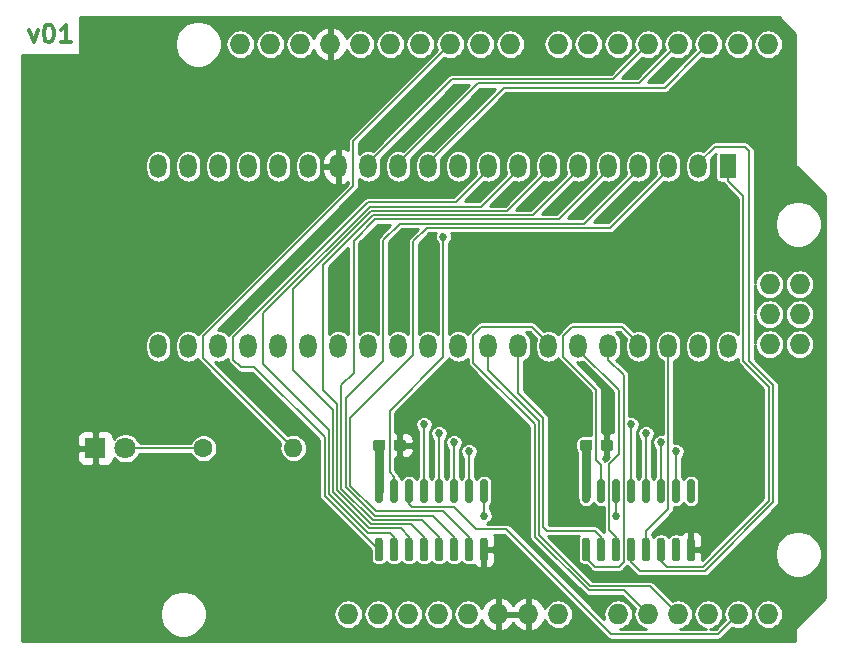
<source format=gtl>
G04 #@! TF.GenerationSoftware,KiCad,Pcbnew,(5.1.2-1)-1*
G04 #@! TF.CreationDate,2019-08-29T21:11:53-07:00*
G04 #@! TF.ProjectId,kicad,6b696361-642e-46b6-9963-61645f706362,rev?*
G04 #@! TF.SameCoordinates,Original*
G04 #@! TF.FileFunction,Copper,L1,Top*
G04 #@! TF.FilePolarity,Positive*
%FSLAX46Y46*%
G04 Gerber Fmt 4.6, Leading zero omitted, Abs format (unit mm)*
G04 Created by KiCad (PCBNEW (5.1.2-1)-1) date 2019-08-29 21:11:53*
%MOMM*%
%LPD*%
G04 APERTURE LIST*
%ADD10C,0.300000*%
%ADD11C,0.100000*%
%ADD12C,0.950000*%
%ADD13R,1.800000X1.800000*%
%ADD14C,1.800000*%
%ADD15C,1.600000*%
%ADD16O,1.600000X1.600000*%
%ADD17C,0.600000*%
%ADD18R,1.440000X2.000000*%
%ADD19O,1.440000X2.000000*%
%ADD20O,1.727200X1.727200*%
%ADD21C,0.685800*%
%ADD22C,0.762000*%
%ADD23C,0.177800*%
%ADD24C,0.254000*%
G04 APERTURE END LIST*
D10*
X131310285Y-61654571D02*
X131667428Y-62654571D01*
X132024571Y-61654571D01*
X132881714Y-61154571D02*
X133024571Y-61154571D01*
X133167428Y-61226000D01*
X133238857Y-61297428D01*
X133310285Y-61440285D01*
X133381714Y-61726000D01*
X133381714Y-62083142D01*
X133310285Y-62368857D01*
X133238857Y-62511714D01*
X133167428Y-62583142D01*
X133024571Y-62654571D01*
X132881714Y-62654571D01*
X132738857Y-62583142D01*
X132667428Y-62511714D01*
X132596000Y-62368857D01*
X132524571Y-62083142D01*
X132524571Y-61726000D01*
X132596000Y-61440285D01*
X132667428Y-61297428D01*
X132738857Y-61226000D01*
X132881714Y-61154571D01*
X134810285Y-62654571D02*
X133953142Y-62654571D01*
X134381714Y-62654571D02*
X134381714Y-61154571D01*
X134238857Y-61368857D01*
X134096000Y-61511714D01*
X133953142Y-61583142D01*
D11*
G36*
X162983779Y-96300144D02*
G01*
X163006834Y-96303563D01*
X163029443Y-96309227D01*
X163051387Y-96317079D01*
X163072457Y-96327044D01*
X163092448Y-96339026D01*
X163111168Y-96352910D01*
X163128438Y-96368562D01*
X163144090Y-96385832D01*
X163157974Y-96404552D01*
X163169956Y-96424543D01*
X163179921Y-96445613D01*
X163187773Y-96467557D01*
X163193437Y-96490166D01*
X163196856Y-96513221D01*
X163198000Y-96536500D01*
X163198000Y-97011500D01*
X163196856Y-97034779D01*
X163193437Y-97057834D01*
X163187773Y-97080443D01*
X163179921Y-97102387D01*
X163169956Y-97123457D01*
X163157974Y-97143448D01*
X163144090Y-97162168D01*
X163128438Y-97179438D01*
X163111168Y-97195090D01*
X163092448Y-97208974D01*
X163072457Y-97220956D01*
X163051387Y-97230921D01*
X163029443Y-97238773D01*
X163006834Y-97244437D01*
X162983779Y-97247856D01*
X162960500Y-97249000D01*
X162385500Y-97249000D01*
X162362221Y-97247856D01*
X162339166Y-97244437D01*
X162316557Y-97238773D01*
X162294613Y-97230921D01*
X162273543Y-97220956D01*
X162253552Y-97208974D01*
X162234832Y-97195090D01*
X162217562Y-97179438D01*
X162201910Y-97162168D01*
X162188026Y-97143448D01*
X162176044Y-97123457D01*
X162166079Y-97102387D01*
X162158227Y-97080443D01*
X162152563Y-97057834D01*
X162149144Y-97034779D01*
X162148000Y-97011500D01*
X162148000Y-96536500D01*
X162149144Y-96513221D01*
X162152563Y-96490166D01*
X162158227Y-96467557D01*
X162166079Y-96445613D01*
X162176044Y-96424543D01*
X162188026Y-96404552D01*
X162201910Y-96385832D01*
X162217562Y-96368562D01*
X162234832Y-96352910D01*
X162253552Y-96339026D01*
X162273543Y-96327044D01*
X162294613Y-96317079D01*
X162316557Y-96309227D01*
X162339166Y-96303563D01*
X162362221Y-96300144D01*
X162385500Y-96299000D01*
X162960500Y-96299000D01*
X162983779Y-96300144D01*
X162983779Y-96300144D01*
G37*
D12*
X162673000Y-96774000D03*
D11*
G36*
X161233779Y-96300144D02*
G01*
X161256834Y-96303563D01*
X161279443Y-96309227D01*
X161301387Y-96317079D01*
X161322457Y-96327044D01*
X161342448Y-96339026D01*
X161361168Y-96352910D01*
X161378438Y-96368562D01*
X161394090Y-96385832D01*
X161407974Y-96404552D01*
X161419956Y-96424543D01*
X161429921Y-96445613D01*
X161437773Y-96467557D01*
X161443437Y-96490166D01*
X161446856Y-96513221D01*
X161448000Y-96536500D01*
X161448000Y-97011500D01*
X161446856Y-97034779D01*
X161443437Y-97057834D01*
X161437773Y-97080443D01*
X161429921Y-97102387D01*
X161419956Y-97123457D01*
X161407974Y-97143448D01*
X161394090Y-97162168D01*
X161378438Y-97179438D01*
X161361168Y-97195090D01*
X161342448Y-97208974D01*
X161322457Y-97220956D01*
X161301387Y-97230921D01*
X161279443Y-97238773D01*
X161256834Y-97244437D01*
X161233779Y-97247856D01*
X161210500Y-97249000D01*
X160635500Y-97249000D01*
X160612221Y-97247856D01*
X160589166Y-97244437D01*
X160566557Y-97238773D01*
X160544613Y-97230921D01*
X160523543Y-97220956D01*
X160503552Y-97208974D01*
X160484832Y-97195090D01*
X160467562Y-97179438D01*
X160451910Y-97162168D01*
X160438026Y-97143448D01*
X160426044Y-97123457D01*
X160416079Y-97102387D01*
X160408227Y-97080443D01*
X160402563Y-97057834D01*
X160399144Y-97034779D01*
X160398000Y-97011500D01*
X160398000Y-96536500D01*
X160399144Y-96513221D01*
X160402563Y-96490166D01*
X160408227Y-96467557D01*
X160416079Y-96445613D01*
X160426044Y-96424543D01*
X160438026Y-96404552D01*
X160451910Y-96385832D01*
X160467562Y-96368562D01*
X160484832Y-96352910D01*
X160503552Y-96339026D01*
X160523543Y-96327044D01*
X160544613Y-96317079D01*
X160566557Y-96309227D01*
X160589166Y-96303563D01*
X160612221Y-96300144D01*
X160635500Y-96299000D01*
X161210500Y-96299000D01*
X161233779Y-96300144D01*
X161233779Y-96300144D01*
G37*
D12*
X160923000Y-96774000D03*
D11*
G36*
X180509779Y-96300144D02*
G01*
X180532834Y-96303563D01*
X180555443Y-96309227D01*
X180577387Y-96317079D01*
X180598457Y-96327044D01*
X180618448Y-96339026D01*
X180637168Y-96352910D01*
X180654438Y-96368562D01*
X180670090Y-96385832D01*
X180683974Y-96404552D01*
X180695956Y-96424543D01*
X180705921Y-96445613D01*
X180713773Y-96467557D01*
X180719437Y-96490166D01*
X180722856Y-96513221D01*
X180724000Y-96536500D01*
X180724000Y-97011500D01*
X180722856Y-97034779D01*
X180719437Y-97057834D01*
X180713773Y-97080443D01*
X180705921Y-97102387D01*
X180695956Y-97123457D01*
X180683974Y-97143448D01*
X180670090Y-97162168D01*
X180654438Y-97179438D01*
X180637168Y-97195090D01*
X180618448Y-97208974D01*
X180598457Y-97220956D01*
X180577387Y-97230921D01*
X180555443Y-97238773D01*
X180532834Y-97244437D01*
X180509779Y-97247856D01*
X180486500Y-97249000D01*
X179911500Y-97249000D01*
X179888221Y-97247856D01*
X179865166Y-97244437D01*
X179842557Y-97238773D01*
X179820613Y-97230921D01*
X179799543Y-97220956D01*
X179779552Y-97208974D01*
X179760832Y-97195090D01*
X179743562Y-97179438D01*
X179727910Y-97162168D01*
X179714026Y-97143448D01*
X179702044Y-97123457D01*
X179692079Y-97102387D01*
X179684227Y-97080443D01*
X179678563Y-97057834D01*
X179675144Y-97034779D01*
X179674000Y-97011500D01*
X179674000Y-96536500D01*
X179675144Y-96513221D01*
X179678563Y-96490166D01*
X179684227Y-96467557D01*
X179692079Y-96445613D01*
X179702044Y-96424543D01*
X179714026Y-96404552D01*
X179727910Y-96385832D01*
X179743562Y-96368562D01*
X179760832Y-96352910D01*
X179779552Y-96339026D01*
X179799543Y-96327044D01*
X179820613Y-96317079D01*
X179842557Y-96309227D01*
X179865166Y-96303563D01*
X179888221Y-96300144D01*
X179911500Y-96299000D01*
X180486500Y-96299000D01*
X180509779Y-96300144D01*
X180509779Y-96300144D01*
G37*
D12*
X180199000Y-96774000D03*
D11*
G36*
X178759779Y-96300144D02*
G01*
X178782834Y-96303563D01*
X178805443Y-96309227D01*
X178827387Y-96317079D01*
X178848457Y-96327044D01*
X178868448Y-96339026D01*
X178887168Y-96352910D01*
X178904438Y-96368562D01*
X178920090Y-96385832D01*
X178933974Y-96404552D01*
X178945956Y-96424543D01*
X178955921Y-96445613D01*
X178963773Y-96467557D01*
X178969437Y-96490166D01*
X178972856Y-96513221D01*
X178974000Y-96536500D01*
X178974000Y-97011500D01*
X178972856Y-97034779D01*
X178969437Y-97057834D01*
X178963773Y-97080443D01*
X178955921Y-97102387D01*
X178945956Y-97123457D01*
X178933974Y-97143448D01*
X178920090Y-97162168D01*
X178904438Y-97179438D01*
X178887168Y-97195090D01*
X178868448Y-97208974D01*
X178848457Y-97220956D01*
X178827387Y-97230921D01*
X178805443Y-97238773D01*
X178782834Y-97244437D01*
X178759779Y-97247856D01*
X178736500Y-97249000D01*
X178161500Y-97249000D01*
X178138221Y-97247856D01*
X178115166Y-97244437D01*
X178092557Y-97238773D01*
X178070613Y-97230921D01*
X178049543Y-97220956D01*
X178029552Y-97208974D01*
X178010832Y-97195090D01*
X177993562Y-97179438D01*
X177977910Y-97162168D01*
X177964026Y-97143448D01*
X177952044Y-97123457D01*
X177942079Y-97102387D01*
X177934227Y-97080443D01*
X177928563Y-97057834D01*
X177925144Y-97034779D01*
X177924000Y-97011500D01*
X177924000Y-96536500D01*
X177925144Y-96513221D01*
X177928563Y-96490166D01*
X177934227Y-96467557D01*
X177942079Y-96445613D01*
X177952044Y-96424543D01*
X177964026Y-96404552D01*
X177977910Y-96385832D01*
X177993562Y-96368562D01*
X178010832Y-96352910D01*
X178029552Y-96339026D01*
X178049543Y-96327044D01*
X178070613Y-96317079D01*
X178092557Y-96309227D01*
X178115166Y-96303563D01*
X178138221Y-96300144D01*
X178161500Y-96299000D01*
X178736500Y-96299000D01*
X178759779Y-96300144D01*
X178759779Y-96300144D01*
G37*
D12*
X178449000Y-96774000D03*
D13*
X136906000Y-97028000D03*
D14*
X139446000Y-97028000D03*
D15*
X146050000Y-97028000D03*
D16*
X153670000Y-97028000D03*
D11*
G36*
X161073703Y-104624722D02*
G01*
X161088264Y-104626882D01*
X161102543Y-104630459D01*
X161116403Y-104635418D01*
X161129710Y-104641712D01*
X161142336Y-104649280D01*
X161154159Y-104658048D01*
X161165066Y-104667934D01*
X161174952Y-104678841D01*
X161183720Y-104690664D01*
X161191288Y-104703290D01*
X161197582Y-104716597D01*
X161202541Y-104730457D01*
X161206118Y-104744736D01*
X161208278Y-104759297D01*
X161209000Y-104774000D01*
X161209000Y-106424000D01*
X161208278Y-106438703D01*
X161206118Y-106453264D01*
X161202541Y-106467543D01*
X161197582Y-106481403D01*
X161191288Y-106494710D01*
X161183720Y-106507336D01*
X161174952Y-106519159D01*
X161165066Y-106530066D01*
X161154159Y-106539952D01*
X161142336Y-106548720D01*
X161129710Y-106556288D01*
X161116403Y-106562582D01*
X161102543Y-106567541D01*
X161088264Y-106571118D01*
X161073703Y-106573278D01*
X161059000Y-106574000D01*
X160759000Y-106574000D01*
X160744297Y-106573278D01*
X160729736Y-106571118D01*
X160715457Y-106567541D01*
X160701597Y-106562582D01*
X160688290Y-106556288D01*
X160675664Y-106548720D01*
X160663841Y-106539952D01*
X160652934Y-106530066D01*
X160643048Y-106519159D01*
X160634280Y-106507336D01*
X160626712Y-106494710D01*
X160620418Y-106481403D01*
X160615459Y-106467543D01*
X160611882Y-106453264D01*
X160609722Y-106438703D01*
X160609000Y-106424000D01*
X160609000Y-104774000D01*
X160609722Y-104759297D01*
X160611882Y-104744736D01*
X160615459Y-104730457D01*
X160620418Y-104716597D01*
X160626712Y-104703290D01*
X160634280Y-104690664D01*
X160643048Y-104678841D01*
X160652934Y-104667934D01*
X160663841Y-104658048D01*
X160675664Y-104649280D01*
X160688290Y-104641712D01*
X160701597Y-104635418D01*
X160715457Y-104630459D01*
X160729736Y-104626882D01*
X160744297Y-104624722D01*
X160759000Y-104624000D01*
X161059000Y-104624000D01*
X161073703Y-104624722D01*
X161073703Y-104624722D01*
G37*
D17*
X160909000Y-105599000D03*
D11*
G36*
X162343703Y-104624722D02*
G01*
X162358264Y-104626882D01*
X162372543Y-104630459D01*
X162386403Y-104635418D01*
X162399710Y-104641712D01*
X162412336Y-104649280D01*
X162424159Y-104658048D01*
X162435066Y-104667934D01*
X162444952Y-104678841D01*
X162453720Y-104690664D01*
X162461288Y-104703290D01*
X162467582Y-104716597D01*
X162472541Y-104730457D01*
X162476118Y-104744736D01*
X162478278Y-104759297D01*
X162479000Y-104774000D01*
X162479000Y-106424000D01*
X162478278Y-106438703D01*
X162476118Y-106453264D01*
X162472541Y-106467543D01*
X162467582Y-106481403D01*
X162461288Y-106494710D01*
X162453720Y-106507336D01*
X162444952Y-106519159D01*
X162435066Y-106530066D01*
X162424159Y-106539952D01*
X162412336Y-106548720D01*
X162399710Y-106556288D01*
X162386403Y-106562582D01*
X162372543Y-106567541D01*
X162358264Y-106571118D01*
X162343703Y-106573278D01*
X162329000Y-106574000D01*
X162029000Y-106574000D01*
X162014297Y-106573278D01*
X161999736Y-106571118D01*
X161985457Y-106567541D01*
X161971597Y-106562582D01*
X161958290Y-106556288D01*
X161945664Y-106548720D01*
X161933841Y-106539952D01*
X161922934Y-106530066D01*
X161913048Y-106519159D01*
X161904280Y-106507336D01*
X161896712Y-106494710D01*
X161890418Y-106481403D01*
X161885459Y-106467543D01*
X161881882Y-106453264D01*
X161879722Y-106438703D01*
X161879000Y-106424000D01*
X161879000Y-104774000D01*
X161879722Y-104759297D01*
X161881882Y-104744736D01*
X161885459Y-104730457D01*
X161890418Y-104716597D01*
X161896712Y-104703290D01*
X161904280Y-104690664D01*
X161913048Y-104678841D01*
X161922934Y-104667934D01*
X161933841Y-104658048D01*
X161945664Y-104649280D01*
X161958290Y-104641712D01*
X161971597Y-104635418D01*
X161985457Y-104630459D01*
X161999736Y-104626882D01*
X162014297Y-104624722D01*
X162029000Y-104624000D01*
X162329000Y-104624000D01*
X162343703Y-104624722D01*
X162343703Y-104624722D01*
G37*
D17*
X162179000Y-105599000D03*
D11*
G36*
X163613703Y-104624722D02*
G01*
X163628264Y-104626882D01*
X163642543Y-104630459D01*
X163656403Y-104635418D01*
X163669710Y-104641712D01*
X163682336Y-104649280D01*
X163694159Y-104658048D01*
X163705066Y-104667934D01*
X163714952Y-104678841D01*
X163723720Y-104690664D01*
X163731288Y-104703290D01*
X163737582Y-104716597D01*
X163742541Y-104730457D01*
X163746118Y-104744736D01*
X163748278Y-104759297D01*
X163749000Y-104774000D01*
X163749000Y-106424000D01*
X163748278Y-106438703D01*
X163746118Y-106453264D01*
X163742541Y-106467543D01*
X163737582Y-106481403D01*
X163731288Y-106494710D01*
X163723720Y-106507336D01*
X163714952Y-106519159D01*
X163705066Y-106530066D01*
X163694159Y-106539952D01*
X163682336Y-106548720D01*
X163669710Y-106556288D01*
X163656403Y-106562582D01*
X163642543Y-106567541D01*
X163628264Y-106571118D01*
X163613703Y-106573278D01*
X163599000Y-106574000D01*
X163299000Y-106574000D01*
X163284297Y-106573278D01*
X163269736Y-106571118D01*
X163255457Y-106567541D01*
X163241597Y-106562582D01*
X163228290Y-106556288D01*
X163215664Y-106548720D01*
X163203841Y-106539952D01*
X163192934Y-106530066D01*
X163183048Y-106519159D01*
X163174280Y-106507336D01*
X163166712Y-106494710D01*
X163160418Y-106481403D01*
X163155459Y-106467543D01*
X163151882Y-106453264D01*
X163149722Y-106438703D01*
X163149000Y-106424000D01*
X163149000Y-104774000D01*
X163149722Y-104759297D01*
X163151882Y-104744736D01*
X163155459Y-104730457D01*
X163160418Y-104716597D01*
X163166712Y-104703290D01*
X163174280Y-104690664D01*
X163183048Y-104678841D01*
X163192934Y-104667934D01*
X163203841Y-104658048D01*
X163215664Y-104649280D01*
X163228290Y-104641712D01*
X163241597Y-104635418D01*
X163255457Y-104630459D01*
X163269736Y-104626882D01*
X163284297Y-104624722D01*
X163299000Y-104624000D01*
X163599000Y-104624000D01*
X163613703Y-104624722D01*
X163613703Y-104624722D01*
G37*
D17*
X163449000Y-105599000D03*
D11*
G36*
X164883703Y-104624722D02*
G01*
X164898264Y-104626882D01*
X164912543Y-104630459D01*
X164926403Y-104635418D01*
X164939710Y-104641712D01*
X164952336Y-104649280D01*
X164964159Y-104658048D01*
X164975066Y-104667934D01*
X164984952Y-104678841D01*
X164993720Y-104690664D01*
X165001288Y-104703290D01*
X165007582Y-104716597D01*
X165012541Y-104730457D01*
X165016118Y-104744736D01*
X165018278Y-104759297D01*
X165019000Y-104774000D01*
X165019000Y-106424000D01*
X165018278Y-106438703D01*
X165016118Y-106453264D01*
X165012541Y-106467543D01*
X165007582Y-106481403D01*
X165001288Y-106494710D01*
X164993720Y-106507336D01*
X164984952Y-106519159D01*
X164975066Y-106530066D01*
X164964159Y-106539952D01*
X164952336Y-106548720D01*
X164939710Y-106556288D01*
X164926403Y-106562582D01*
X164912543Y-106567541D01*
X164898264Y-106571118D01*
X164883703Y-106573278D01*
X164869000Y-106574000D01*
X164569000Y-106574000D01*
X164554297Y-106573278D01*
X164539736Y-106571118D01*
X164525457Y-106567541D01*
X164511597Y-106562582D01*
X164498290Y-106556288D01*
X164485664Y-106548720D01*
X164473841Y-106539952D01*
X164462934Y-106530066D01*
X164453048Y-106519159D01*
X164444280Y-106507336D01*
X164436712Y-106494710D01*
X164430418Y-106481403D01*
X164425459Y-106467543D01*
X164421882Y-106453264D01*
X164419722Y-106438703D01*
X164419000Y-106424000D01*
X164419000Y-104774000D01*
X164419722Y-104759297D01*
X164421882Y-104744736D01*
X164425459Y-104730457D01*
X164430418Y-104716597D01*
X164436712Y-104703290D01*
X164444280Y-104690664D01*
X164453048Y-104678841D01*
X164462934Y-104667934D01*
X164473841Y-104658048D01*
X164485664Y-104649280D01*
X164498290Y-104641712D01*
X164511597Y-104635418D01*
X164525457Y-104630459D01*
X164539736Y-104626882D01*
X164554297Y-104624722D01*
X164569000Y-104624000D01*
X164869000Y-104624000D01*
X164883703Y-104624722D01*
X164883703Y-104624722D01*
G37*
D17*
X164719000Y-105599000D03*
D11*
G36*
X166153703Y-104624722D02*
G01*
X166168264Y-104626882D01*
X166182543Y-104630459D01*
X166196403Y-104635418D01*
X166209710Y-104641712D01*
X166222336Y-104649280D01*
X166234159Y-104658048D01*
X166245066Y-104667934D01*
X166254952Y-104678841D01*
X166263720Y-104690664D01*
X166271288Y-104703290D01*
X166277582Y-104716597D01*
X166282541Y-104730457D01*
X166286118Y-104744736D01*
X166288278Y-104759297D01*
X166289000Y-104774000D01*
X166289000Y-106424000D01*
X166288278Y-106438703D01*
X166286118Y-106453264D01*
X166282541Y-106467543D01*
X166277582Y-106481403D01*
X166271288Y-106494710D01*
X166263720Y-106507336D01*
X166254952Y-106519159D01*
X166245066Y-106530066D01*
X166234159Y-106539952D01*
X166222336Y-106548720D01*
X166209710Y-106556288D01*
X166196403Y-106562582D01*
X166182543Y-106567541D01*
X166168264Y-106571118D01*
X166153703Y-106573278D01*
X166139000Y-106574000D01*
X165839000Y-106574000D01*
X165824297Y-106573278D01*
X165809736Y-106571118D01*
X165795457Y-106567541D01*
X165781597Y-106562582D01*
X165768290Y-106556288D01*
X165755664Y-106548720D01*
X165743841Y-106539952D01*
X165732934Y-106530066D01*
X165723048Y-106519159D01*
X165714280Y-106507336D01*
X165706712Y-106494710D01*
X165700418Y-106481403D01*
X165695459Y-106467543D01*
X165691882Y-106453264D01*
X165689722Y-106438703D01*
X165689000Y-106424000D01*
X165689000Y-104774000D01*
X165689722Y-104759297D01*
X165691882Y-104744736D01*
X165695459Y-104730457D01*
X165700418Y-104716597D01*
X165706712Y-104703290D01*
X165714280Y-104690664D01*
X165723048Y-104678841D01*
X165732934Y-104667934D01*
X165743841Y-104658048D01*
X165755664Y-104649280D01*
X165768290Y-104641712D01*
X165781597Y-104635418D01*
X165795457Y-104630459D01*
X165809736Y-104626882D01*
X165824297Y-104624722D01*
X165839000Y-104624000D01*
X166139000Y-104624000D01*
X166153703Y-104624722D01*
X166153703Y-104624722D01*
G37*
D17*
X165989000Y-105599000D03*
D11*
G36*
X167423703Y-104624722D02*
G01*
X167438264Y-104626882D01*
X167452543Y-104630459D01*
X167466403Y-104635418D01*
X167479710Y-104641712D01*
X167492336Y-104649280D01*
X167504159Y-104658048D01*
X167515066Y-104667934D01*
X167524952Y-104678841D01*
X167533720Y-104690664D01*
X167541288Y-104703290D01*
X167547582Y-104716597D01*
X167552541Y-104730457D01*
X167556118Y-104744736D01*
X167558278Y-104759297D01*
X167559000Y-104774000D01*
X167559000Y-106424000D01*
X167558278Y-106438703D01*
X167556118Y-106453264D01*
X167552541Y-106467543D01*
X167547582Y-106481403D01*
X167541288Y-106494710D01*
X167533720Y-106507336D01*
X167524952Y-106519159D01*
X167515066Y-106530066D01*
X167504159Y-106539952D01*
X167492336Y-106548720D01*
X167479710Y-106556288D01*
X167466403Y-106562582D01*
X167452543Y-106567541D01*
X167438264Y-106571118D01*
X167423703Y-106573278D01*
X167409000Y-106574000D01*
X167109000Y-106574000D01*
X167094297Y-106573278D01*
X167079736Y-106571118D01*
X167065457Y-106567541D01*
X167051597Y-106562582D01*
X167038290Y-106556288D01*
X167025664Y-106548720D01*
X167013841Y-106539952D01*
X167002934Y-106530066D01*
X166993048Y-106519159D01*
X166984280Y-106507336D01*
X166976712Y-106494710D01*
X166970418Y-106481403D01*
X166965459Y-106467543D01*
X166961882Y-106453264D01*
X166959722Y-106438703D01*
X166959000Y-106424000D01*
X166959000Y-104774000D01*
X166959722Y-104759297D01*
X166961882Y-104744736D01*
X166965459Y-104730457D01*
X166970418Y-104716597D01*
X166976712Y-104703290D01*
X166984280Y-104690664D01*
X166993048Y-104678841D01*
X167002934Y-104667934D01*
X167013841Y-104658048D01*
X167025664Y-104649280D01*
X167038290Y-104641712D01*
X167051597Y-104635418D01*
X167065457Y-104630459D01*
X167079736Y-104626882D01*
X167094297Y-104624722D01*
X167109000Y-104624000D01*
X167409000Y-104624000D01*
X167423703Y-104624722D01*
X167423703Y-104624722D01*
G37*
D17*
X167259000Y-105599000D03*
D11*
G36*
X168693703Y-104624722D02*
G01*
X168708264Y-104626882D01*
X168722543Y-104630459D01*
X168736403Y-104635418D01*
X168749710Y-104641712D01*
X168762336Y-104649280D01*
X168774159Y-104658048D01*
X168785066Y-104667934D01*
X168794952Y-104678841D01*
X168803720Y-104690664D01*
X168811288Y-104703290D01*
X168817582Y-104716597D01*
X168822541Y-104730457D01*
X168826118Y-104744736D01*
X168828278Y-104759297D01*
X168829000Y-104774000D01*
X168829000Y-106424000D01*
X168828278Y-106438703D01*
X168826118Y-106453264D01*
X168822541Y-106467543D01*
X168817582Y-106481403D01*
X168811288Y-106494710D01*
X168803720Y-106507336D01*
X168794952Y-106519159D01*
X168785066Y-106530066D01*
X168774159Y-106539952D01*
X168762336Y-106548720D01*
X168749710Y-106556288D01*
X168736403Y-106562582D01*
X168722543Y-106567541D01*
X168708264Y-106571118D01*
X168693703Y-106573278D01*
X168679000Y-106574000D01*
X168379000Y-106574000D01*
X168364297Y-106573278D01*
X168349736Y-106571118D01*
X168335457Y-106567541D01*
X168321597Y-106562582D01*
X168308290Y-106556288D01*
X168295664Y-106548720D01*
X168283841Y-106539952D01*
X168272934Y-106530066D01*
X168263048Y-106519159D01*
X168254280Y-106507336D01*
X168246712Y-106494710D01*
X168240418Y-106481403D01*
X168235459Y-106467543D01*
X168231882Y-106453264D01*
X168229722Y-106438703D01*
X168229000Y-106424000D01*
X168229000Y-104774000D01*
X168229722Y-104759297D01*
X168231882Y-104744736D01*
X168235459Y-104730457D01*
X168240418Y-104716597D01*
X168246712Y-104703290D01*
X168254280Y-104690664D01*
X168263048Y-104678841D01*
X168272934Y-104667934D01*
X168283841Y-104658048D01*
X168295664Y-104649280D01*
X168308290Y-104641712D01*
X168321597Y-104635418D01*
X168335457Y-104630459D01*
X168349736Y-104626882D01*
X168364297Y-104624722D01*
X168379000Y-104624000D01*
X168679000Y-104624000D01*
X168693703Y-104624722D01*
X168693703Y-104624722D01*
G37*
D17*
X168529000Y-105599000D03*
D11*
G36*
X169963703Y-104624722D02*
G01*
X169978264Y-104626882D01*
X169992543Y-104630459D01*
X170006403Y-104635418D01*
X170019710Y-104641712D01*
X170032336Y-104649280D01*
X170044159Y-104658048D01*
X170055066Y-104667934D01*
X170064952Y-104678841D01*
X170073720Y-104690664D01*
X170081288Y-104703290D01*
X170087582Y-104716597D01*
X170092541Y-104730457D01*
X170096118Y-104744736D01*
X170098278Y-104759297D01*
X170099000Y-104774000D01*
X170099000Y-106424000D01*
X170098278Y-106438703D01*
X170096118Y-106453264D01*
X170092541Y-106467543D01*
X170087582Y-106481403D01*
X170081288Y-106494710D01*
X170073720Y-106507336D01*
X170064952Y-106519159D01*
X170055066Y-106530066D01*
X170044159Y-106539952D01*
X170032336Y-106548720D01*
X170019710Y-106556288D01*
X170006403Y-106562582D01*
X169992543Y-106567541D01*
X169978264Y-106571118D01*
X169963703Y-106573278D01*
X169949000Y-106574000D01*
X169649000Y-106574000D01*
X169634297Y-106573278D01*
X169619736Y-106571118D01*
X169605457Y-106567541D01*
X169591597Y-106562582D01*
X169578290Y-106556288D01*
X169565664Y-106548720D01*
X169553841Y-106539952D01*
X169542934Y-106530066D01*
X169533048Y-106519159D01*
X169524280Y-106507336D01*
X169516712Y-106494710D01*
X169510418Y-106481403D01*
X169505459Y-106467543D01*
X169501882Y-106453264D01*
X169499722Y-106438703D01*
X169499000Y-106424000D01*
X169499000Y-104774000D01*
X169499722Y-104759297D01*
X169501882Y-104744736D01*
X169505459Y-104730457D01*
X169510418Y-104716597D01*
X169516712Y-104703290D01*
X169524280Y-104690664D01*
X169533048Y-104678841D01*
X169542934Y-104667934D01*
X169553841Y-104658048D01*
X169565664Y-104649280D01*
X169578290Y-104641712D01*
X169591597Y-104635418D01*
X169605457Y-104630459D01*
X169619736Y-104626882D01*
X169634297Y-104624722D01*
X169649000Y-104624000D01*
X169949000Y-104624000D01*
X169963703Y-104624722D01*
X169963703Y-104624722D01*
G37*
D17*
X169799000Y-105599000D03*
D11*
G36*
X169963703Y-99674722D02*
G01*
X169978264Y-99676882D01*
X169992543Y-99680459D01*
X170006403Y-99685418D01*
X170019710Y-99691712D01*
X170032336Y-99699280D01*
X170044159Y-99708048D01*
X170055066Y-99717934D01*
X170064952Y-99728841D01*
X170073720Y-99740664D01*
X170081288Y-99753290D01*
X170087582Y-99766597D01*
X170092541Y-99780457D01*
X170096118Y-99794736D01*
X170098278Y-99809297D01*
X170099000Y-99824000D01*
X170099000Y-101474000D01*
X170098278Y-101488703D01*
X170096118Y-101503264D01*
X170092541Y-101517543D01*
X170087582Y-101531403D01*
X170081288Y-101544710D01*
X170073720Y-101557336D01*
X170064952Y-101569159D01*
X170055066Y-101580066D01*
X170044159Y-101589952D01*
X170032336Y-101598720D01*
X170019710Y-101606288D01*
X170006403Y-101612582D01*
X169992543Y-101617541D01*
X169978264Y-101621118D01*
X169963703Y-101623278D01*
X169949000Y-101624000D01*
X169649000Y-101624000D01*
X169634297Y-101623278D01*
X169619736Y-101621118D01*
X169605457Y-101617541D01*
X169591597Y-101612582D01*
X169578290Y-101606288D01*
X169565664Y-101598720D01*
X169553841Y-101589952D01*
X169542934Y-101580066D01*
X169533048Y-101569159D01*
X169524280Y-101557336D01*
X169516712Y-101544710D01*
X169510418Y-101531403D01*
X169505459Y-101517543D01*
X169501882Y-101503264D01*
X169499722Y-101488703D01*
X169499000Y-101474000D01*
X169499000Y-99824000D01*
X169499722Y-99809297D01*
X169501882Y-99794736D01*
X169505459Y-99780457D01*
X169510418Y-99766597D01*
X169516712Y-99753290D01*
X169524280Y-99740664D01*
X169533048Y-99728841D01*
X169542934Y-99717934D01*
X169553841Y-99708048D01*
X169565664Y-99699280D01*
X169578290Y-99691712D01*
X169591597Y-99685418D01*
X169605457Y-99680459D01*
X169619736Y-99676882D01*
X169634297Y-99674722D01*
X169649000Y-99674000D01*
X169949000Y-99674000D01*
X169963703Y-99674722D01*
X169963703Y-99674722D01*
G37*
D17*
X169799000Y-100649000D03*
D11*
G36*
X168693703Y-99674722D02*
G01*
X168708264Y-99676882D01*
X168722543Y-99680459D01*
X168736403Y-99685418D01*
X168749710Y-99691712D01*
X168762336Y-99699280D01*
X168774159Y-99708048D01*
X168785066Y-99717934D01*
X168794952Y-99728841D01*
X168803720Y-99740664D01*
X168811288Y-99753290D01*
X168817582Y-99766597D01*
X168822541Y-99780457D01*
X168826118Y-99794736D01*
X168828278Y-99809297D01*
X168829000Y-99824000D01*
X168829000Y-101474000D01*
X168828278Y-101488703D01*
X168826118Y-101503264D01*
X168822541Y-101517543D01*
X168817582Y-101531403D01*
X168811288Y-101544710D01*
X168803720Y-101557336D01*
X168794952Y-101569159D01*
X168785066Y-101580066D01*
X168774159Y-101589952D01*
X168762336Y-101598720D01*
X168749710Y-101606288D01*
X168736403Y-101612582D01*
X168722543Y-101617541D01*
X168708264Y-101621118D01*
X168693703Y-101623278D01*
X168679000Y-101624000D01*
X168379000Y-101624000D01*
X168364297Y-101623278D01*
X168349736Y-101621118D01*
X168335457Y-101617541D01*
X168321597Y-101612582D01*
X168308290Y-101606288D01*
X168295664Y-101598720D01*
X168283841Y-101589952D01*
X168272934Y-101580066D01*
X168263048Y-101569159D01*
X168254280Y-101557336D01*
X168246712Y-101544710D01*
X168240418Y-101531403D01*
X168235459Y-101517543D01*
X168231882Y-101503264D01*
X168229722Y-101488703D01*
X168229000Y-101474000D01*
X168229000Y-99824000D01*
X168229722Y-99809297D01*
X168231882Y-99794736D01*
X168235459Y-99780457D01*
X168240418Y-99766597D01*
X168246712Y-99753290D01*
X168254280Y-99740664D01*
X168263048Y-99728841D01*
X168272934Y-99717934D01*
X168283841Y-99708048D01*
X168295664Y-99699280D01*
X168308290Y-99691712D01*
X168321597Y-99685418D01*
X168335457Y-99680459D01*
X168349736Y-99676882D01*
X168364297Y-99674722D01*
X168379000Y-99674000D01*
X168679000Y-99674000D01*
X168693703Y-99674722D01*
X168693703Y-99674722D01*
G37*
D17*
X168529000Y-100649000D03*
D11*
G36*
X167423703Y-99674722D02*
G01*
X167438264Y-99676882D01*
X167452543Y-99680459D01*
X167466403Y-99685418D01*
X167479710Y-99691712D01*
X167492336Y-99699280D01*
X167504159Y-99708048D01*
X167515066Y-99717934D01*
X167524952Y-99728841D01*
X167533720Y-99740664D01*
X167541288Y-99753290D01*
X167547582Y-99766597D01*
X167552541Y-99780457D01*
X167556118Y-99794736D01*
X167558278Y-99809297D01*
X167559000Y-99824000D01*
X167559000Y-101474000D01*
X167558278Y-101488703D01*
X167556118Y-101503264D01*
X167552541Y-101517543D01*
X167547582Y-101531403D01*
X167541288Y-101544710D01*
X167533720Y-101557336D01*
X167524952Y-101569159D01*
X167515066Y-101580066D01*
X167504159Y-101589952D01*
X167492336Y-101598720D01*
X167479710Y-101606288D01*
X167466403Y-101612582D01*
X167452543Y-101617541D01*
X167438264Y-101621118D01*
X167423703Y-101623278D01*
X167409000Y-101624000D01*
X167109000Y-101624000D01*
X167094297Y-101623278D01*
X167079736Y-101621118D01*
X167065457Y-101617541D01*
X167051597Y-101612582D01*
X167038290Y-101606288D01*
X167025664Y-101598720D01*
X167013841Y-101589952D01*
X167002934Y-101580066D01*
X166993048Y-101569159D01*
X166984280Y-101557336D01*
X166976712Y-101544710D01*
X166970418Y-101531403D01*
X166965459Y-101517543D01*
X166961882Y-101503264D01*
X166959722Y-101488703D01*
X166959000Y-101474000D01*
X166959000Y-99824000D01*
X166959722Y-99809297D01*
X166961882Y-99794736D01*
X166965459Y-99780457D01*
X166970418Y-99766597D01*
X166976712Y-99753290D01*
X166984280Y-99740664D01*
X166993048Y-99728841D01*
X167002934Y-99717934D01*
X167013841Y-99708048D01*
X167025664Y-99699280D01*
X167038290Y-99691712D01*
X167051597Y-99685418D01*
X167065457Y-99680459D01*
X167079736Y-99676882D01*
X167094297Y-99674722D01*
X167109000Y-99674000D01*
X167409000Y-99674000D01*
X167423703Y-99674722D01*
X167423703Y-99674722D01*
G37*
D17*
X167259000Y-100649000D03*
D11*
G36*
X166153703Y-99674722D02*
G01*
X166168264Y-99676882D01*
X166182543Y-99680459D01*
X166196403Y-99685418D01*
X166209710Y-99691712D01*
X166222336Y-99699280D01*
X166234159Y-99708048D01*
X166245066Y-99717934D01*
X166254952Y-99728841D01*
X166263720Y-99740664D01*
X166271288Y-99753290D01*
X166277582Y-99766597D01*
X166282541Y-99780457D01*
X166286118Y-99794736D01*
X166288278Y-99809297D01*
X166289000Y-99824000D01*
X166289000Y-101474000D01*
X166288278Y-101488703D01*
X166286118Y-101503264D01*
X166282541Y-101517543D01*
X166277582Y-101531403D01*
X166271288Y-101544710D01*
X166263720Y-101557336D01*
X166254952Y-101569159D01*
X166245066Y-101580066D01*
X166234159Y-101589952D01*
X166222336Y-101598720D01*
X166209710Y-101606288D01*
X166196403Y-101612582D01*
X166182543Y-101617541D01*
X166168264Y-101621118D01*
X166153703Y-101623278D01*
X166139000Y-101624000D01*
X165839000Y-101624000D01*
X165824297Y-101623278D01*
X165809736Y-101621118D01*
X165795457Y-101617541D01*
X165781597Y-101612582D01*
X165768290Y-101606288D01*
X165755664Y-101598720D01*
X165743841Y-101589952D01*
X165732934Y-101580066D01*
X165723048Y-101569159D01*
X165714280Y-101557336D01*
X165706712Y-101544710D01*
X165700418Y-101531403D01*
X165695459Y-101517543D01*
X165691882Y-101503264D01*
X165689722Y-101488703D01*
X165689000Y-101474000D01*
X165689000Y-99824000D01*
X165689722Y-99809297D01*
X165691882Y-99794736D01*
X165695459Y-99780457D01*
X165700418Y-99766597D01*
X165706712Y-99753290D01*
X165714280Y-99740664D01*
X165723048Y-99728841D01*
X165732934Y-99717934D01*
X165743841Y-99708048D01*
X165755664Y-99699280D01*
X165768290Y-99691712D01*
X165781597Y-99685418D01*
X165795457Y-99680459D01*
X165809736Y-99676882D01*
X165824297Y-99674722D01*
X165839000Y-99674000D01*
X166139000Y-99674000D01*
X166153703Y-99674722D01*
X166153703Y-99674722D01*
G37*
D17*
X165989000Y-100649000D03*
D11*
G36*
X164883703Y-99674722D02*
G01*
X164898264Y-99676882D01*
X164912543Y-99680459D01*
X164926403Y-99685418D01*
X164939710Y-99691712D01*
X164952336Y-99699280D01*
X164964159Y-99708048D01*
X164975066Y-99717934D01*
X164984952Y-99728841D01*
X164993720Y-99740664D01*
X165001288Y-99753290D01*
X165007582Y-99766597D01*
X165012541Y-99780457D01*
X165016118Y-99794736D01*
X165018278Y-99809297D01*
X165019000Y-99824000D01*
X165019000Y-101474000D01*
X165018278Y-101488703D01*
X165016118Y-101503264D01*
X165012541Y-101517543D01*
X165007582Y-101531403D01*
X165001288Y-101544710D01*
X164993720Y-101557336D01*
X164984952Y-101569159D01*
X164975066Y-101580066D01*
X164964159Y-101589952D01*
X164952336Y-101598720D01*
X164939710Y-101606288D01*
X164926403Y-101612582D01*
X164912543Y-101617541D01*
X164898264Y-101621118D01*
X164883703Y-101623278D01*
X164869000Y-101624000D01*
X164569000Y-101624000D01*
X164554297Y-101623278D01*
X164539736Y-101621118D01*
X164525457Y-101617541D01*
X164511597Y-101612582D01*
X164498290Y-101606288D01*
X164485664Y-101598720D01*
X164473841Y-101589952D01*
X164462934Y-101580066D01*
X164453048Y-101569159D01*
X164444280Y-101557336D01*
X164436712Y-101544710D01*
X164430418Y-101531403D01*
X164425459Y-101517543D01*
X164421882Y-101503264D01*
X164419722Y-101488703D01*
X164419000Y-101474000D01*
X164419000Y-99824000D01*
X164419722Y-99809297D01*
X164421882Y-99794736D01*
X164425459Y-99780457D01*
X164430418Y-99766597D01*
X164436712Y-99753290D01*
X164444280Y-99740664D01*
X164453048Y-99728841D01*
X164462934Y-99717934D01*
X164473841Y-99708048D01*
X164485664Y-99699280D01*
X164498290Y-99691712D01*
X164511597Y-99685418D01*
X164525457Y-99680459D01*
X164539736Y-99676882D01*
X164554297Y-99674722D01*
X164569000Y-99674000D01*
X164869000Y-99674000D01*
X164883703Y-99674722D01*
X164883703Y-99674722D01*
G37*
D17*
X164719000Y-100649000D03*
D11*
G36*
X163613703Y-99674722D02*
G01*
X163628264Y-99676882D01*
X163642543Y-99680459D01*
X163656403Y-99685418D01*
X163669710Y-99691712D01*
X163682336Y-99699280D01*
X163694159Y-99708048D01*
X163705066Y-99717934D01*
X163714952Y-99728841D01*
X163723720Y-99740664D01*
X163731288Y-99753290D01*
X163737582Y-99766597D01*
X163742541Y-99780457D01*
X163746118Y-99794736D01*
X163748278Y-99809297D01*
X163749000Y-99824000D01*
X163749000Y-101474000D01*
X163748278Y-101488703D01*
X163746118Y-101503264D01*
X163742541Y-101517543D01*
X163737582Y-101531403D01*
X163731288Y-101544710D01*
X163723720Y-101557336D01*
X163714952Y-101569159D01*
X163705066Y-101580066D01*
X163694159Y-101589952D01*
X163682336Y-101598720D01*
X163669710Y-101606288D01*
X163656403Y-101612582D01*
X163642543Y-101617541D01*
X163628264Y-101621118D01*
X163613703Y-101623278D01*
X163599000Y-101624000D01*
X163299000Y-101624000D01*
X163284297Y-101623278D01*
X163269736Y-101621118D01*
X163255457Y-101617541D01*
X163241597Y-101612582D01*
X163228290Y-101606288D01*
X163215664Y-101598720D01*
X163203841Y-101589952D01*
X163192934Y-101580066D01*
X163183048Y-101569159D01*
X163174280Y-101557336D01*
X163166712Y-101544710D01*
X163160418Y-101531403D01*
X163155459Y-101517543D01*
X163151882Y-101503264D01*
X163149722Y-101488703D01*
X163149000Y-101474000D01*
X163149000Y-99824000D01*
X163149722Y-99809297D01*
X163151882Y-99794736D01*
X163155459Y-99780457D01*
X163160418Y-99766597D01*
X163166712Y-99753290D01*
X163174280Y-99740664D01*
X163183048Y-99728841D01*
X163192934Y-99717934D01*
X163203841Y-99708048D01*
X163215664Y-99699280D01*
X163228290Y-99691712D01*
X163241597Y-99685418D01*
X163255457Y-99680459D01*
X163269736Y-99676882D01*
X163284297Y-99674722D01*
X163299000Y-99674000D01*
X163599000Y-99674000D01*
X163613703Y-99674722D01*
X163613703Y-99674722D01*
G37*
D17*
X163449000Y-100649000D03*
D11*
G36*
X162343703Y-99674722D02*
G01*
X162358264Y-99676882D01*
X162372543Y-99680459D01*
X162386403Y-99685418D01*
X162399710Y-99691712D01*
X162412336Y-99699280D01*
X162424159Y-99708048D01*
X162435066Y-99717934D01*
X162444952Y-99728841D01*
X162453720Y-99740664D01*
X162461288Y-99753290D01*
X162467582Y-99766597D01*
X162472541Y-99780457D01*
X162476118Y-99794736D01*
X162478278Y-99809297D01*
X162479000Y-99824000D01*
X162479000Y-101474000D01*
X162478278Y-101488703D01*
X162476118Y-101503264D01*
X162472541Y-101517543D01*
X162467582Y-101531403D01*
X162461288Y-101544710D01*
X162453720Y-101557336D01*
X162444952Y-101569159D01*
X162435066Y-101580066D01*
X162424159Y-101589952D01*
X162412336Y-101598720D01*
X162399710Y-101606288D01*
X162386403Y-101612582D01*
X162372543Y-101617541D01*
X162358264Y-101621118D01*
X162343703Y-101623278D01*
X162329000Y-101624000D01*
X162029000Y-101624000D01*
X162014297Y-101623278D01*
X161999736Y-101621118D01*
X161985457Y-101617541D01*
X161971597Y-101612582D01*
X161958290Y-101606288D01*
X161945664Y-101598720D01*
X161933841Y-101589952D01*
X161922934Y-101580066D01*
X161913048Y-101569159D01*
X161904280Y-101557336D01*
X161896712Y-101544710D01*
X161890418Y-101531403D01*
X161885459Y-101517543D01*
X161881882Y-101503264D01*
X161879722Y-101488703D01*
X161879000Y-101474000D01*
X161879000Y-99824000D01*
X161879722Y-99809297D01*
X161881882Y-99794736D01*
X161885459Y-99780457D01*
X161890418Y-99766597D01*
X161896712Y-99753290D01*
X161904280Y-99740664D01*
X161913048Y-99728841D01*
X161922934Y-99717934D01*
X161933841Y-99708048D01*
X161945664Y-99699280D01*
X161958290Y-99691712D01*
X161971597Y-99685418D01*
X161985457Y-99680459D01*
X161999736Y-99676882D01*
X162014297Y-99674722D01*
X162029000Y-99674000D01*
X162329000Y-99674000D01*
X162343703Y-99674722D01*
X162343703Y-99674722D01*
G37*
D17*
X162179000Y-100649000D03*
D11*
G36*
X161073703Y-99674722D02*
G01*
X161088264Y-99676882D01*
X161102543Y-99680459D01*
X161116403Y-99685418D01*
X161129710Y-99691712D01*
X161142336Y-99699280D01*
X161154159Y-99708048D01*
X161165066Y-99717934D01*
X161174952Y-99728841D01*
X161183720Y-99740664D01*
X161191288Y-99753290D01*
X161197582Y-99766597D01*
X161202541Y-99780457D01*
X161206118Y-99794736D01*
X161208278Y-99809297D01*
X161209000Y-99824000D01*
X161209000Y-101474000D01*
X161208278Y-101488703D01*
X161206118Y-101503264D01*
X161202541Y-101517543D01*
X161197582Y-101531403D01*
X161191288Y-101544710D01*
X161183720Y-101557336D01*
X161174952Y-101569159D01*
X161165066Y-101580066D01*
X161154159Y-101589952D01*
X161142336Y-101598720D01*
X161129710Y-101606288D01*
X161116403Y-101612582D01*
X161102543Y-101617541D01*
X161088264Y-101621118D01*
X161073703Y-101623278D01*
X161059000Y-101624000D01*
X160759000Y-101624000D01*
X160744297Y-101623278D01*
X160729736Y-101621118D01*
X160715457Y-101617541D01*
X160701597Y-101612582D01*
X160688290Y-101606288D01*
X160675664Y-101598720D01*
X160663841Y-101589952D01*
X160652934Y-101580066D01*
X160643048Y-101569159D01*
X160634280Y-101557336D01*
X160626712Y-101544710D01*
X160620418Y-101531403D01*
X160615459Y-101517543D01*
X160611882Y-101503264D01*
X160609722Y-101488703D01*
X160609000Y-101474000D01*
X160609000Y-99824000D01*
X160609722Y-99809297D01*
X160611882Y-99794736D01*
X160615459Y-99780457D01*
X160620418Y-99766597D01*
X160626712Y-99753290D01*
X160634280Y-99740664D01*
X160643048Y-99728841D01*
X160652934Y-99717934D01*
X160663841Y-99708048D01*
X160675664Y-99699280D01*
X160688290Y-99691712D01*
X160701597Y-99685418D01*
X160715457Y-99680459D01*
X160729736Y-99676882D01*
X160744297Y-99674722D01*
X160759000Y-99674000D01*
X161059000Y-99674000D01*
X161073703Y-99674722D01*
X161073703Y-99674722D01*
G37*
D17*
X160909000Y-100649000D03*
D11*
G36*
X178599703Y-99674722D02*
G01*
X178614264Y-99676882D01*
X178628543Y-99680459D01*
X178642403Y-99685418D01*
X178655710Y-99691712D01*
X178668336Y-99699280D01*
X178680159Y-99708048D01*
X178691066Y-99717934D01*
X178700952Y-99728841D01*
X178709720Y-99740664D01*
X178717288Y-99753290D01*
X178723582Y-99766597D01*
X178728541Y-99780457D01*
X178732118Y-99794736D01*
X178734278Y-99809297D01*
X178735000Y-99824000D01*
X178735000Y-101474000D01*
X178734278Y-101488703D01*
X178732118Y-101503264D01*
X178728541Y-101517543D01*
X178723582Y-101531403D01*
X178717288Y-101544710D01*
X178709720Y-101557336D01*
X178700952Y-101569159D01*
X178691066Y-101580066D01*
X178680159Y-101589952D01*
X178668336Y-101598720D01*
X178655710Y-101606288D01*
X178642403Y-101612582D01*
X178628543Y-101617541D01*
X178614264Y-101621118D01*
X178599703Y-101623278D01*
X178585000Y-101624000D01*
X178285000Y-101624000D01*
X178270297Y-101623278D01*
X178255736Y-101621118D01*
X178241457Y-101617541D01*
X178227597Y-101612582D01*
X178214290Y-101606288D01*
X178201664Y-101598720D01*
X178189841Y-101589952D01*
X178178934Y-101580066D01*
X178169048Y-101569159D01*
X178160280Y-101557336D01*
X178152712Y-101544710D01*
X178146418Y-101531403D01*
X178141459Y-101517543D01*
X178137882Y-101503264D01*
X178135722Y-101488703D01*
X178135000Y-101474000D01*
X178135000Y-99824000D01*
X178135722Y-99809297D01*
X178137882Y-99794736D01*
X178141459Y-99780457D01*
X178146418Y-99766597D01*
X178152712Y-99753290D01*
X178160280Y-99740664D01*
X178169048Y-99728841D01*
X178178934Y-99717934D01*
X178189841Y-99708048D01*
X178201664Y-99699280D01*
X178214290Y-99691712D01*
X178227597Y-99685418D01*
X178241457Y-99680459D01*
X178255736Y-99676882D01*
X178270297Y-99674722D01*
X178285000Y-99674000D01*
X178585000Y-99674000D01*
X178599703Y-99674722D01*
X178599703Y-99674722D01*
G37*
D17*
X178435000Y-100649000D03*
D11*
G36*
X179869703Y-99674722D02*
G01*
X179884264Y-99676882D01*
X179898543Y-99680459D01*
X179912403Y-99685418D01*
X179925710Y-99691712D01*
X179938336Y-99699280D01*
X179950159Y-99708048D01*
X179961066Y-99717934D01*
X179970952Y-99728841D01*
X179979720Y-99740664D01*
X179987288Y-99753290D01*
X179993582Y-99766597D01*
X179998541Y-99780457D01*
X180002118Y-99794736D01*
X180004278Y-99809297D01*
X180005000Y-99824000D01*
X180005000Y-101474000D01*
X180004278Y-101488703D01*
X180002118Y-101503264D01*
X179998541Y-101517543D01*
X179993582Y-101531403D01*
X179987288Y-101544710D01*
X179979720Y-101557336D01*
X179970952Y-101569159D01*
X179961066Y-101580066D01*
X179950159Y-101589952D01*
X179938336Y-101598720D01*
X179925710Y-101606288D01*
X179912403Y-101612582D01*
X179898543Y-101617541D01*
X179884264Y-101621118D01*
X179869703Y-101623278D01*
X179855000Y-101624000D01*
X179555000Y-101624000D01*
X179540297Y-101623278D01*
X179525736Y-101621118D01*
X179511457Y-101617541D01*
X179497597Y-101612582D01*
X179484290Y-101606288D01*
X179471664Y-101598720D01*
X179459841Y-101589952D01*
X179448934Y-101580066D01*
X179439048Y-101569159D01*
X179430280Y-101557336D01*
X179422712Y-101544710D01*
X179416418Y-101531403D01*
X179411459Y-101517543D01*
X179407882Y-101503264D01*
X179405722Y-101488703D01*
X179405000Y-101474000D01*
X179405000Y-99824000D01*
X179405722Y-99809297D01*
X179407882Y-99794736D01*
X179411459Y-99780457D01*
X179416418Y-99766597D01*
X179422712Y-99753290D01*
X179430280Y-99740664D01*
X179439048Y-99728841D01*
X179448934Y-99717934D01*
X179459841Y-99708048D01*
X179471664Y-99699280D01*
X179484290Y-99691712D01*
X179497597Y-99685418D01*
X179511457Y-99680459D01*
X179525736Y-99676882D01*
X179540297Y-99674722D01*
X179555000Y-99674000D01*
X179855000Y-99674000D01*
X179869703Y-99674722D01*
X179869703Y-99674722D01*
G37*
D17*
X179705000Y-100649000D03*
D11*
G36*
X181139703Y-99674722D02*
G01*
X181154264Y-99676882D01*
X181168543Y-99680459D01*
X181182403Y-99685418D01*
X181195710Y-99691712D01*
X181208336Y-99699280D01*
X181220159Y-99708048D01*
X181231066Y-99717934D01*
X181240952Y-99728841D01*
X181249720Y-99740664D01*
X181257288Y-99753290D01*
X181263582Y-99766597D01*
X181268541Y-99780457D01*
X181272118Y-99794736D01*
X181274278Y-99809297D01*
X181275000Y-99824000D01*
X181275000Y-101474000D01*
X181274278Y-101488703D01*
X181272118Y-101503264D01*
X181268541Y-101517543D01*
X181263582Y-101531403D01*
X181257288Y-101544710D01*
X181249720Y-101557336D01*
X181240952Y-101569159D01*
X181231066Y-101580066D01*
X181220159Y-101589952D01*
X181208336Y-101598720D01*
X181195710Y-101606288D01*
X181182403Y-101612582D01*
X181168543Y-101617541D01*
X181154264Y-101621118D01*
X181139703Y-101623278D01*
X181125000Y-101624000D01*
X180825000Y-101624000D01*
X180810297Y-101623278D01*
X180795736Y-101621118D01*
X180781457Y-101617541D01*
X180767597Y-101612582D01*
X180754290Y-101606288D01*
X180741664Y-101598720D01*
X180729841Y-101589952D01*
X180718934Y-101580066D01*
X180709048Y-101569159D01*
X180700280Y-101557336D01*
X180692712Y-101544710D01*
X180686418Y-101531403D01*
X180681459Y-101517543D01*
X180677882Y-101503264D01*
X180675722Y-101488703D01*
X180675000Y-101474000D01*
X180675000Y-99824000D01*
X180675722Y-99809297D01*
X180677882Y-99794736D01*
X180681459Y-99780457D01*
X180686418Y-99766597D01*
X180692712Y-99753290D01*
X180700280Y-99740664D01*
X180709048Y-99728841D01*
X180718934Y-99717934D01*
X180729841Y-99708048D01*
X180741664Y-99699280D01*
X180754290Y-99691712D01*
X180767597Y-99685418D01*
X180781457Y-99680459D01*
X180795736Y-99676882D01*
X180810297Y-99674722D01*
X180825000Y-99674000D01*
X181125000Y-99674000D01*
X181139703Y-99674722D01*
X181139703Y-99674722D01*
G37*
D17*
X180975000Y-100649000D03*
D11*
G36*
X182409703Y-99674722D02*
G01*
X182424264Y-99676882D01*
X182438543Y-99680459D01*
X182452403Y-99685418D01*
X182465710Y-99691712D01*
X182478336Y-99699280D01*
X182490159Y-99708048D01*
X182501066Y-99717934D01*
X182510952Y-99728841D01*
X182519720Y-99740664D01*
X182527288Y-99753290D01*
X182533582Y-99766597D01*
X182538541Y-99780457D01*
X182542118Y-99794736D01*
X182544278Y-99809297D01*
X182545000Y-99824000D01*
X182545000Y-101474000D01*
X182544278Y-101488703D01*
X182542118Y-101503264D01*
X182538541Y-101517543D01*
X182533582Y-101531403D01*
X182527288Y-101544710D01*
X182519720Y-101557336D01*
X182510952Y-101569159D01*
X182501066Y-101580066D01*
X182490159Y-101589952D01*
X182478336Y-101598720D01*
X182465710Y-101606288D01*
X182452403Y-101612582D01*
X182438543Y-101617541D01*
X182424264Y-101621118D01*
X182409703Y-101623278D01*
X182395000Y-101624000D01*
X182095000Y-101624000D01*
X182080297Y-101623278D01*
X182065736Y-101621118D01*
X182051457Y-101617541D01*
X182037597Y-101612582D01*
X182024290Y-101606288D01*
X182011664Y-101598720D01*
X181999841Y-101589952D01*
X181988934Y-101580066D01*
X181979048Y-101569159D01*
X181970280Y-101557336D01*
X181962712Y-101544710D01*
X181956418Y-101531403D01*
X181951459Y-101517543D01*
X181947882Y-101503264D01*
X181945722Y-101488703D01*
X181945000Y-101474000D01*
X181945000Y-99824000D01*
X181945722Y-99809297D01*
X181947882Y-99794736D01*
X181951459Y-99780457D01*
X181956418Y-99766597D01*
X181962712Y-99753290D01*
X181970280Y-99740664D01*
X181979048Y-99728841D01*
X181988934Y-99717934D01*
X181999841Y-99708048D01*
X182011664Y-99699280D01*
X182024290Y-99691712D01*
X182037597Y-99685418D01*
X182051457Y-99680459D01*
X182065736Y-99676882D01*
X182080297Y-99674722D01*
X182095000Y-99674000D01*
X182395000Y-99674000D01*
X182409703Y-99674722D01*
X182409703Y-99674722D01*
G37*
D17*
X182245000Y-100649000D03*
D11*
G36*
X183679703Y-99674722D02*
G01*
X183694264Y-99676882D01*
X183708543Y-99680459D01*
X183722403Y-99685418D01*
X183735710Y-99691712D01*
X183748336Y-99699280D01*
X183760159Y-99708048D01*
X183771066Y-99717934D01*
X183780952Y-99728841D01*
X183789720Y-99740664D01*
X183797288Y-99753290D01*
X183803582Y-99766597D01*
X183808541Y-99780457D01*
X183812118Y-99794736D01*
X183814278Y-99809297D01*
X183815000Y-99824000D01*
X183815000Y-101474000D01*
X183814278Y-101488703D01*
X183812118Y-101503264D01*
X183808541Y-101517543D01*
X183803582Y-101531403D01*
X183797288Y-101544710D01*
X183789720Y-101557336D01*
X183780952Y-101569159D01*
X183771066Y-101580066D01*
X183760159Y-101589952D01*
X183748336Y-101598720D01*
X183735710Y-101606288D01*
X183722403Y-101612582D01*
X183708543Y-101617541D01*
X183694264Y-101621118D01*
X183679703Y-101623278D01*
X183665000Y-101624000D01*
X183365000Y-101624000D01*
X183350297Y-101623278D01*
X183335736Y-101621118D01*
X183321457Y-101617541D01*
X183307597Y-101612582D01*
X183294290Y-101606288D01*
X183281664Y-101598720D01*
X183269841Y-101589952D01*
X183258934Y-101580066D01*
X183249048Y-101569159D01*
X183240280Y-101557336D01*
X183232712Y-101544710D01*
X183226418Y-101531403D01*
X183221459Y-101517543D01*
X183217882Y-101503264D01*
X183215722Y-101488703D01*
X183215000Y-101474000D01*
X183215000Y-99824000D01*
X183215722Y-99809297D01*
X183217882Y-99794736D01*
X183221459Y-99780457D01*
X183226418Y-99766597D01*
X183232712Y-99753290D01*
X183240280Y-99740664D01*
X183249048Y-99728841D01*
X183258934Y-99717934D01*
X183269841Y-99708048D01*
X183281664Y-99699280D01*
X183294290Y-99691712D01*
X183307597Y-99685418D01*
X183321457Y-99680459D01*
X183335736Y-99676882D01*
X183350297Y-99674722D01*
X183365000Y-99674000D01*
X183665000Y-99674000D01*
X183679703Y-99674722D01*
X183679703Y-99674722D01*
G37*
D17*
X183515000Y-100649000D03*
D11*
G36*
X184949703Y-99674722D02*
G01*
X184964264Y-99676882D01*
X184978543Y-99680459D01*
X184992403Y-99685418D01*
X185005710Y-99691712D01*
X185018336Y-99699280D01*
X185030159Y-99708048D01*
X185041066Y-99717934D01*
X185050952Y-99728841D01*
X185059720Y-99740664D01*
X185067288Y-99753290D01*
X185073582Y-99766597D01*
X185078541Y-99780457D01*
X185082118Y-99794736D01*
X185084278Y-99809297D01*
X185085000Y-99824000D01*
X185085000Y-101474000D01*
X185084278Y-101488703D01*
X185082118Y-101503264D01*
X185078541Y-101517543D01*
X185073582Y-101531403D01*
X185067288Y-101544710D01*
X185059720Y-101557336D01*
X185050952Y-101569159D01*
X185041066Y-101580066D01*
X185030159Y-101589952D01*
X185018336Y-101598720D01*
X185005710Y-101606288D01*
X184992403Y-101612582D01*
X184978543Y-101617541D01*
X184964264Y-101621118D01*
X184949703Y-101623278D01*
X184935000Y-101624000D01*
X184635000Y-101624000D01*
X184620297Y-101623278D01*
X184605736Y-101621118D01*
X184591457Y-101617541D01*
X184577597Y-101612582D01*
X184564290Y-101606288D01*
X184551664Y-101598720D01*
X184539841Y-101589952D01*
X184528934Y-101580066D01*
X184519048Y-101569159D01*
X184510280Y-101557336D01*
X184502712Y-101544710D01*
X184496418Y-101531403D01*
X184491459Y-101517543D01*
X184487882Y-101503264D01*
X184485722Y-101488703D01*
X184485000Y-101474000D01*
X184485000Y-99824000D01*
X184485722Y-99809297D01*
X184487882Y-99794736D01*
X184491459Y-99780457D01*
X184496418Y-99766597D01*
X184502712Y-99753290D01*
X184510280Y-99740664D01*
X184519048Y-99728841D01*
X184528934Y-99717934D01*
X184539841Y-99708048D01*
X184551664Y-99699280D01*
X184564290Y-99691712D01*
X184577597Y-99685418D01*
X184591457Y-99680459D01*
X184605736Y-99676882D01*
X184620297Y-99674722D01*
X184635000Y-99674000D01*
X184935000Y-99674000D01*
X184949703Y-99674722D01*
X184949703Y-99674722D01*
G37*
D17*
X184785000Y-100649000D03*
D11*
G36*
X186219703Y-99674722D02*
G01*
X186234264Y-99676882D01*
X186248543Y-99680459D01*
X186262403Y-99685418D01*
X186275710Y-99691712D01*
X186288336Y-99699280D01*
X186300159Y-99708048D01*
X186311066Y-99717934D01*
X186320952Y-99728841D01*
X186329720Y-99740664D01*
X186337288Y-99753290D01*
X186343582Y-99766597D01*
X186348541Y-99780457D01*
X186352118Y-99794736D01*
X186354278Y-99809297D01*
X186355000Y-99824000D01*
X186355000Y-101474000D01*
X186354278Y-101488703D01*
X186352118Y-101503264D01*
X186348541Y-101517543D01*
X186343582Y-101531403D01*
X186337288Y-101544710D01*
X186329720Y-101557336D01*
X186320952Y-101569159D01*
X186311066Y-101580066D01*
X186300159Y-101589952D01*
X186288336Y-101598720D01*
X186275710Y-101606288D01*
X186262403Y-101612582D01*
X186248543Y-101617541D01*
X186234264Y-101621118D01*
X186219703Y-101623278D01*
X186205000Y-101624000D01*
X185905000Y-101624000D01*
X185890297Y-101623278D01*
X185875736Y-101621118D01*
X185861457Y-101617541D01*
X185847597Y-101612582D01*
X185834290Y-101606288D01*
X185821664Y-101598720D01*
X185809841Y-101589952D01*
X185798934Y-101580066D01*
X185789048Y-101569159D01*
X185780280Y-101557336D01*
X185772712Y-101544710D01*
X185766418Y-101531403D01*
X185761459Y-101517543D01*
X185757882Y-101503264D01*
X185755722Y-101488703D01*
X185755000Y-101474000D01*
X185755000Y-99824000D01*
X185755722Y-99809297D01*
X185757882Y-99794736D01*
X185761459Y-99780457D01*
X185766418Y-99766597D01*
X185772712Y-99753290D01*
X185780280Y-99740664D01*
X185789048Y-99728841D01*
X185798934Y-99717934D01*
X185809841Y-99708048D01*
X185821664Y-99699280D01*
X185834290Y-99691712D01*
X185847597Y-99685418D01*
X185861457Y-99680459D01*
X185875736Y-99676882D01*
X185890297Y-99674722D01*
X185905000Y-99674000D01*
X186205000Y-99674000D01*
X186219703Y-99674722D01*
X186219703Y-99674722D01*
G37*
D17*
X186055000Y-100649000D03*
D11*
G36*
X187489703Y-99674722D02*
G01*
X187504264Y-99676882D01*
X187518543Y-99680459D01*
X187532403Y-99685418D01*
X187545710Y-99691712D01*
X187558336Y-99699280D01*
X187570159Y-99708048D01*
X187581066Y-99717934D01*
X187590952Y-99728841D01*
X187599720Y-99740664D01*
X187607288Y-99753290D01*
X187613582Y-99766597D01*
X187618541Y-99780457D01*
X187622118Y-99794736D01*
X187624278Y-99809297D01*
X187625000Y-99824000D01*
X187625000Y-101474000D01*
X187624278Y-101488703D01*
X187622118Y-101503264D01*
X187618541Y-101517543D01*
X187613582Y-101531403D01*
X187607288Y-101544710D01*
X187599720Y-101557336D01*
X187590952Y-101569159D01*
X187581066Y-101580066D01*
X187570159Y-101589952D01*
X187558336Y-101598720D01*
X187545710Y-101606288D01*
X187532403Y-101612582D01*
X187518543Y-101617541D01*
X187504264Y-101621118D01*
X187489703Y-101623278D01*
X187475000Y-101624000D01*
X187175000Y-101624000D01*
X187160297Y-101623278D01*
X187145736Y-101621118D01*
X187131457Y-101617541D01*
X187117597Y-101612582D01*
X187104290Y-101606288D01*
X187091664Y-101598720D01*
X187079841Y-101589952D01*
X187068934Y-101580066D01*
X187059048Y-101569159D01*
X187050280Y-101557336D01*
X187042712Y-101544710D01*
X187036418Y-101531403D01*
X187031459Y-101517543D01*
X187027882Y-101503264D01*
X187025722Y-101488703D01*
X187025000Y-101474000D01*
X187025000Y-99824000D01*
X187025722Y-99809297D01*
X187027882Y-99794736D01*
X187031459Y-99780457D01*
X187036418Y-99766597D01*
X187042712Y-99753290D01*
X187050280Y-99740664D01*
X187059048Y-99728841D01*
X187068934Y-99717934D01*
X187079841Y-99708048D01*
X187091664Y-99699280D01*
X187104290Y-99691712D01*
X187117597Y-99685418D01*
X187131457Y-99680459D01*
X187145736Y-99676882D01*
X187160297Y-99674722D01*
X187175000Y-99674000D01*
X187475000Y-99674000D01*
X187489703Y-99674722D01*
X187489703Y-99674722D01*
G37*
D17*
X187325000Y-100649000D03*
D11*
G36*
X187489703Y-104624722D02*
G01*
X187504264Y-104626882D01*
X187518543Y-104630459D01*
X187532403Y-104635418D01*
X187545710Y-104641712D01*
X187558336Y-104649280D01*
X187570159Y-104658048D01*
X187581066Y-104667934D01*
X187590952Y-104678841D01*
X187599720Y-104690664D01*
X187607288Y-104703290D01*
X187613582Y-104716597D01*
X187618541Y-104730457D01*
X187622118Y-104744736D01*
X187624278Y-104759297D01*
X187625000Y-104774000D01*
X187625000Y-106424000D01*
X187624278Y-106438703D01*
X187622118Y-106453264D01*
X187618541Y-106467543D01*
X187613582Y-106481403D01*
X187607288Y-106494710D01*
X187599720Y-106507336D01*
X187590952Y-106519159D01*
X187581066Y-106530066D01*
X187570159Y-106539952D01*
X187558336Y-106548720D01*
X187545710Y-106556288D01*
X187532403Y-106562582D01*
X187518543Y-106567541D01*
X187504264Y-106571118D01*
X187489703Y-106573278D01*
X187475000Y-106574000D01*
X187175000Y-106574000D01*
X187160297Y-106573278D01*
X187145736Y-106571118D01*
X187131457Y-106567541D01*
X187117597Y-106562582D01*
X187104290Y-106556288D01*
X187091664Y-106548720D01*
X187079841Y-106539952D01*
X187068934Y-106530066D01*
X187059048Y-106519159D01*
X187050280Y-106507336D01*
X187042712Y-106494710D01*
X187036418Y-106481403D01*
X187031459Y-106467543D01*
X187027882Y-106453264D01*
X187025722Y-106438703D01*
X187025000Y-106424000D01*
X187025000Y-104774000D01*
X187025722Y-104759297D01*
X187027882Y-104744736D01*
X187031459Y-104730457D01*
X187036418Y-104716597D01*
X187042712Y-104703290D01*
X187050280Y-104690664D01*
X187059048Y-104678841D01*
X187068934Y-104667934D01*
X187079841Y-104658048D01*
X187091664Y-104649280D01*
X187104290Y-104641712D01*
X187117597Y-104635418D01*
X187131457Y-104630459D01*
X187145736Y-104626882D01*
X187160297Y-104624722D01*
X187175000Y-104624000D01*
X187475000Y-104624000D01*
X187489703Y-104624722D01*
X187489703Y-104624722D01*
G37*
D17*
X187325000Y-105599000D03*
D11*
G36*
X186219703Y-104624722D02*
G01*
X186234264Y-104626882D01*
X186248543Y-104630459D01*
X186262403Y-104635418D01*
X186275710Y-104641712D01*
X186288336Y-104649280D01*
X186300159Y-104658048D01*
X186311066Y-104667934D01*
X186320952Y-104678841D01*
X186329720Y-104690664D01*
X186337288Y-104703290D01*
X186343582Y-104716597D01*
X186348541Y-104730457D01*
X186352118Y-104744736D01*
X186354278Y-104759297D01*
X186355000Y-104774000D01*
X186355000Y-106424000D01*
X186354278Y-106438703D01*
X186352118Y-106453264D01*
X186348541Y-106467543D01*
X186343582Y-106481403D01*
X186337288Y-106494710D01*
X186329720Y-106507336D01*
X186320952Y-106519159D01*
X186311066Y-106530066D01*
X186300159Y-106539952D01*
X186288336Y-106548720D01*
X186275710Y-106556288D01*
X186262403Y-106562582D01*
X186248543Y-106567541D01*
X186234264Y-106571118D01*
X186219703Y-106573278D01*
X186205000Y-106574000D01*
X185905000Y-106574000D01*
X185890297Y-106573278D01*
X185875736Y-106571118D01*
X185861457Y-106567541D01*
X185847597Y-106562582D01*
X185834290Y-106556288D01*
X185821664Y-106548720D01*
X185809841Y-106539952D01*
X185798934Y-106530066D01*
X185789048Y-106519159D01*
X185780280Y-106507336D01*
X185772712Y-106494710D01*
X185766418Y-106481403D01*
X185761459Y-106467543D01*
X185757882Y-106453264D01*
X185755722Y-106438703D01*
X185755000Y-106424000D01*
X185755000Y-104774000D01*
X185755722Y-104759297D01*
X185757882Y-104744736D01*
X185761459Y-104730457D01*
X185766418Y-104716597D01*
X185772712Y-104703290D01*
X185780280Y-104690664D01*
X185789048Y-104678841D01*
X185798934Y-104667934D01*
X185809841Y-104658048D01*
X185821664Y-104649280D01*
X185834290Y-104641712D01*
X185847597Y-104635418D01*
X185861457Y-104630459D01*
X185875736Y-104626882D01*
X185890297Y-104624722D01*
X185905000Y-104624000D01*
X186205000Y-104624000D01*
X186219703Y-104624722D01*
X186219703Y-104624722D01*
G37*
D17*
X186055000Y-105599000D03*
D11*
G36*
X184949703Y-104624722D02*
G01*
X184964264Y-104626882D01*
X184978543Y-104630459D01*
X184992403Y-104635418D01*
X185005710Y-104641712D01*
X185018336Y-104649280D01*
X185030159Y-104658048D01*
X185041066Y-104667934D01*
X185050952Y-104678841D01*
X185059720Y-104690664D01*
X185067288Y-104703290D01*
X185073582Y-104716597D01*
X185078541Y-104730457D01*
X185082118Y-104744736D01*
X185084278Y-104759297D01*
X185085000Y-104774000D01*
X185085000Y-106424000D01*
X185084278Y-106438703D01*
X185082118Y-106453264D01*
X185078541Y-106467543D01*
X185073582Y-106481403D01*
X185067288Y-106494710D01*
X185059720Y-106507336D01*
X185050952Y-106519159D01*
X185041066Y-106530066D01*
X185030159Y-106539952D01*
X185018336Y-106548720D01*
X185005710Y-106556288D01*
X184992403Y-106562582D01*
X184978543Y-106567541D01*
X184964264Y-106571118D01*
X184949703Y-106573278D01*
X184935000Y-106574000D01*
X184635000Y-106574000D01*
X184620297Y-106573278D01*
X184605736Y-106571118D01*
X184591457Y-106567541D01*
X184577597Y-106562582D01*
X184564290Y-106556288D01*
X184551664Y-106548720D01*
X184539841Y-106539952D01*
X184528934Y-106530066D01*
X184519048Y-106519159D01*
X184510280Y-106507336D01*
X184502712Y-106494710D01*
X184496418Y-106481403D01*
X184491459Y-106467543D01*
X184487882Y-106453264D01*
X184485722Y-106438703D01*
X184485000Y-106424000D01*
X184485000Y-104774000D01*
X184485722Y-104759297D01*
X184487882Y-104744736D01*
X184491459Y-104730457D01*
X184496418Y-104716597D01*
X184502712Y-104703290D01*
X184510280Y-104690664D01*
X184519048Y-104678841D01*
X184528934Y-104667934D01*
X184539841Y-104658048D01*
X184551664Y-104649280D01*
X184564290Y-104641712D01*
X184577597Y-104635418D01*
X184591457Y-104630459D01*
X184605736Y-104626882D01*
X184620297Y-104624722D01*
X184635000Y-104624000D01*
X184935000Y-104624000D01*
X184949703Y-104624722D01*
X184949703Y-104624722D01*
G37*
D17*
X184785000Y-105599000D03*
D11*
G36*
X183679703Y-104624722D02*
G01*
X183694264Y-104626882D01*
X183708543Y-104630459D01*
X183722403Y-104635418D01*
X183735710Y-104641712D01*
X183748336Y-104649280D01*
X183760159Y-104658048D01*
X183771066Y-104667934D01*
X183780952Y-104678841D01*
X183789720Y-104690664D01*
X183797288Y-104703290D01*
X183803582Y-104716597D01*
X183808541Y-104730457D01*
X183812118Y-104744736D01*
X183814278Y-104759297D01*
X183815000Y-104774000D01*
X183815000Y-106424000D01*
X183814278Y-106438703D01*
X183812118Y-106453264D01*
X183808541Y-106467543D01*
X183803582Y-106481403D01*
X183797288Y-106494710D01*
X183789720Y-106507336D01*
X183780952Y-106519159D01*
X183771066Y-106530066D01*
X183760159Y-106539952D01*
X183748336Y-106548720D01*
X183735710Y-106556288D01*
X183722403Y-106562582D01*
X183708543Y-106567541D01*
X183694264Y-106571118D01*
X183679703Y-106573278D01*
X183665000Y-106574000D01*
X183365000Y-106574000D01*
X183350297Y-106573278D01*
X183335736Y-106571118D01*
X183321457Y-106567541D01*
X183307597Y-106562582D01*
X183294290Y-106556288D01*
X183281664Y-106548720D01*
X183269841Y-106539952D01*
X183258934Y-106530066D01*
X183249048Y-106519159D01*
X183240280Y-106507336D01*
X183232712Y-106494710D01*
X183226418Y-106481403D01*
X183221459Y-106467543D01*
X183217882Y-106453264D01*
X183215722Y-106438703D01*
X183215000Y-106424000D01*
X183215000Y-104774000D01*
X183215722Y-104759297D01*
X183217882Y-104744736D01*
X183221459Y-104730457D01*
X183226418Y-104716597D01*
X183232712Y-104703290D01*
X183240280Y-104690664D01*
X183249048Y-104678841D01*
X183258934Y-104667934D01*
X183269841Y-104658048D01*
X183281664Y-104649280D01*
X183294290Y-104641712D01*
X183307597Y-104635418D01*
X183321457Y-104630459D01*
X183335736Y-104626882D01*
X183350297Y-104624722D01*
X183365000Y-104624000D01*
X183665000Y-104624000D01*
X183679703Y-104624722D01*
X183679703Y-104624722D01*
G37*
D17*
X183515000Y-105599000D03*
D11*
G36*
X182409703Y-104624722D02*
G01*
X182424264Y-104626882D01*
X182438543Y-104630459D01*
X182452403Y-104635418D01*
X182465710Y-104641712D01*
X182478336Y-104649280D01*
X182490159Y-104658048D01*
X182501066Y-104667934D01*
X182510952Y-104678841D01*
X182519720Y-104690664D01*
X182527288Y-104703290D01*
X182533582Y-104716597D01*
X182538541Y-104730457D01*
X182542118Y-104744736D01*
X182544278Y-104759297D01*
X182545000Y-104774000D01*
X182545000Y-106424000D01*
X182544278Y-106438703D01*
X182542118Y-106453264D01*
X182538541Y-106467543D01*
X182533582Y-106481403D01*
X182527288Y-106494710D01*
X182519720Y-106507336D01*
X182510952Y-106519159D01*
X182501066Y-106530066D01*
X182490159Y-106539952D01*
X182478336Y-106548720D01*
X182465710Y-106556288D01*
X182452403Y-106562582D01*
X182438543Y-106567541D01*
X182424264Y-106571118D01*
X182409703Y-106573278D01*
X182395000Y-106574000D01*
X182095000Y-106574000D01*
X182080297Y-106573278D01*
X182065736Y-106571118D01*
X182051457Y-106567541D01*
X182037597Y-106562582D01*
X182024290Y-106556288D01*
X182011664Y-106548720D01*
X181999841Y-106539952D01*
X181988934Y-106530066D01*
X181979048Y-106519159D01*
X181970280Y-106507336D01*
X181962712Y-106494710D01*
X181956418Y-106481403D01*
X181951459Y-106467543D01*
X181947882Y-106453264D01*
X181945722Y-106438703D01*
X181945000Y-106424000D01*
X181945000Y-104774000D01*
X181945722Y-104759297D01*
X181947882Y-104744736D01*
X181951459Y-104730457D01*
X181956418Y-104716597D01*
X181962712Y-104703290D01*
X181970280Y-104690664D01*
X181979048Y-104678841D01*
X181988934Y-104667934D01*
X181999841Y-104658048D01*
X182011664Y-104649280D01*
X182024290Y-104641712D01*
X182037597Y-104635418D01*
X182051457Y-104630459D01*
X182065736Y-104626882D01*
X182080297Y-104624722D01*
X182095000Y-104624000D01*
X182395000Y-104624000D01*
X182409703Y-104624722D01*
X182409703Y-104624722D01*
G37*
D17*
X182245000Y-105599000D03*
D11*
G36*
X181139703Y-104624722D02*
G01*
X181154264Y-104626882D01*
X181168543Y-104630459D01*
X181182403Y-104635418D01*
X181195710Y-104641712D01*
X181208336Y-104649280D01*
X181220159Y-104658048D01*
X181231066Y-104667934D01*
X181240952Y-104678841D01*
X181249720Y-104690664D01*
X181257288Y-104703290D01*
X181263582Y-104716597D01*
X181268541Y-104730457D01*
X181272118Y-104744736D01*
X181274278Y-104759297D01*
X181275000Y-104774000D01*
X181275000Y-106424000D01*
X181274278Y-106438703D01*
X181272118Y-106453264D01*
X181268541Y-106467543D01*
X181263582Y-106481403D01*
X181257288Y-106494710D01*
X181249720Y-106507336D01*
X181240952Y-106519159D01*
X181231066Y-106530066D01*
X181220159Y-106539952D01*
X181208336Y-106548720D01*
X181195710Y-106556288D01*
X181182403Y-106562582D01*
X181168543Y-106567541D01*
X181154264Y-106571118D01*
X181139703Y-106573278D01*
X181125000Y-106574000D01*
X180825000Y-106574000D01*
X180810297Y-106573278D01*
X180795736Y-106571118D01*
X180781457Y-106567541D01*
X180767597Y-106562582D01*
X180754290Y-106556288D01*
X180741664Y-106548720D01*
X180729841Y-106539952D01*
X180718934Y-106530066D01*
X180709048Y-106519159D01*
X180700280Y-106507336D01*
X180692712Y-106494710D01*
X180686418Y-106481403D01*
X180681459Y-106467543D01*
X180677882Y-106453264D01*
X180675722Y-106438703D01*
X180675000Y-106424000D01*
X180675000Y-104774000D01*
X180675722Y-104759297D01*
X180677882Y-104744736D01*
X180681459Y-104730457D01*
X180686418Y-104716597D01*
X180692712Y-104703290D01*
X180700280Y-104690664D01*
X180709048Y-104678841D01*
X180718934Y-104667934D01*
X180729841Y-104658048D01*
X180741664Y-104649280D01*
X180754290Y-104641712D01*
X180767597Y-104635418D01*
X180781457Y-104630459D01*
X180795736Y-104626882D01*
X180810297Y-104624722D01*
X180825000Y-104624000D01*
X181125000Y-104624000D01*
X181139703Y-104624722D01*
X181139703Y-104624722D01*
G37*
D17*
X180975000Y-105599000D03*
D11*
G36*
X179869703Y-104624722D02*
G01*
X179884264Y-104626882D01*
X179898543Y-104630459D01*
X179912403Y-104635418D01*
X179925710Y-104641712D01*
X179938336Y-104649280D01*
X179950159Y-104658048D01*
X179961066Y-104667934D01*
X179970952Y-104678841D01*
X179979720Y-104690664D01*
X179987288Y-104703290D01*
X179993582Y-104716597D01*
X179998541Y-104730457D01*
X180002118Y-104744736D01*
X180004278Y-104759297D01*
X180005000Y-104774000D01*
X180005000Y-106424000D01*
X180004278Y-106438703D01*
X180002118Y-106453264D01*
X179998541Y-106467543D01*
X179993582Y-106481403D01*
X179987288Y-106494710D01*
X179979720Y-106507336D01*
X179970952Y-106519159D01*
X179961066Y-106530066D01*
X179950159Y-106539952D01*
X179938336Y-106548720D01*
X179925710Y-106556288D01*
X179912403Y-106562582D01*
X179898543Y-106567541D01*
X179884264Y-106571118D01*
X179869703Y-106573278D01*
X179855000Y-106574000D01*
X179555000Y-106574000D01*
X179540297Y-106573278D01*
X179525736Y-106571118D01*
X179511457Y-106567541D01*
X179497597Y-106562582D01*
X179484290Y-106556288D01*
X179471664Y-106548720D01*
X179459841Y-106539952D01*
X179448934Y-106530066D01*
X179439048Y-106519159D01*
X179430280Y-106507336D01*
X179422712Y-106494710D01*
X179416418Y-106481403D01*
X179411459Y-106467543D01*
X179407882Y-106453264D01*
X179405722Y-106438703D01*
X179405000Y-106424000D01*
X179405000Y-104774000D01*
X179405722Y-104759297D01*
X179407882Y-104744736D01*
X179411459Y-104730457D01*
X179416418Y-104716597D01*
X179422712Y-104703290D01*
X179430280Y-104690664D01*
X179439048Y-104678841D01*
X179448934Y-104667934D01*
X179459841Y-104658048D01*
X179471664Y-104649280D01*
X179484290Y-104641712D01*
X179497597Y-104635418D01*
X179511457Y-104630459D01*
X179525736Y-104626882D01*
X179540297Y-104624722D01*
X179555000Y-104624000D01*
X179855000Y-104624000D01*
X179869703Y-104624722D01*
X179869703Y-104624722D01*
G37*
D17*
X179705000Y-105599000D03*
D11*
G36*
X178599703Y-104624722D02*
G01*
X178614264Y-104626882D01*
X178628543Y-104630459D01*
X178642403Y-104635418D01*
X178655710Y-104641712D01*
X178668336Y-104649280D01*
X178680159Y-104658048D01*
X178691066Y-104667934D01*
X178700952Y-104678841D01*
X178709720Y-104690664D01*
X178717288Y-104703290D01*
X178723582Y-104716597D01*
X178728541Y-104730457D01*
X178732118Y-104744736D01*
X178734278Y-104759297D01*
X178735000Y-104774000D01*
X178735000Y-106424000D01*
X178734278Y-106438703D01*
X178732118Y-106453264D01*
X178728541Y-106467543D01*
X178723582Y-106481403D01*
X178717288Y-106494710D01*
X178709720Y-106507336D01*
X178700952Y-106519159D01*
X178691066Y-106530066D01*
X178680159Y-106539952D01*
X178668336Y-106548720D01*
X178655710Y-106556288D01*
X178642403Y-106562582D01*
X178628543Y-106567541D01*
X178614264Y-106571118D01*
X178599703Y-106573278D01*
X178585000Y-106574000D01*
X178285000Y-106574000D01*
X178270297Y-106573278D01*
X178255736Y-106571118D01*
X178241457Y-106567541D01*
X178227597Y-106562582D01*
X178214290Y-106556288D01*
X178201664Y-106548720D01*
X178189841Y-106539952D01*
X178178934Y-106530066D01*
X178169048Y-106519159D01*
X178160280Y-106507336D01*
X178152712Y-106494710D01*
X178146418Y-106481403D01*
X178141459Y-106467543D01*
X178137882Y-106453264D01*
X178135722Y-106438703D01*
X178135000Y-106424000D01*
X178135000Y-104774000D01*
X178135722Y-104759297D01*
X178137882Y-104744736D01*
X178141459Y-104730457D01*
X178146418Y-104716597D01*
X178152712Y-104703290D01*
X178160280Y-104690664D01*
X178169048Y-104678841D01*
X178178934Y-104667934D01*
X178189841Y-104658048D01*
X178201664Y-104649280D01*
X178214290Y-104641712D01*
X178227597Y-104635418D01*
X178241457Y-104630459D01*
X178255736Y-104626882D01*
X178270297Y-104624722D01*
X178285000Y-104624000D01*
X178585000Y-104624000D01*
X178599703Y-104624722D01*
X178599703Y-104624722D01*
G37*
D17*
X178435000Y-105599000D03*
D18*
X190500000Y-73152000D03*
D19*
X190500000Y-88392000D03*
X187960000Y-73152000D03*
X187960000Y-88392000D03*
X185420000Y-73152000D03*
X185420000Y-88392000D03*
X182880000Y-73152000D03*
X182880000Y-88392000D03*
X180340000Y-73152000D03*
X180340000Y-88392000D03*
X177800000Y-73152000D03*
X177800000Y-88392000D03*
X175260000Y-73152000D03*
X175260000Y-88392000D03*
X172720000Y-73152000D03*
X172720000Y-88392000D03*
X170180000Y-73152000D03*
X170180000Y-88392000D03*
X167640000Y-73152000D03*
X167640000Y-88392000D03*
X165100000Y-73152000D03*
X165100000Y-88392000D03*
X162560000Y-73152000D03*
X162560000Y-88392000D03*
X160020000Y-73152000D03*
X160020000Y-88392000D03*
X157480000Y-73152000D03*
X157480000Y-88392000D03*
X154940000Y-73152000D03*
X154940000Y-88392000D03*
X152400000Y-73152000D03*
X152400000Y-88392000D03*
X149860000Y-73152000D03*
X149860000Y-88392000D03*
X147320000Y-73152000D03*
X147320000Y-88392000D03*
X144780000Y-73152000D03*
X144780000Y-88392000D03*
X142240000Y-73152000D03*
X142240000Y-88392000D03*
D20*
X193988001Y-88213001D03*
X196528001Y-88213001D03*
X196528001Y-85673001D03*
X193988001Y-85673001D03*
X196528001Y-83133001D03*
X181161001Y-111073001D03*
X176081001Y-111073001D03*
X173541001Y-111073001D03*
X171001001Y-111073001D03*
X168461001Y-111073001D03*
X165921001Y-111073001D03*
X163381001Y-111073001D03*
X160841001Y-111073001D03*
X193861001Y-62813001D03*
X191321001Y-62813001D03*
X188781001Y-62813001D03*
X186241001Y-62813001D03*
X183701001Y-62813001D03*
X181161001Y-62813001D03*
X178621001Y-62813001D03*
X176081001Y-62813001D03*
X156777001Y-62813001D03*
X172017001Y-62813001D03*
X169477001Y-62813001D03*
X166937001Y-62813001D03*
X149157001Y-62813001D03*
X151697001Y-62813001D03*
X154237001Y-62813001D03*
X159317001Y-62813001D03*
X161857001Y-62813001D03*
X164397001Y-62813001D03*
X158301001Y-111073001D03*
X183701001Y-111073001D03*
X186241001Y-111073001D03*
X188781001Y-111073001D03*
X191321001Y-111073001D03*
X193861001Y-111073001D03*
X193988001Y-83133001D03*
D21*
X154940000Y-77216000D03*
X152400000Y-77216000D03*
X167640000Y-92456000D03*
X170180000Y-81788000D03*
X172720000Y-81788000D03*
X175260000Y-81788000D03*
X177800000Y-81788000D03*
X180340000Y-81788000D03*
X176530000Y-92456000D03*
X180340000Y-92456000D03*
X165100000Y-81788000D03*
X162560000Y-81788000D03*
X160020000Y-81788000D03*
X157480000Y-81788000D03*
X160909000Y-98425000D03*
X178449000Y-98411000D03*
X169799000Y-102743000D03*
X181017890Y-102743000D03*
X186055000Y-97282000D03*
X168529000Y-97282000D03*
X184785000Y-96520000D03*
X167259000Y-96520000D03*
X183515000Y-95758000D03*
X165989000Y-95758000D03*
X166370000Y-79121000D03*
X182245000Y-94996000D03*
X164719000Y-94996000D03*
D22*
X190387000Y-88505000D02*
X190500000Y-88392000D01*
X160909000Y-96788000D02*
X160923000Y-96774000D01*
X160909000Y-100649000D02*
X160909000Y-98425000D01*
X178435000Y-101099002D02*
X178435000Y-100649000D01*
X178449000Y-100635000D02*
X178435000Y-100649000D01*
X178449000Y-96774000D02*
X178449000Y-98411000D01*
X160909000Y-98425000D02*
X160909000Y-96788000D01*
X178449000Y-98411000D02*
X178449000Y-100635000D01*
D23*
X140718792Y-97028000D02*
X146050000Y-97028000D01*
X139446000Y-97028000D02*
X140718792Y-97028000D01*
X170180000Y-73432000D02*
X170180000Y-73152000D01*
X167412000Y-76200000D02*
X170180000Y-73432000D01*
X160020000Y-76200000D02*
X167412000Y-76200000D01*
X148590000Y-87630000D02*
X160020000Y-76200000D01*
X148590000Y-89535000D02*
X148590000Y-87630000D01*
X149225000Y-90170000D02*
X148590000Y-89535000D01*
X150368000Y-90170000D02*
X149225000Y-90170000D01*
X156311556Y-96113556D02*
X150368000Y-90170000D01*
X156311556Y-101066556D02*
X156311556Y-96113556D01*
X160844000Y-105599000D02*
X156311556Y-101066556D01*
X160909000Y-105599000D02*
X160844000Y-105599000D01*
X156667167Y-100893803D02*
X156667167Y-95453167D01*
X161845833Y-104190833D02*
X159964197Y-104190833D01*
X151130000Y-85592908D02*
X160128910Y-76593998D01*
X169558002Y-76593998D02*
X172720000Y-73432000D01*
X162179000Y-105599000D02*
X162179000Y-104524000D01*
X162179000Y-104524000D02*
X161845833Y-104190833D01*
X156667167Y-95453167D02*
X151130000Y-89916000D01*
X160128910Y-76593998D02*
X169558002Y-76593998D01*
X159964197Y-104190833D02*
X156667167Y-100893803D01*
X172720000Y-73432000D02*
X172720000Y-73152000D01*
X151130000Y-89916000D02*
X151130000Y-85592908D01*
X153670000Y-83555816D02*
X160276207Y-76949609D01*
X163449000Y-104524000D02*
X162734833Y-103809833D01*
X157022778Y-100746505D02*
X157022778Y-93776778D01*
X160276207Y-76949609D02*
X171742391Y-76949609D01*
X160086106Y-103809833D02*
X157022778Y-100746505D01*
X163449000Y-105599000D02*
X163449000Y-104524000D01*
X162734833Y-103809833D02*
X160086106Y-103809833D01*
X157022778Y-93776778D02*
X153670000Y-90424000D01*
X175260000Y-73432000D02*
X175260000Y-73152000D01*
X153670000Y-90424000D02*
X153670000Y-83555816D01*
X171742391Y-76949609D02*
X175260000Y-73432000D01*
X157378389Y-93243389D02*
X156210000Y-92075000D01*
X160423506Y-77305218D02*
X173926782Y-77305218D01*
X164719000Y-105599000D02*
X164719000Y-104524000D01*
X157378389Y-100599207D02*
X157378389Y-93243389D01*
X164719000Y-104524000D02*
X163649222Y-103454222D01*
X163649222Y-103454222D02*
X160233404Y-103454222D01*
X173926782Y-77305218D02*
X177800000Y-73432000D01*
X160233404Y-103454222D02*
X157378389Y-100599207D01*
X177800000Y-73432000D02*
X177800000Y-73152000D01*
X156210000Y-92075000D02*
X156210000Y-81518724D01*
X156210000Y-81518724D02*
X160423506Y-77305218D01*
X180340000Y-73432000D02*
X180340000Y-73152000D01*
X176111171Y-77660829D02*
X180340000Y-73432000D01*
X158775444Y-90652556D02*
X158775444Y-79476556D01*
X157734000Y-91694000D02*
X158775444Y-90652556D01*
X160591171Y-77660829D02*
X176111171Y-77660829D01*
X157734000Y-100451909D02*
X157734000Y-91694000D01*
X165989000Y-105599000D02*
X165989000Y-104524000D01*
X164563611Y-103098611D02*
X160380702Y-103098611D01*
X165989000Y-104524000D02*
X164563611Y-103098611D01*
X158775444Y-79476556D02*
X160591171Y-77660829D01*
X160380702Y-103098611D02*
X157734000Y-100451909D01*
X165478000Y-102743000D02*
X160543931Y-102743000D01*
X182880000Y-73432000D02*
X182880000Y-73152000D01*
X161290000Y-79375000D02*
X162648560Y-78016440D01*
X167259000Y-105599000D02*
X167259000Y-104524000D01*
X158140389Y-100339458D02*
X158140389Y-92811611D01*
X160543931Y-102743000D02*
X158140389Y-100339458D01*
X162648560Y-78016440D02*
X178295561Y-78016439D01*
X167259000Y-104524000D02*
X165478000Y-102743000D01*
X158140389Y-92811611D02*
X161290000Y-89662000D01*
X161290000Y-89662000D02*
X161290000Y-79375000D01*
X178295561Y-78016439D02*
X182880000Y-73432000D01*
X158496000Y-100192160D02*
X158496000Y-94488000D01*
X163830000Y-79502000D02*
X164959950Y-78372050D01*
X168529000Y-105599000D02*
X168529000Y-104524000D01*
X164959950Y-78372050D02*
X180479950Y-78372050D01*
X166367000Y-102362000D02*
X160665840Y-102362000D01*
X185420000Y-73432000D02*
X185420000Y-73152000D01*
X160665840Y-102362000D02*
X158496000Y-100192160D01*
X163830000Y-89154000D02*
X163830000Y-79502000D01*
X168529000Y-104524000D02*
X166367000Y-102362000D01*
X158496000Y-94488000D02*
X163830000Y-89154000D01*
X180479950Y-78372050D02*
X185420000Y-73432000D01*
X169799000Y-100649000D02*
X169799000Y-102743000D01*
X181017890Y-100691890D02*
X180975000Y-100649000D01*
X181017890Y-102743000D02*
X181017890Y-100691890D01*
X186055000Y-100649000D02*
X186055000Y-97282000D01*
X168529000Y-97766933D02*
X168529000Y-100649000D01*
X168529000Y-97282000D02*
X168529000Y-97766933D01*
X184785000Y-100649000D02*
X184785000Y-96520000D01*
X167259000Y-96520000D02*
X167259000Y-100649000D01*
X183515000Y-100649000D02*
X183515000Y-95758000D01*
X165989000Y-96242933D02*
X165989000Y-100649000D01*
X165989000Y-95758000D02*
X165989000Y-96242933D01*
X182837402Y-110209402D02*
X183701001Y-111073001D01*
X178668702Y-109067611D02*
X181695611Y-109067611D01*
X169589002Y-86741000D02*
X168910000Y-87420002D01*
X175260000Y-88392000D02*
X175260000Y-88112000D01*
X175260000Y-88112000D02*
X173889000Y-86741000D01*
X168910000Y-87420002D02*
X168910000Y-89789000D01*
X173889000Y-86741000D02*
X169589002Y-86741000D01*
X174117000Y-94996000D02*
X174117000Y-104515909D01*
X174117000Y-104515909D02*
X178668702Y-109067611D01*
X168910000Y-89789000D02*
X174117000Y-94996000D01*
X181695611Y-109067611D02*
X182837402Y-110209402D01*
X180594000Y-112776000D02*
X189618002Y-112776000D01*
X167284390Y-102006390D02*
X169164000Y-103886000D01*
X171704000Y-103886000D02*
X180594000Y-112776000D01*
X163731390Y-102006390D02*
X167284390Y-102006390D01*
X163449000Y-101724000D02*
X163731390Y-102006390D01*
X169164000Y-103886000D02*
X171704000Y-103886000D01*
X190457402Y-111936600D02*
X191321001Y-111073001D01*
X189618002Y-112776000D02*
X190457402Y-111936600D01*
X163449000Y-100649000D02*
X163449000Y-101724000D01*
X162179000Y-99441000D02*
X162179000Y-100649000D01*
X161808290Y-99070290D02*
X162179000Y-99441000D01*
X161808290Y-93842710D02*
X161808290Y-99070290D01*
X166370000Y-89281000D02*
X161808290Y-93842710D01*
X166370000Y-79121000D02*
X166370000Y-89281000D01*
X182880000Y-88112000D02*
X182880000Y-88392000D01*
X177292000Y-86741000D02*
X181509000Y-86741000D01*
X176530000Y-87503000D02*
X177292000Y-86741000D01*
X179324000Y-92075000D02*
X176530000Y-89281000D01*
X179324000Y-98035031D02*
X179324000Y-92075000D01*
X176530000Y-89281000D02*
X176530000Y-87503000D01*
X179705000Y-98416031D02*
X179324000Y-98035031D01*
X181509000Y-86741000D02*
X182880000Y-88112000D01*
X179705000Y-100649000D02*
X179705000Y-98416031D01*
X193929000Y-91821000D02*
X191770000Y-89662000D01*
X191770000Y-89662000D02*
X191770000Y-75692000D01*
X193929000Y-101473000D02*
X193929000Y-91821000D01*
X188341000Y-107061000D02*
X193929000Y-101473000D01*
X190500000Y-74329800D02*
X190500000Y-73152000D01*
X190500000Y-74422000D02*
X190500000Y-74329800D01*
X191770000Y-75692000D02*
X190500000Y-74422000D01*
X185293000Y-107061000D02*
X188341000Y-107061000D01*
X184785000Y-106553000D02*
X185293000Y-107061000D01*
X184785000Y-105599000D02*
X184785000Y-106553000D01*
X183515000Y-104076500D02*
X183515000Y-105599000D01*
X185420000Y-102171500D02*
X183515000Y-104076500D01*
X185420000Y-88392000D02*
X185420000Y-102171500D01*
X188493390Y-107416610D02*
X182987610Y-107416610D01*
X182987610Y-107416610D02*
X182245000Y-106674000D01*
X192278000Y-89667092D02*
X194310000Y-91699092D01*
X182245000Y-106674000D02*
X182245000Y-105599000D01*
X189331000Y-71501000D02*
X191897000Y-71501000D01*
X194310000Y-101600000D02*
X188493390Y-107416610D01*
X194310000Y-91699092D02*
X194310000Y-101600000D01*
X192278000Y-71882000D02*
X192278000Y-89667092D01*
X187960000Y-72872000D02*
X189331000Y-71501000D01*
X191897000Y-71501000D02*
X192278000Y-71882000D01*
X187960000Y-73152000D02*
X187960000Y-72872000D01*
X181229000Y-92101000D02*
X177800000Y-88672000D01*
X181229000Y-97536000D02*
X181229000Y-92101000D01*
X177800000Y-88672000D02*
X177800000Y-88392000D01*
X180408290Y-98356710D02*
X181229000Y-97536000D01*
X180975000Y-105599000D02*
X180975000Y-104521000D01*
X180408290Y-103954290D02*
X180408290Y-98356710D01*
X180975000Y-104521000D02*
X180408290Y-103954290D01*
X172720000Y-89569800D02*
X172720000Y-88392000D01*
X172720000Y-92329000D02*
X172720000Y-89569800D01*
X174828222Y-94437222D02*
X172720000Y-92329000D01*
X175133000Y-104013000D02*
X174828222Y-103708222D01*
X174828222Y-103708222D02*
X174828222Y-94437222D01*
X179705000Y-104524000D02*
X179194000Y-104013000D01*
X179194000Y-104013000D02*
X175133000Y-104013000D01*
X179705000Y-105599000D02*
X179705000Y-104524000D01*
X180340000Y-89569800D02*
X180340000Y-88392000D01*
X181635399Y-90865199D02*
X180340000Y-89569800D01*
X181635399Y-106654601D02*
X181635399Y-90865199D01*
X181229000Y-107061000D02*
X181635399Y-106654601D01*
X179197000Y-107061000D02*
X181229000Y-107061000D01*
X178435000Y-106299000D02*
X179197000Y-107061000D01*
X178435000Y-105599000D02*
X178435000Y-106299000D01*
X174472611Y-104368611D02*
X178816000Y-108712000D01*
X174472611Y-94711519D02*
X174472611Y-104368611D01*
X170180000Y-88392000D02*
X170180000Y-90418909D01*
X170180000Y-90418909D02*
X174472611Y-94711519D01*
X178816000Y-108712000D02*
X183880000Y-108712000D01*
X183880000Y-108712000D02*
X185377402Y-110209402D01*
X185377402Y-110209402D02*
X186241001Y-111073001D01*
X187917402Y-63676600D02*
X188781001Y-62813001D01*
X185096782Y-66497220D02*
X187917402Y-63676600D01*
X171474780Y-66497220D02*
X185096782Y-66497220D01*
X165100000Y-72872000D02*
X171474780Y-66497220D01*
X165100000Y-73152000D02*
X165100000Y-72872000D01*
X185377402Y-63676600D02*
X186241001Y-62813001D01*
X169290390Y-66141610D02*
X182912392Y-66141610D01*
X182912392Y-66141610D02*
X185377402Y-63676600D01*
X162560000Y-72872000D02*
X169290390Y-66141610D01*
X162560000Y-73152000D02*
X162560000Y-72872000D01*
X182837402Y-63676600D02*
X183701001Y-62813001D01*
X160020000Y-72872000D02*
X167106000Y-65786000D01*
X180728002Y-65786000D02*
X182837402Y-63676600D01*
X167106000Y-65786000D02*
X180728002Y-65786000D01*
X160020000Y-73152000D02*
X160020000Y-72872000D01*
X182245000Y-100649000D02*
X182245000Y-94996000D01*
X164719000Y-94996000D02*
X164719000Y-100649000D01*
X152870001Y-96228001D02*
X153670000Y-97028000D01*
X146050000Y-89408000D02*
X152870001Y-96228001D01*
X146050000Y-87554291D02*
X146050000Y-89408000D01*
X158750000Y-74854291D02*
X146050000Y-87554291D01*
X158750000Y-71000002D02*
X158750000Y-74854291D01*
X166937001Y-62813001D02*
X158750000Y-71000002D01*
D24*
G36*
X196139200Y-61940971D02*
G01*
X196139201Y-72878057D01*
X196137237Y-72898000D01*
X196145075Y-72977589D01*
X196159457Y-73025000D01*
X196168291Y-73054121D01*
X196205991Y-73124653D01*
X196256727Y-73186474D01*
X196272220Y-73199189D01*
X198679200Y-75606171D01*
X198679201Y-109712228D01*
X196272224Y-112119207D01*
X196256726Y-112131926D01*
X196205990Y-112193748D01*
X196168290Y-112264280D01*
X196145075Y-112340811D01*
X196139200Y-112400460D01*
X196139200Y-112400467D01*
X196137237Y-112420400D01*
X196139200Y-112440333D01*
X196139201Y-113335200D01*
X130657200Y-113335200D01*
X130657200Y-110877890D01*
X142350001Y-110877890D01*
X142350001Y-111268112D01*
X142426130Y-111650837D01*
X142575462Y-112011356D01*
X142792258Y-112335815D01*
X143068187Y-112611744D01*
X143392646Y-112828540D01*
X143753165Y-112977872D01*
X144135890Y-113054001D01*
X144526112Y-113054001D01*
X144908837Y-112977872D01*
X145269356Y-112828540D01*
X145593815Y-112611744D01*
X145869744Y-112335815D01*
X146086540Y-112011356D01*
X146235872Y-111650837D01*
X146312001Y-111268112D01*
X146312001Y-111073001D01*
X157050379Y-111073001D01*
X157074409Y-111316985D01*
X157145577Y-111551593D01*
X157261147Y-111767809D01*
X157416678Y-111957324D01*
X157606193Y-112112855D01*
X157822409Y-112228425D01*
X158057017Y-112299593D01*
X158239858Y-112317601D01*
X158362144Y-112317601D01*
X158544985Y-112299593D01*
X158779593Y-112228425D01*
X158995809Y-112112855D01*
X159185324Y-111957324D01*
X159340855Y-111767809D01*
X159456425Y-111551593D01*
X159527593Y-111316985D01*
X159551623Y-111073001D01*
X159590379Y-111073001D01*
X159614409Y-111316985D01*
X159685577Y-111551593D01*
X159801147Y-111767809D01*
X159956678Y-111957324D01*
X160146193Y-112112855D01*
X160362409Y-112228425D01*
X160597017Y-112299593D01*
X160779858Y-112317601D01*
X160902144Y-112317601D01*
X161084985Y-112299593D01*
X161319593Y-112228425D01*
X161535809Y-112112855D01*
X161725324Y-111957324D01*
X161880855Y-111767809D01*
X161996425Y-111551593D01*
X162067593Y-111316985D01*
X162091623Y-111073001D01*
X162130379Y-111073001D01*
X162154409Y-111316985D01*
X162225577Y-111551593D01*
X162341147Y-111767809D01*
X162496678Y-111957324D01*
X162686193Y-112112855D01*
X162902409Y-112228425D01*
X163137017Y-112299593D01*
X163319858Y-112317601D01*
X163442144Y-112317601D01*
X163624985Y-112299593D01*
X163859593Y-112228425D01*
X164075809Y-112112855D01*
X164265324Y-111957324D01*
X164420855Y-111767809D01*
X164536425Y-111551593D01*
X164607593Y-111316985D01*
X164631623Y-111073001D01*
X164670379Y-111073001D01*
X164694409Y-111316985D01*
X164765577Y-111551593D01*
X164881147Y-111767809D01*
X165036678Y-111957324D01*
X165226193Y-112112855D01*
X165442409Y-112228425D01*
X165677017Y-112299593D01*
X165859858Y-112317601D01*
X165982144Y-112317601D01*
X166164985Y-112299593D01*
X166399593Y-112228425D01*
X166615809Y-112112855D01*
X166805324Y-111957324D01*
X166960855Y-111767809D01*
X167076425Y-111551593D01*
X167147593Y-111316985D01*
X167171623Y-111073001D01*
X167210379Y-111073001D01*
X167234409Y-111316985D01*
X167305577Y-111551593D01*
X167421147Y-111767809D01*
X167576678Y-111957324D01*
X167766193Y-112112855D01*
X167982409Y-112228425D01*
X168217017Y-112299593D01*
X168399858Y-112317601D01*
X168522144Y-112317601D01*
X168704985Y-112299593D01*
X168939593Y-112228425D01*
X169155809Y-112112855D01*
X169345324Y-111957324D01*
X169500855Y-111767809D01*
X169595533Y-111590680D01*
X169718317Y-111847945D01*
X169894147Y-112083294D01*
X170112513Y-112279818D01*
X170365023Y-112429965D01*
X170641974Y-112527964D01*
X170874001Y-112407465D01*
X170874001Y-111200001D01*
X171128001Y-111200001D01*
X171128001Y-112407465D01*
X171360028Y-112527964D01*
X171636979Y-112429965D01*
X171889489Y-112279818D01*
X172107855Y-112083294D01*
X172271001Y-111864923D01*
X172434147Y-112083294D01*
X172652513Y-112279818D01*
X172905023Y-112429965D01*
X173181974Y-112527964D01*
X173414001Y-112407465D01*
X173414001Y-111200001D01*
X171128001Y-111200001D01*
X170874001Y-111200001D01*
X170854001Y-111200001D01*
X170854001Y-110946001D01*
X170874001Y-110946001D01*
X170874001Y-109738537D01*
X171128001Y-109738537D01*
X171128001Y-110946001D01*
X173414001Y-110946001D01*
X173414001Y-109738537D01*
X173668001Y-109738537D01*
X173668001Y-110946001D01*
X173688001Y-110946001D01*
X173688001Y-111200001D01*
X173668001Y-111200001D01*
X173668001Y-112407465D01*
X173900028Y-112527964D01*
X174176979Y-112429965D01*
X174429489Y-112279818D01*
X174647855Y-112083294D01*
X174823685Y-111847945D01*
X174946469Y-111590680D01*
X175041147Y-111767809D01*
X175196678Y-111957324D01*
X175386193Y-112112855D01*
X175602409Y-112228425D01*
X175837017Y-112299593D01*
X176019858Y-112317601D01*
X176142144Y-112317601D01*
X176324985Y-112299593D01*
X176559593Y-112228425D01*
X176775809Y-112112855D01*
X176965324Y-111957324D01*
X177120855Y-111767809D01*
X177236425Y-111551593D01*
X177307593Y-111316985D01*
X177331623Y-111073001D01*
X177307593Y-110829017D01*
X177236425Y-110594409D01*
X177120855Y-110378193D01*
X176965324Y-110188678D01*
X176775809Y-110033147D01*
X176559593Y-109917577D01*
X176324985Y-109846409D01*
X176142144Y-109828401D01*
X176019858Y-109828401D01*
X175837017Y-109846409D01*
X175602409Y-109917577D01*
X175386193Y-110033147D01*
X175196678Y-110188678D01*
X175041147Y-110378193D01*
X174946469Y-110555322D01*
X174823685Y-110298057D01*
X174647855Y-110062708D01*
X174429489Y-109866184D01*
X174176979Y-109716037D01*
X173900028Y-109618038D01*
X173668001Y-109738537D01*
X173414001Y-109738537D01*
X173181974Y-109618038D01*
X172905023Y-109716037D01*
X172652513Y-109866184D01*
X172434147Y-110062708D01*
X172271001Y-110281079D01*
X172107855Y-110062708D01*
X171889489Y-109866184D01*
X171636979Y-109716037D01*
X171360028Y-109618038D01*
X171128001Y-109738537D01*
X170874001Y-109738537D01*
X170641974Y-109618038D01*
X170365023Y-109716037D01*
X170112513Y-109866184D01*
X169894147Y-110062708D01*
X169718317Y-110298057D01*
X169595533Y-110555322D01*
X169500855Y-110378193D01*
X169345324Y-110188678D01*
X169155809Y-110033147D01*
X168939593Y-109917577D01*
X168704985Y-109846409D01*
X168522144Y-109828401D01*
X168399858Y-109828401D01*
X168217017Y-109846409D01*
X167982409Y-109917577D01*
X167766193Y-110033147D01*
X167576678Y-110188678D01*
X167421147Y-110378193D01*
X167305577Y-110594409D01*
X167234409Y-110829017D01*
X167210379Y-111073001D01*
X167171623Y-111073001D01*
X167147593Y-110829017D01*
X167076425Y-110594409D01*
X166960855Y-110378193D01*
X166805324Y-110188678D01*
X166615809Y-110033147D01*
X166399593Y-109917577D01*
X166164985Y-109846409D01*
X165982144Y-109828401D01*
X165859858Y-109828401D01*
X165677017Y-109846409D01*
X165442409Y-109917577D01*
X165226193Y-110033147D01*
X165036678Y-110188678D01*
X164881147Y-110378193D01*
X164765577Y-110594409D01*
X164694409Y-110829017D01*
X164670379Y-111073001D01*
X164631623Y-111073001D01*
X164607593Y-110829017D01*
X164536425Y-110594409D01*
X164420855Y-110378193D01*
X164265324Y-110188678D01*
X164075809Y-110033147D01*
X163859593Y-109917577D01*
X163624985Y-109846409D01*
X163442144Y-109828401D01*
X163319858Y-109828401D01*
X163137017Y-109846409D01*
X162902409Y-109917577D01*
X162686193Y-110033147D01*
X162496678Y-110188678D01*
X162341147Y-110378193D01*
X162225577Y-110594409D01*
X162154409Y-110829017D01*
X162130379Y-111073001D01*
X162091623Y-111073001D01*
X162067593Y-110829017D01*
X161996425Y-110594409D01*
X161880855Y-110378193D01*
X161725324Y-110188678D01*
X161535809Y-110033147D01*
X161319593Y-109917577D01*
X161084985Y-109846409D01*
X160902144Y-109828401D01*
X160779858Y-109828401D01*
X160597017Y-109846409D01*
X160362409Y-109917577D01*
X160146193Y-110033147D01*
X159956678Y-110188678D01*
X159801147Y-110378193D01*
X159685577Y-110594409D01*
X159614409Y-110829017D01*
X159590379Y-111073001D01*
X159551623Y-111073001D01*
X159527593Y-110829017D01*
X159456425Y-110594409D01*
X159340855Y-110378193D01*
X159185324Y-110188678D01*
X158995809Y-110033147D01*
X158779593Y-109917577D01*
X158544985Y-109846409D01*
X158362144Y-109828401D01*
X158239858Y-109828401D01*
X158057017Y-109846409D01*
X157822409Y-109917577D01*
X157606193Y-110033147D01*
X157416678Y-110188678D01*
X157261147Y-110378193D01*
X157145577Y-110594409D01*
X157074409Y-110829017D01*
X157050379Y-111073001D01*
X146312001Y-111073001D01*
X146312001Y-110877890D01*
X146235872Y-110495165D01*
X146086540Y-110134646D01*
X145869744Y-109810187D01*
X145593815Y-109534258D01*
X145269356Y-109317462D01*
X144908837Y-109168130D01*
X144526112Y-109092001D01*
X144135890Y-109092001D01*
X143753165Y-109168130D01*
X143392646Y-109317462D01*
X143068187Y-109534258D01*
X142792258Y-109810187D01*
X142575462Y-110134646D01*
X142426130Y-110495165D01*
X142350001Y-110877890D01*
X130657200Y-110877890D01*
X130657200Y-97928000D01*
X135367928Y-97928000D01*
X135380188Y-98052482D01*
X135416498Y-98172180D01*
X135475463Y-98282494D01*
X135554815Y-98379185D01*
X135651506Y-98458537D01*
X135761820Y-98517502D01*
X135881518Y-98553812D01*
X136006000Y-98566072D01*
X136620250Y-98563000D01*
X136779000Y-98404250D01*
X136779000Y-97155000D01*
X135529750Y-97155000D01*
X135371000Y-97313750D01*
X135367928Y-97928000D01*
X130657200Y-97928000D01*
X130657200Y-96128000D01*
X135367928Y-96128000D01*
X135371000Y-96742250D01*
X135529750Y-96901000D01*
X136779000Y-96901000D01*
X136779000Y-95651750D01*
X137033000Y-95651750D01*
X137033000Y-96901000D01*
X137053000Y-96901000D01*
X137053000Y-97155000D01*
X137033000Y-97155000D01*
X137033000Y-98404250D01*
X137191750Y-98563000D01*
X137806000Y-98566072D01*
X137930482Y-98553812D01*
X138050180Y-98517502D01*
X138160494Y-98458537D01*
X138257185Y-98379185D01*
X138336537Y-98282494D01*
X138395502Y-98172180D01*
X138431812Y-98052482D01*
X138444072Y-97928000D01*
X138443600Y-97833541D01*
X138450982Y-97844590D01*
X138629410Y-98023018D01*
X138839219Y-98163207D01*
X139072346Y-98259772D01*
X139319833Y-98309000D01*
X139572167Y-98309000D01*
X139819654Y-98259772D01*
X140052781Y-98163207D01*
X140262590Y-98023018D01*
X140441018Y-97844590D01*
X140581207Y-97634781D01*
X140637905Y-97497900D01*
X144966335Y-97497900D01*
X145003412Y-97587413D01*
X145132658Y-97780843D01*
X145297157Y-97945342D01*
X145490587Y-98074588D01*
X145705515Y-98163614D01*
X145933682Y-98209000D01*
X146166318Y-98209000D01*
X146394485Y-98163614D01*
X146609413Y-98074588D01*
X146802843Y-97945342D01*
X146967342Y-97780843D01*
X147096588Y-97587413D01*
X147185614Y-97372485D01*
X147231000Y-97144318D01*
X147231000Y-96911682D01*
X147185614Y-96683515D01*
X147096588Y-96468587D01*
X146967342Y-96275157D01*
X146802843Y-96110658D01*
X146609413Y-95981412D01*
X146394485Y-95892386D01*
X146166318Y-95847000D01*
X145933682Y-95847000D01*
X145705515Y-95892386D01*
X145490587Y-95981412D01*
X145297157Y-96110658D01*
X145132658Y-96275157D01*
X145003412Y-96468587D01*
X144966335Y-96558100D01*
X140637905Y-96558100D01*
X140581207Y-96421219D01*
X140441018Y-96211410D01*
X140262590Y-96032982D01*
X140052781Y-95892793D01*
X139819654Y-95796228D01*
X139572167Y-95747000D01*
X139319833Y-95747000D01*
X139072346Y-95796228D01*
X138839219Y-95892793D01*
X138629410Y-96032982D01*
X138450982Y-96211410D01*
X138443600Y-96222459D01*
X138444072Y-96128000D01*
X138431812Y-96003518D01*
X138395502Y-95883820D01*
X138336537Y-95773506D01*
X138257185Y-95676815D01*
X138160494Y-95597463D01*
X138050180Y-95538498D01*
X137930482Y-95502188D01*
X137806000Y-95489928D01*
X137191750Y-95493000D01*
X137033000Y-95651750D01*
X136779000Y-95651750D01*
X136620250Y-95493000D01*
X136006000Y-95489928D01*
X135881518Y-95502188D01*
X135761820Y-95538498D01*
X135651506Y-95597463D01*
X135554815Y-95676815D01*
X135475463Y-95773506D01*
X135416498Y-95883820D01*
X135380188Y-96003518D01*
X135367928Y-96128000D01*
X130657200Y-96128000D01*
X130657200Y-88057915D01*
X141139000Y-88057915D01*
X141139000Y-88726084D01*
X141154931Y-88887833D01*
X141217887Y-89095372D01*
X141320123Y-89286642D01*
X141457709Y-89454291D01*
X141625358Y-89591877D01*
X141816627Y-89694113D01*
X142024166Y-89757069D01*
X142240000Y-89778327D01*
X142455833Y-89757069D01*
X142663372Y-89694113D01*
X142854642Y-89591877D01*
X143022291Y-89454291D01*
X143159877Y-89286642D01*
X143262113Y-89095373D01*
X143325069Y-88887834D01*
X143341000Y-88726085D01*
X143341000Y-88057916D01*
X143341000Y-88057915D01*
X143679000Y-88057915D01*
X143679000Y-88726084D01*
X143694931Y-88887833D01*
X143757887Y-89095372D01*
X143860123Y-89286642D01*
X143997709Y-89454291D01*
X144165358Y-89591877D01*
X144356627Y-89694113D01*
X144564166Y-89757069D01*
X144780000Y-89778327D01*
X144995833Y-89757069D01*
X145203372Y-89694113D01*
X145394642Y-89591877D01*
X145562291Y-89454291D01*
X145580233Y-89432428D01*
X145586900Y-89500116D01*
X145613769Y-89588692D01*
X145624254Y-89608308D01*
X145657403Y-89670325D01*
X145716124Y-89741877D01*
X145734052Y-89756590D01*
X152554049Y-96576588D01*
X152554054Y-96576592D01*
X152568430Y-96590968D01*
X152506088Y-96796484D01*
X152483286Y-97028000D01*
X152506088Y-97259516D01*
X152573619Y-97482136D01*
X152683283Y-97687303D01*
X152830866Y-97867134D01*
X153010697Y-98014717D01*
X153215864Y-98124381D01*
X153438484Y-98191912D01*
X153611984Y-98209000D01*
X153728016Y-98209000D01*
X153901516Y-98191912D01*
X154124136Y-98124381D01*
X154329303Y-98014717D01*
X154509134Y-97867134D01*
X154656717Y-97687303D01*
X154766381Y-97482136D01*
X154833912Y-97259516D01*
X154856714Y-97028000D01*
X154833912Y-96796484D01*
X154766381Y-96573864D01*
X154656717Y-96368697D01*
X154509134Y-96188866D01*
X154329303Y-96041283D01*
X154124136Y-95931619D01*
X153901516Y-95864088D01*
X153728016Y-95847000D01*
X153611984Y-95847000D01*
X153438484Y-95864088D01*
X153232968Y-95926430D01*
X153218592Y-95912054D01*
X153218588Y-95912049D01*
X147045946Y-89739408D01*
X147104166Y-89757069D01*
X147320000Y-89778327D01*
X147535833Y-89757069D01*
X147743372Y-89694113D01*
X147934642Y-89591877D01*
X148102291Y-89454291D01*
X148120100Y-89432591D01*
X148120100Y-89511923D01*
X148117827Y-89535000D01*
X148126900Y-89627116D01*
X148140007Y-89670325D01*
X148153769Y-89715692D01*
X148197402Y-89797325D01*
X148256123Y-89868877D01*
X148274057Y-89883595D01*
X148876409Y-90485948D01*
X148891123Y-90503877D01*
X148962675Y-90562598D01*
X149041428Y-90604692D01*
X149044307Y-90606231D01*
X149132883Y-90633100D01*
X149225000Y-90642173D01*
X149248077Y-90639900D01*
X150173362Y-90639900D01*
X155841657Y-96308196D01*
X155841656Y-101043479D01*
X155839383Y-101066556D01*
X155848456Y-101158672D01*
X155869389Y-101227680D01*
X155875325Y-101247248D01*
X155918958Y-101328881D01*
X155977679Y-101400433D01*
X155995613Y-101415151D01*
X160226157Y-105645696D01*
X160226157Y-106424000D01*
X160236395Y-106527953D01*
X160266717Y-106627910D01*
X160315957Y-106720032D01*
X160382223Y-106800777D01*
X160462968Y-106867043D01*
X160555090Y-106916283D01*
X160655047Y-106946605D01*
X160759000Y-106956843D01*
X161059000Y-106956843D01*
X161162953Y-106946605D01*
X161262910Y-106916283D01*
X161355032Y-106867043D01*
X161435777Y-106800777D01*
X161502043Y-106720032D01*
X161544000Y-106641536D01*
X161585957Y-106720032D01*
X161652223Y-106800777D01*
X161732968Y-106867043D01*
X161825090Y-106916283D01*
X161925047Y-106946605D01*
X162029000Y-106956843D01*
X162329000Y-106956843D01*
X162432953Y-106946605D01*
X162532910Y-106916283D01*
X162625032Y-106867043D01*
X162705777Y-106800777D01*
X162772043Y-106720032D01*
X162814000Y-106641536D01*
X162855957Y-106720032D01*
X162922223Y-106800777D01*
X163002968Y-106867043D01*
X163095090Y-106916283D01*
X163195047Y-106946605D01*
X163299000Y-106956843D01*
X163599000Y-106956843D01*
X163702953Y-106946605D01*
X163802910Y-106916283D01*
X163895032Y-106867043D01*
X163975777Y-106800777D01*
X164042043Y-106720032D01*
X164084000Y-106641536D01*
X164125957Y-106720032D01*
X164192223Y-106800777D01*
X164272968Y-106867043D01*
X164365090Y-106916283D01*
X164465047Y-106946605D01*
X164569000Y-106956843D01*
X164869000Y-106956843D01*
X164972953Y-106946605D01*
X165072910Y-106916283D01*
X165165032Y-106867043D01*
X165245777Y-106800777D01*
X165312043Y-106720032D01*
X165354000Y-106641536D01*
X165395957Y-106720032D01*
X165462223Y-106800777D01*
X165542968Y-106867043D01*
X165635090Y-106916283D01*
X165735047Y-106946605D01*
X165839000Y-106956843D01*
X166139000Y-106956843D01*
X166242953Y-106946605D01*
X166342910Y-106916283D01*
X166435032Y-106867043D01*
X166515777Y-106800777D01*
X166582043Y-106720032D01*
X166624000Y-106641536D01*
X166665957Y-106720032D01*
X166732223Y-106800777D01*
X166812968Y-106867043D01*
X166905090Y-106916283D01*
X167005047Y-106946605D01*
X167109000Y-106956843D01*
X167409000Y-106956843D01*
X167512953Y-106946605D01*
X167612910Y-106916283D01*
X167705032Y-106867043D01*
X167785777Y-106800777D01*
X167852043Y-106720032D01*
X167894000Y-106641536D01*
X167935957Y-106720032D01*
X168002223Y-106800777D01*
X168082968Y-106867043D01*
X168175090Y-106916283D01*
X168275047Y-106946605D01*
X168379000Y-106956843D01*
X168679000Y-106956843D01*
X168782953Y-106946605D01*
X168882910Y-106916283D01*
X168944375Y-106883429D01*
X168968463Y-106928494D01*
X169047815Y-107025185D01*
X169144506Y-107104537D01*
X169254820Y-107163502D01*
X169374518Y-107199812D01*
X169499000Y-107212072D01*
X169513250Y-107209000D01*
X169672000Y-107050250D01*
X169672000Y-105726000D01*
X169926000Y-105726000D01*
X169926000Y-107050250D01*
X170084750Y-107209000D01*
X170099000Y-107212072D01*
X170223482Y-107199812D01*
X170343180Y-107163502D01*
X170453494Y-107104537D01*
X170550185Y-107025185D01*
X170629537Y-106928494D01*
X170688502Y-106818180D01*
X170724812Y-106698482D01*
X170737072Y-106574000D01*
X170734000Y-105884750D01*
X170575250Y-105726000D01*
X169926000Y-105726000D01*
X169672000Y-105726000D01*
X169652000Y-105726000D01*
X169652000Y-105472000D01*
X169672000Y-105472000D01*
X169672000Y-105452000D01*
X169926000Y-105452000D01*
X169926000Y-105472000D01*
X170575250Y-105472000D01*
X170734000Y-105313250D01*
X170737072Y-104624000D01*
X170724812Y-104499518D01*
X170688502Y-104379820D01*
X170675716Y-104355900D01*
X171509362Y-104355900D01*
X180245410Y-113091949D01*
X180260123Y-113109877D01*
X180331675Y-113168598D01*
X180413307Y-113212231D01*
X180501883Y-113239100D01*
X180594000Y-113248173D01*
X180617077Y-113245900D01*
X189594925Y-113245900D01*
X189618002Y-113248173D01*
X189641079Y-113245900D01*
X189710118Y-113239100D01*
X189798695Y-113212231D01*
X189880327Y-113168598D01*
X189951879Y-113109877D01*
X189966597Y-113091943D01*
X190805989Y-112252552D01*
X190805993Y-112252547D01*
X190834397Y-112224143D01*
X190842409Y-112228425D01*
X191077017Y-112299593D01*
X191259858Y-112317601D01*
X191382144Y-112317601D01*
X191564985Y-112299593D01*
X191799593Y-112228425D01*
X192015809Y-112112855D01*
X192205324Y-111957324D01*
X192360855Y-111767809D01*
X192476425Y-111551593D01*
X192547593Y-111316985D01*
X192571623Y-111073001D01*
X192610379Y-111073001D01*
X192634409Y-111316985D01*
X192705577Y-111551593D01*
X192821147Y-111767809D01*
X192976678Y-111957324D01*
X193166193Y-112112855D01*
X193382409Y-112228425D01*
X193617017Y-112299593D01*
X193799858Y-112317601D01*
X193922144Y-112317601D01*
X194104985Y-112299593D01*
X194339593Y-112228425D01*
X194555809Y-112112855D01*
X194745324Y-111957324D01*
X194900855Y-111767809D01*
X195016425Y-111551593D01*
X195087593Y-111316985D01*
X195111623Y-111073001D01*
X195087593Y-110829017D01*
X195016425Y-110594409D01*
X194900855Y-110378193D01*
X194745324Y-110188678D01*
X194555809Y-110033147D01*
X194339593Y-109917577D01*
X194104985Y-109846409D01*
X193922144Y-109828401D01*
X193799858Y-109828401D01*
X193617017Y-109846409D01*
X193382409Y-109917577D01*
X193166193Y-110033147D01*
X192976678Y-110188678D01*
X192821147Y-110378193D01*
X192705577Y-110594409D01*
X192634409Y-110829017D01*
X192610379Y-111073001D01*
X192571623Y-111073001D01*
X192547593Y-110829017D01*
X192476425Y-110594409D01*
X192360855Y-110378193D01*
X192205324Y-110188678D01*
X192015809Y-110033147D01*
X191799593Y-109917577D01*
X191564985Y-109846409D01*
X191382144Y-109828401D01*
X191259858Y-109828401D01*
X191077017Y-109846409D01*
X190842409Y-109917577D01*
X190626193Y-110033147D01*
X190436678Y-110188678D01*
X190281147Y-110378193D01*
X190165577Y-110594409D01*
X190094409Y-110829017D01*
X190070379Y-111073001D01*
X190094409Y-111316985D01*
X190165577Y-111551593D01*
X190169859Y-111559605D01*
X190141455Y-111588009D01*
X190141450Y-111588013D01*
X189423364Y-112306100D01*
X188958917Y-112306100D01*
X189024985Y-112299593D01*
X189259593Y-112228425D01*
X189475809Y-112112855D01*
X189665324Y-111957324D01*
X189820855Y-111767809D01*
X189936425Y-111551593D01*
X190007593Y-111316985D01*
X190031623Y-111073001D01*
X190007593Y-110829017D01*
X189936425Y-110594409D01*
X189820855Y-110378193D01*
X189665324Y-110188678D01*
X189475809Y-110033147D01*
X189259593Y-109917577D01*
X189024985Y-109846409D01*
X188842144Y-109828401D01*
X188719858Y-109828401D01*
X188537017Y-109846409D01*
X188302409Y-109917577D01*
X188086193Y-110033147D01*
X187896678Y-110188678D01*
X187741147Y-110378193D01*
X187625577Y-110594409D01*
X187554409Y-110829017D01*
X187530379Y-111073001D01*
X187554409Y-111316985D01*
X187625577Y-111551593D01*
X187741147Y-111767809D01*
X187896678Y-111957324D01*
X188086193Y-112112855D01*
X188302409Y-112228425D01*
X188537017Y-112299593D01*
X188603085Y-112306100D01*
X186418917Y-112306100D01*
X186484985Y-112299593D01*
X186719593Y-112228425D01*
X186935809Y-112112855D01*
X187125324Y-111957324D01*
X187280855Y-111767809D01*
X187396425Y-111551593D01*
X187467593Y-111316985D01*
X187491623Y-111073001D01*
X187467593Y-110829017D01*
X187396425Y-110594409D01*
X187280855Y-110378193D01*
X187125324Y-110188678D01*
X186935809Y-110033147D01*
X186719593Y-109917577D01*
X186484985Y-109846409D01*
X186302144Y-109828401D01*
X186179858Y-109828401D01*
X185997017Y-109846409D01*
X185762409Y-109917577D01*
X185754397Y-109921859D01*
X185725993Y-109893455D01*
X185725989Y-109893450D01*
X184228595Y-108396057D01*
X184213877Y-108378123D01*
X184142325Y-108319402D01*
X184060693Y-108275769D01*
X183972116Y-108248900D01*
X183903077Y-108242100D01*
X183880000Y-108239827D01*
X183856923Y-108242100D01*
X179010639Y-108242100D01*
X175251438Y-104482900D01*
X177839321Y-104482900D01*
X177792717Y-104570090D01*
X177762395Y-104670047D01*
X177752157Y-104774000D01*
X177752157Y-106424000D01*
X177762395Y-106527953D01*
X177792717Y-106627910D01*
X177841957Y-106720032D01*
X177908223Y-106800777D01*
X177988968Y-106867043D01*
X178081090Y-106916283D01*
X178181047Y-106946605D01*
X178285000Y-106956843D01*
X178428305Y-106956843D01*
X178848409Y-107376948D01*
X178863123Y-107394877D01*
X178934675Y-107453598D01*
X179016305Y-107497230D01*
X179016307Y-107497231D01*
X179104883Y-107524100D01*
X179197000Y-107533173D01*
X179220077Y-107530900D01*
X181205923Y-107530900D01*
X181229000Y-107533173D01*
X181252077Y-107530900D01*
X181321116Y-107524100D01*
X181409693Y-107497231D01*
X181491325Y-107453598D01*
X181562877Y-107394877D01*
X181577595Y-107376943D01*
X181930500Y-107024038D01*
X182639019Y-107732558D01*
X182653733Y-107750487D01*
X182725285Y-107809208D01*
X182806917Y-107852841D01*
X182895492Y-107879710D01*
X182987609Y-107888783D01*
X183010686Y-107886510D01*
X188470313Y-107886510D01*
X188493390Y-107888783D01*
X188516467Y-107886510D01*
X188585506Y-107879710D01*
X188674083Y-107852841D01*
X188755715Y-107809208D01*
X188827267Y-107750487D01*
X188841985Y-107732553D01*
X190776648Y-105797890D01*
X194420001Y-105797890D01*
X194420001Y-106188112D01*
X194496130Y-106570837D01*
X194645462Y-106931356D01*
X194862258Y-107255815D01*
X195138187Y-107531744D01*
X195462646Y-107748540D01*
X195823165Y-107897872D01*
X196205890Y-107974001D01*
X196596112Y-107974001D01*
X196978837Y-107897872D01*
X197339356Y-107748540D01*
X197663815Y-107531744D01*
X197939744Y-107255815D01*
X198156540Y-106931356D01*
X198305872Y-106570837D01*
X198382001Y-106188112D01*
X198382001Y-105797890D01*
X198305872Y-105415165D01*
X198156540Y-105054646D01*
X197939744Y-104730187D01*
X197663815Y-104454258D01*
X197339356Y-104237462D01*
X196978837Y-104088130D01*
X196596112Y-104012001D01*
X196205890Y-104012001D01*
X195823165Y-104088130D01*
X195462646Y-104237462D01*
X195138187Y-104454258D01*
X194862258Y-104730187D01*
X194645462Y-105054646D01*
X194496130Y-105415165D01*
X194420001Y-105797890D01*
X190776648Y-105797890D01*
X194625949Y-101948590D01*
X194643877Y-101933877D01*
X194702598Y-101862325D01*
X194746231Y-101780693D01*
X194763428Y-101724000D01*
X194773100Y-101692117D01*
X194782173Y-101600000D01*
X194779900Y-101576923D01*
X194779900Y-91722169D01*
X194782173Y-91699092D01*
X194773100Y-91606975D01*
X194746231Y-91518399D01*
X194702597Y-91436766D01*
X194659924Y-91384769D01*
X194643877Y-91365215D01*
X194625948Y-91350501D01*
X192747900Y-89472454D01*
X192747900Y-88319824D01*
X192761409Y-88456985D01*
X192832577Y-88691593D01*
X192948147Y-88907809D01*
X193103678Y-89097324D01*
X193293193Y-89252855D01*
X193509409Y-89368425D01*
X193744017Y-89439593D01*
X193926858Y-89457601D01*
X194049144Y-89457601D01*
X194231985Y-89439593D01*
X194466593Y-89368425D01*
X194682809Y-89252855D01*
X194872324Y-89097324D01*
X195027855Y-88907809D01*
X195143425Y-88691593D01*
X195214593Y-88456985D01*
X195238623Y-88213001D01*
X195277379Y-88213001D01*
X195301409Y-88456985D01*
X195372577Y-88691593D01*
X195488147Y-88907809D01*
X195643678Y-89097324D01*
X195833193Y-89252855D01*
X196049409Y-89368425D01*
X196284017Y-89439593D01*
X196466858Y-89457601D01*
X196589144Y-89457601D01*
X196771985Y-89439593D01*
X197006593Y-89368425D01*
X197222809Y-89252855D01*
X197412324Y-89097324D01*
X197567855Y-88907809D01*
X197683425Y-88691593D01*
X197754593Y-88456985D01*
X197778623Y-88213001D01*
X197754593Y-87969017D01*
X197683425Y-87734409D01*
X197567855Y-87518193D01*
X197412324Y-87328678D01*
X197222809Y-87173147D01*
X197006593Y-87057577D01*
X196771985Y-86986409D01*
X196589144Y-86968401D01*
X196466858Y-86968401D01*
X196284017Y-86986409D01*
X196049409Y-87057577D01*
X195833193Y-87173147D01*
X195643678Y-87328678D01*
X195488147Y-87518193D01*
X195372577Y-87734409D01*
X195301409Y-87969017D01*
X195277379Y-88213001D01*
X195238623Y-88213001D01*
X195214593Y-87969017D01*
X195143425Y-87734409D01*
X195027855Y-87518193D01*
X194872324Y-87328678D01*
X194682809Y-87173147D01*
X194466593Y-87057577D01*
X194231985Y-86986409D01*
X194049144Y-86968401D01*
X193926858Y-86968401D01*
X193744017Y-86986409D01*
X193509409Y-87057577D01*
X193293193Y-87173147D01*
X193103678Y-87328678D01*
X192948147Y-87518193D01*
X192832577Y-87734409D01*
X192761409Y-87969017D01*
X192747900Y-88106178D01*
X192747900Y-85779824D01*
X192761409Y-85916985D01*
X192832577Y-86151593D01*
X192948147Y-86367809D01*
X193103678Y-86557324D01*
X193293193Y-86712855D01*
X193509409Y-86828425D01*
X193744017Y-86899593D01*
X193926858Y-86917601D01*
X194049144Y-86917601D01*
X194231985Y-86899593D01*
X194466593Y-86828425D01*
X194682809Y-86712855D01*
X194872324Y-86557324D01*
X195027855Y-86367809D01*
X195143425Y-86151593D01*
X195214593Y-85916985D01*
X195238623Y-85673001D01*
X195277379Y-85673001D01*
X195301409Y-85916985D01*
X195372577Y-86151593D01*
X195488147Y-86367809D01*
X195643678Y-86557324D01*
X195833193Y-86712855D01*
X196049409Y-86828425D01*
X196284017Y-86899593D01*
X196466858Y-86917601D01*
X196589144Y-86917601D01*
X196771985Y-86899593D01*
X197006593Y-86828425D01*
X197222809Y-86712855D01*
X197412324Y-86557324D01*
X197567855Y-86367809D01*
X197683425Y-86151593D01*
X197754593Y-85916985D01*
X197778623Y-85673001D01*
X197754593Y-85429017D01*
X197683425Y-85194409D01*
X197567855Y-84978193D01*
X197412324Y-84788678D01*
X197222809Y-84633147D01*
X197006593Y-84517577D01*
X196771985Y-84446409D01*
X196589144Y-84428401D01*
X196466858Y-84428401D01*
X196284017Y-84446409D01*
X196049409Y-84517577D01*
X195833193Y-84633147D01*
X195643678Y-84788678D01*
X195488147Y-84978193D01*
X195372577Y-85194409D01*
X195301409Y-85429017D01*
X195277379Y-85673001D01*
X195238623Y-85673001D01*
X195214593Y-85429017D01*
X195143425Y-85194409D01*
X195027855Y-84978193D01*
X194872324Y-84788678D01*
X194682809Y-84633147D01*
X194466593Y-84517577D01*
X194231985Y-84446409D01*
X194049144Y-84428401D01*
X193926858Y-84428401D01*
X193744017Y-84446409D01*
X193509409Y-84517577D01*
X193293193Y-84633147D01*
X193103678Y-84788678D01*
X192948147Y-84978193D01*
X192832577Y-85194409D01*
X192761409Y-85429017D01*
X192747900Y-85566178D01*
X192747900Y-83239824D01*
X192761409Y-83376985D01*
X192832577Y-83611593D01*
X192948147Y-83827809D01*
X193103678Y-84017324D01*
X193293193Y-84172855D01*
X193509409Y-84288425D01*
X193744017Y-84359593D01*
X193926858Y-84377601D01*
X194049144Y-84377601D01*
X194231985Y-84359593D01*
X194466593Y-84288425D01*
X194682809Y-84172855D01*
X194872324Y-84017324D01*
X195027855Y-83827809D01*
X195143425Y-83611593D01*
X195214593Y-83376985D01*
X195238623Y-83133001D01*
X195277379Y-83133001D01*
X195301409Y-83376985D01*
X195372577Y-83611593D01*
X195488147Y-83827809D01*
X195643678Y-84017324D01*
X195833193Y-84172855D01*
X196049409Y-84288425D01*
X196284017Y-84359593D01*
X196466858Y-84377601D01*
X196589144Y-84377601D01*
X196771985Y-84359593D01*
X197006593Y-84288425D01*
X197222809Y-84172855D01*
X197412324Y-84017324D01*
X197567855Y-83827809D01*
X197683425Y-83611593D01*
X197754593Y-83376985D01*
X197778623Y-83133001D01*
X197754593Y-82889017D01*
X197683425Y-82654409D01*
X197567855Y-82438193D01*
X197412324Y-82248678D01*
X197222809Y-82093147D01*
X197006593Y-81977577D01*
X196771985Y-81906409D01*
X196589144Y-81888401D01*
X196466858Y-81888401D01*
X196284017Y-81906409D01*
X196049409Y-81977577D01*
X195833193Y-82093147D01*
X195643678Y-82248678D01*
X195488147Y-82438193D01*
X195372577Y-82654409D01*
X195301409Y-82889017D01*
X195277379Y-83133001D01*
X195238623Y-83133001D01*
X195214593Y-82889017D01*
X195143425Y-82654409D01*
X195027855Y-82438193D01*
X194872324Y-82248678D01*
X194682809Y-82093147D01*
X194466593Y-81977577D01*
X194231985Y-81906409D01*
X194049144Y-81888401D01*
X193926858Y-81888401D01*
X193744017Y-81906409D01*
X193509409Y-81977577D01*
X193293193Y-82093147D01*
X193103678Y-82248678D01*
X192948147Y-82438193D01*
X192832577Y-82654409D01*
X192761409Y-82889017D01*
X192747900Y-83026178D01*
X192747900Y-77857890D01*
X194420001Y-77857890D01*
X194420001Y-78248112D01*
X194496130Y-78630837D01*
X194645462Y-78991356D01*
X194862258Y-79315815D01*
X195138187Y-79591744D01*
X195462646Y-79808540D01*
X195823165Y-79957872D01*
X196205890Y-80034001D01*
X196596112Y-80034001D01*
X196978837Y-79957872D01*
X197339356Y-79808540D01*
X197663815Y-79591744D01*
X197939744Y-79315815D01*
X198156540Y-78991356D01*
X198305872Y-78630837D01*
X198382001Y-78248112D01*
X198382001Y-77857890D01*
X198305872Y-77475165D01*
X198156540Y-77114646D01*
X197939744Y-76790187D01*
X197663815Y-76514258D01*
X197339356Y-76297462D01*
X196978837Y-76148130D01*
X196596112Y-76072001D01*
X196205890Y-76072001D01*
X195823165Y-76148130D01*
X195462646Y-76297462D01*
X195138187Y-76514258D01*
X194862258Y-76790187D01*
X194645462Y-77114646D01*
X194496130Y-77475165D01*
X194420001Y-77857890D01*
X192747900Y-77857890D01*
X192747900Y-71905076D01*
X192750173Y-71881999D01*
X192741100Y-71789882D01*
X192730954Y-71756436D01*
X192714231Y-71701307D01*
X192670598Y-71619675D01*
X192611877Y-71548123D01*
X192593948Y-71533409D01*
X192245595Y-71185057D01*
X192230877Y-71167123D01*
X192159325Y-71108402D01*
X192077693Y-71064769D01*
X191989116Y-71037900D01*
X191920077Y-71031100D01*
X191897000Y-71028827D01*
X191873923Y-71031100D01*
X189354077Y-71031100D01*
X189331000Y-71028827D01*
X189238883Y-71037900D01*
X189150307Y-71064769D01*
X189068675Y-71108402D01*
X188997123Y-71167123D01*
X188982409Y-71185052D01*
X188332889Y-71834573D01*
X188175834Y-71786931D01*
X187960000Y-71765673D01*
X187744167Y-71786931D01*
X187536628Y-71849887D01*
X187345359Y-71952123D01*
X187177710Y-72089709D01*
X187040124Y-72257358D01*
X186937888Y-72448627D01*
X186874931Y-72656166D01*
X186859000Y-72817915D01*
X186859000Y-73486084D01*
X186874931Y-73647833D01*
X186937887Y-73855372D01*
X187040123Y-74046642D01*
X187177709Y-74214291D01*
X187345358Y-74351877D01*
X187536627Y-74454113D01*
X187744166Y-74517069D01*
X187960000Y-74538327D01*
X188175833Y-74517069D01*
X188383372Y-74454113D01*
X188574642Y-74351877D01*
X188742291Y-74214291D01*
X188879877Y-74046642D01*
X188982113Y-73855373D01*
X189045069Y-73647834D01*
X189061000Y-73486085D01*
X189061000Y-72817916D01*
X189045069Y-72656167D01*
X188997427Y-72499112D01*
X189402905Y-72093633D01*
X189397157Y-72152000D01*
X189397157Y-74152000D01*
X189404513Y-74226689D01*
X189426299Y-74298508D01*
X189461678Y-74364696D01*
X189509289Y-74422711D01*
X189567304Y-74470322D01*
X189633492Y-74505701D01*
X189705311Y-74527487D01*
X189780000Y-74534843D01*
X190043187Y-74534843D01*
X190044244Y-74538327D01*
X190063769Y-74602692D01*
X190107402Y-74684325D01*
X190166123Y-74755877D01*
X190184057Y-74770595D01*
X191300101Y-75886640D01*
X191300100Y-87351410D01*
X191282291Y-87329709D01*
X191114642Y-87192123D01*
X190923373Y-87089887D01*
X190715834Y-87026931D01*
X190500000Y-87005673D01*
X190284167Y-87026931D01*
X190076628Y-87089887D01*
X189885359Y-87192123D01*
X189717710Y-87329709D01*
X189580124Y-87497358D01*
X189477888Y-87688627D01*
X189414931Y-87896166D01*
X189399000Y-88057915D01*
X189399000Y-88726084D01*
X189414931Y-88887833D01*
X189477887Y-89095372D01*
X189580123Y-89286642D01*
X189717709Y-89454291D01*
X189885358Y-89591877D01*
X190076627Y-89694113D01*
X190284166Y-89757069D01*
X190500000Y-89778327D01*
X190715833Y-89757069D01*
X190923372Y-89694113D01*
X191114642Y-89591877D01*
X191282291Y-89454291D01*
X191300100Y-89432591D01*
X191300100Y-89638923D01*
X191297827Y-89662000D01*
X191306900Y-89754116D01*
X191307796Y-89757069D01*
X191333769Y-89842692D01*
X191377402Y-89924325D01*
X191436123Y-89995877D01*
X191454057Y-90010595D01*
X193459101Y-92015640D01*
X193459100Y-101278361D01*
X188262630Y-106474832D01*
X188260000Y-105884750D01*
X188101250Y-105726000D01*
X187452000Y-105726000D01*
X187452000Y-105746000D01*
X187198000Y-105746000D01*
X187198000Y-105726000D01*
X187178000Y-105726000D01*
X187178000Y-105472000D01*
X187198000Y-105472000D01*
X187198000Y-104147750D01*
X187452000Y-104147750D01*
X187452000Y-105472000D01*
X188101250Y-105472000D01*
X188260000Y-105313250D01*
X188263072Y-104624000D01*
X188250812Y-104499518D01*
X188214502Y-104379820D01*
X188155537Y-104269506D01*
X188076185Y-104172815D01*
X187979494Y-104093463D01*
X187869180Y-104034498D01*
X187749482Y-103998188D01*
X187625000Y-103985928D01*
X187610750Y-103989000D01*
X187452000Y-104147750D01*
X187198000Y-104147750D01*
X187039250Y-103989000D01*
X187025000Y-103985928D01*
X186900518Y-103998188D01*
X186780820Y-104034498D01*
X186670506Y-104093463D01*
X186573815Y-104172815D01*
X186494463Y-104269506D01*
X186470375Y-104314571D01*
X186408910Y-104281717D01*
X186308953Y-104251395D01*
X186205000Y-104241157D01*
X185905000Y-104241157D01*
X185801047Y-104251395D01*
X185701090Y-104281717D01*
X185608968Y-104330957D01*
X185528223Y-104397223D01*
X185461957Y-104477968D01*
X185420000Y-104556464D01*
X185378043Y-104477968D01*
X185311777Y-104397223D01*
X185231032Y-104330957D01*
X185138910Y-104281717D01*
X185038953Y-104251395D01*
X184935000Y-104241157D01*
X184635000Y-104241157D01*
X184531047Y-104251395D01*
X184431090Y-104281717D01*
X184338968Y-104330957D01*
X184258223Y-104397223D01*
X184191957Y-104477968D01*
X184150000Y-104556464D01*
X184108043Y-104477968D01*
X184041777Y-104397223D01*
X183984900Y-104350545D01*
X183984900Y-104271138D01*
X185735948Y-102520091D01*
X185753877Y-102505377D01*
X185812598Y-102433825D01*
X185856231Y-102352193D01*
X185877663Y-102281540D01*
X185883100Y-102263617D01*
X185892173Y-102171500D01*
X185889900Y-102148423D01*
X185889900Y-102005356D01*
X185905000Y-102006843D01*
X186205000Y-102006843D01*
X186308953Y-101996605D01*
X186408910Y-101966283D01*
X186501032Y-101917043D01*
X186581777Y-101850777D01*
X186648043Y-101770032D01*
X186690000Y-101691536D01*
X186731957Y-101770032D01*
X186798223Y-101850777D01*
X186878968Y-101917043D01*
X186971090Y-101966283D01*
X187071047Y-101996605D01*
X187175000Y-102006843D01*
X187475000Y-102006843D01*
X187578953Y-101996605D01*
X187678910Y-101966283D01*
X187771032Y-101917043D01*
X187851777Y-101850777D01*
X187918043Y-101770032D01*
X187967283Y-101677910D01*
X187997605Y-101577953D01*
X188007843Y-101474000D01*
X188007843Y-99824000D01*
X187997605Y-99720047D01*
X187967283Y-99620090D01*
X187918043Y-99527968D01*
X187851777Y-99447223D01*
X187771032Y-99380957D01*
X187678910Y-99331717D01*
X187578953Y-99301395D01*
X187475000Y-99291157D01*
X187175000Y-99291157D01*
X187071047Y-99301395D01*
X186971090Y-99331717D01*
X186878968Y-99380957D01*
X186798223Y-99447223D01*
X186731957Y-99527968D01*
X186690000Y-99606464D01*
X186648043Y-99527968D01*
X186581777Y-99447223D01*
X186524900Y-99400545D01*
X186524900Y-97835850D01*
X186617290Y-97743460D01*
X186696512Y-97624895D01*
X186751081Y-97493154D01*
X186778900Y-97353298D01*
X186778900Y-97210702D01*
X186751081Y-97070846D01*
X186696512Y-96939105D01*
X186617290Y-96820540D01*
X186516460Y-96719710D01*
X186397895Y-96640488D01*
X186266154Y-96585919D01*
X186126298Y-96558100D01*
X185983702Y-96558100D01*
X185889900Y-96576758D01*
X185889900Y-89669243D01*
X186034642Y-89591877D01*
X186202291Y-89454291D01*
X186339877Y-89286642D01*
X186442113Y-89095373D01*
X186505069Y-88887834D01*
X186521000Y-88726085D01*
X186521000Y-88057916D01*
X186521000Y-88057915D01*
X186859000Y-88057915D01*
X186859000Y-88726084D01*
X186874931Y-88887833D01*
X186937887Y-89095372D01*
X187040123Y-89286642D01*
X187177709Y-89454291D01*
X187345358Y-89591877D01*
X187536627Y-89694113D01*
X187744166Y-89757069D01*
X187960000Y-89778327D01*
X188175833Y-89757069D01*
X188383372Y-89694113D01*
X188574642Y-89591877D01*
X188742291Y-89454291D01*
X188879877Y-89286642D01*
X188982113Y-89095373D01*
X189045069Y-88887834D01*
X189061000Y-88726085D01*
X189061000Y-88057916D01*
X189045069Y-87896167D01*
X188982113Y-87688628D01*
X188879877Y-87497358D01*
X188742291Y-87329709D01*
X188574642Y-87192123D01*
X188383373Y-87089887D01*
X188175834Y-87026931D01*
X187960000Y-87005673D01*
X187744167Y-87026931D01*
X187536628Y-87089887D01*
X187345359Y-87192123D01*
X187177710Y-87329709D01*
X187040124Y-87497358D01*
X186937888Y-87688627D01*
X186874931Y-87896166D01*
X186859000Y-88057915D01*
X186521000Y-88057915D01*
X186505069Y-87896167D01*
X186442113Y-87688628D01*
X186339877Y-87497358D01*
X186202291Y-87329709D01*
X186034642Y-87192123D01*
X185843373Y-87089887D01*
X185635834Y-87026931D01*
X185420000Y-87005673D01*
X185204167Y-87026931D01*
X184996628Y-87089887D01*
X184805359Y-87192123D01*
X184637710Y-87329709D01*
X184500124Y-87497358D01*
X184397888Y-87688627D01*
X184334931Y-87896166D01*
X184319000Y-88057915D01*
X184319000Y-88726084D01*
X184334931Y-88887833D01*
X184397887Y-89095372D01*
X184500123Y-89286642D01*
X184637709Y-89454291D01*
X184805358Y-89591877D01*
X184950100Y-89669244D01*
X184950101Y-95814758D01*
X184856298Y-95796100D01*
X184713702Y-95796100D01*
X184573846Y-95823919D01*
X184442105Y-95878488D01*
X184323540Y-95957710D01*
X184222710Y-96058540D01*
X184143488Y-96177105D01*
X184088919Y-96308846D01*
X184061100Y-96448702D01*
X184061100Y-96591298D01*
X184088919Y-96731154D01*
X184143488Y-96862895D01*
X184222710Y-96981460D01*
X184315101Y-97073851D01*
X184315100Y-99400545D01*
X184258223Y-99447223D01*
X184191957Y-99527968D01*
X184150000Y-99606464D01*
X184108043Y-99527968D01*
X184041777Y-99447223D01*
X183984900Y-99400545D01*
X183984900Y-96311850D01*
X184077290Y-96219460D01*
X184156512Y-96100895D01*
X184211081Y-95969154D01*
X184238900Y-95829298D01*
X184238900Y-95686702D01*
X184211081Y-95546846D01*
X184156512Y-95415105D01*
X184077290Y-95296540D01*
X183976460Y-95195710D01*
X183857895Y-95116488D01*
X183726154Y-95061919D01*
X183586298Y-95034100D01*
X183443702Y-95034100D01*
X183303846Y-95061919D01*
X183172105Y-95116488D01*
X183053540Y-95195710D01*
X182952710Y-95296540D01*
X182873488Y-95415105D01*
X182818919Y-95546846D01*
X182791100Y-95686702D01*
X182791100Y-95829298D01*
X182818919Y-95969154D01*
X182873488Y-96100895D01*
X182952710Y-96219460D01*
X183045101Y-96311851D01*
X183045100Y-99400545D01*
X182988223Y-99447223D01*
X182921957Y-99527968D01*
X182880000Y-99606464D01*
X182838043Y-99527968D01*
X182771777Y-99447223D01*
X182714900Y-99400545D01*
X182714900Y-95549850D01*
X182807290Y-95457460D01*
X182886512Y-95338895D01*
X182941081Y-95207154D01*
X182968900Y-95067298D01*
X182968900Y-94924702D01*
X182941081Y-94784846D01*
X182886512Y-94653105D01*
X182807290Y-94534540D01*
X182706460Y-94433710D01*
X182587895Y-94354488D01*
X182456154Y-94299919D01*
X182316298Y-94272100D01*
X182173702Y-94272100D01*
X182105299Y-94285706D01*
X182105299Y-90888276D01*
X182107572Y-90865199D01*
X182098499Y-90773082D01*
X182071630Y-90684506D01*
X182054553Y-90652557D01*
X182027997Y-90602874D01*
X181969276Y-90531322D01*
X181951347Y-90516608D01*
X180994173Y-89559435D01*
X181122291Y-89454291D01*
X181259877Y-89286642D01*
X181362113Y-89095373D01*
X181425069Y-88887834D01*
X181441000Y-88726085D01*
X181441000Y-88057916D01*
X181425069Y-87896167D01*
X181362113Y-87688628D01*
X181259877Y-87497358D01*
X181122291Y-87329709D01*
X180977522Y-87210900D01*
X181314362Y-87210900D01*
X181842573Y-87739112D01*
X181794931Y-87896166D01*
X181779000Y-88057915D01*
X181779000Y-88726084D01*
X181794931Y-88887833D01*
X181857887Y-89095372D01*
X181960123Y-89286642D01*
X182097709Y-89454291D01*
X182265358Y-89591877D01*
X182456627Y-89694113D01*
X182664166Y-89757069D01*
X182880000Y-89778327D01*
X183095833Y-89757069D01*
X183303372Y-89694113D01*
X183494642Y-89591877D01*
X183662291Y-89454291D01*
X183799877Y-89286642D01*
X183902113Y-89095373D01*
X183965069Y-88887834D01*
X183981000Y-88726085D01*
X183981000Y-88057916D01*
X183965069Y-87896167D01*
X183902113Y-87688628D01*
X183799877Y-87497358D01*
X183662291Y-87329709D01*
X183494642Y-87192123D01*
X183303373Y-87089887D01*
X183095834Y-87026931D01*
X182880000Y-87005673D01*
X182664167Y-87026931D01*
X182507112Y-87074573D01*
X181857595Y-86425057D01*
X181842877Y-86407123D01*
X181771325Y-86348402D01*
X181689693Y-86304769D01*
X181601116Y-86277900D01*
X181532077Y-86271100D01*
X181509000Y-86268827D01*
X181485923Y-86271100D01*
X177315077Y-86271100D01*
X177292000Y-86268827D01*
X177199883Y-86277900D01*
X177111307Y-86304769D01*
X177029675Y-86348402D01*
X176958123Y-86407123D01*
X176943409Y-86425052D01*
X176214052Y-87154410D01*
X176196124Y-87169123D01*
X176137403Y-87240675D01*
X176109988Y-87291966D01*
X176093769Y-87322308D01*
X176078237Y-87373510D01*
X176042291Y-87329709D01*
X175874642Y-87192123D01*
X175683373Y-87089887D01*
X175475834Y-87026931D01*
X175260000Y-87005673D01*
X175044167Y-87026931D01*
X174887112Y-87074573D01*
X174237595Y-86425057D01*
X174222877Y-86407123D01*
X174151325Y-86348402D01*
X174069693Y-86304769D01*
X173981116Y-86277900D01*
X173912077Y-86271100D01*
X173889000Y-86268827D01*
X173865923Y-86271100D01*
X169612079Y-86271100D01*
X169589002Y-86268827D01*
X169496885Y-86277900D01*
X169408309Y-86304769D01*
X169326677Y-86348402D01*
X169255125Y-86407123D01*
X169240411Y-86425052D01*
X168594057Y-87071407D01*
X168576123Y-87086125D01*
X168517402Y-87157677D01*
X168483869Y-87220414D01*
X168473769Y-87239310D01*
X168446900Y-87327886D01*
X168444103Y-87356287D01*
X168422291Y-87329709D01*
X168254642Y-87192123D01*
X168063373Y-87089887D01*
X167855834Y-87026931D01*
X167640000Y-87005673D01*
X167424167Y-87026931D01*
X167216628Y-87089887D01*
X167025359Y-87192123D01*
X166857710Y-87329709D01*
X166839900Y-87351411D01*
X166839900Y-79674850D01*
X166932290Y-79582460D01*
X167011512Y-79463895D01*
X167066081Y-79332154D01*
X167093900Y-79192298D01*
X167093900Y-79049702D01*
X167066081Y-78909846D01*
X167037958Y-78841950D01*
X180456873Y-78841950D01*
X180479950Y-78844223D01*
X180503027Y-78841950D01*
X180572066Y-78835150D01*
X180660643Y-78808281D01*
X180742275Y-78764648D01*
X180813827Y-78705927D01*
X180828545Y-78687993D01*
X185047112Y-74469427D01*
X185204166Y-74517069D01*
X185420000Y-74538327D01*
X185635833Y-74517069D01*
X185843372Y-74454113D01*
X186034642Y-74351877D01*
X186202291Y-74214291D01*
X186339877Y-74046642D01*
X186442113Y-73855373D01*
X186505069Y-73647834D01*
X186521000Y-73486085D01*
X186521000Y-72817916D01*
X186505069Y-72656167D01*
X186442113Y-72448628D01*
X186339877Y-72257358D01*
X186202291Y-72089709D01*
X186034642Y-71952123D01*
X185843373Y-71849887D01*
X185635834Y-71786931D01*
X185420000Y-71765673D01*
X185204167Y-71786931D01*
X184996628Y-71849887D01*
X184805359Y-71952123D01*
X184637710Y-72089709D01*
X184500124Y-72257358D01*
X184397888Y-72448627D01*
X184334931Y-72656166D01*
X184319000Y-72817915D01*
X184319000Y-73486084D01*
X184334931Y-73647833D01*
X184382573Y-73804888D01*
X180285312Y-77902150D01*
X179074388Y-77902150D01*
X182507112Y-74469427D01*
X182664166Y-74517069D01*
X182880000Y-74538327D01*
X183095833Y-74517069D01*
X183303372Y-74454113D01*
X183494642Y-74351877D01*
X183662291Y-74214291D01*
X183799877Y-74046642D01*
X183902113Y-73855373D01*
X183965069Y-73647834D01*
X183981000Y-73486085D01*
X183981000Y-72817916D01*
X183965069Y-72656167D01*
X183902113Y-72448628D01*
X183799877Y-72257358D01*
X183662291Y-72089709D01*
X183494642Y-71952123D01*
X183303373Y-71849887D01*
X183095834Y-71786931D01*
X182880000Y-71765673D01*
X182664167Y-71786931D01*
X182456628Y-71849887D01*
X182265359Y-71952123D01*
X182097710Y-72089709D01*
X181960124Y-72257358D01*
X181857888Y-72448627D01*
X181794931Y-72656166D01*
X181779000Y-72817915D01*
X181779000Y-73486084D01*
X181794931Y-73647833D01*
X181842573Y-73804888D01*
X178100923Y-77546539D01*
X176889999Y-77546539D01*
X179967112Y-74469427D01*
X180124166Y-74517069D01*
X180340000Y-74538327D01*
X180555833Y-74517069D01*
X180763372Y-74454113D01*
X180954642Y-74351877D01*
X181122291Y-74214291D01*
X181259877Y-74046642D01*
X181362113Y-73855373D01*
X181425069Y-73647834D01*
X181441000Y-73486085D01*
X181441000Y-72817916D01*
X181425069Y-72656167D01*
X181362113Y-72448628D01*
X181259877Y-72257358D01*
X181122291Y-72089709D01*
X180954642Y-71952123D01*
X180763373Y-71849887D01*
X180555834Y-71786931D01*
X180340000Y-71765673D01*
X180124167Y-71786931D01*
X179916628Y-71849887D01*
X179725359Y-71952123D01*
X179557710Y-72089709D01*
X179420124Y-72257358D01*
X179317888Y-72448627D01*
X179254931Y-72656166D01*
X179239000Y-72817915D01*
X179239000Y-73486084D01*
X179254931Y-73647833D01*
X179302573Y-73804888D01*
X175916533Y-77190929D01*
X174705609Y-77190929D01*
X177427112Y-74469427D01*
X177584166Y-74517069D01*
X177800000Y-74538327D01*
X178015833Y-74517069D01*
X178223372Y-74454113D01*
X178414642Y-74351877D01*
X178582291Y-74214291D01*
X178719877Y-74046642D01*
X178822113Y-73855373D01*
X178885069Y-73647834D01*
X178901000Y-73486085D01*
X178901000Y-72817916D01*
X178885069Y-72656167D01*
X178822113Y-72448628D01*
X178719877Y-72257358D01*
X178582291Y-72089709D01*
X178414642Y-71952123D01*
X178223373Y-71849887D01*
X178015834Y-71786931D01*
X177800000Y-71765673D01*
X177584167Y-71786931D01*
X177376628Y-71849887D01*
X177185359Y-71952123D01*
X177017710Y-72089709D01*
X176880124Y-72257358D01*
X176777888Y-72448627D01*
X176714931Y-72656166D01*
X176699000Y-72817915D01*
X176699000Y-73486084D01*
X176714931Y-73647833D01*
X176762573Y-73804888D01*
X173732144Y-76835318D01*
X172521220Y-76835318D01*
X174887112Y-74469427D01*
X175044166Y-74517069D01*
X175260000Y-74538327D01*
X175475833Y-74517069D01*
X175683372Y-74454113D01*
X175874642Y-74351877D01*
X176042291Y-74214291D01*
X176179877Y-74046642D01*
X176282113Y-73855373D01*
X176345069Y-73647834D01*
X176361000Y-73486085D01*
X176361000Y-72817916D01*
X176345069Y-72656167D01*
X176282113Y-72448628D01*
X176179877Y-72257358D01*
X176042291Y-72089709D01*
X175874642Y-71952123D01*
X175683373Y-71849887D01*
X175475834Y-71786931D01*
X175260000Y-71765673D01*
X175044167Y-71786931D01*
X174836628Y-71849887D01*
X174645359Y-71952123D01*
X174477710Y-72089709D01*
X174340124Y-72257358D01*
X174237888Y-72448627D01*
X174174931Y-72656166D01*
X174159000Y-72817915D01*
X174159000Y-73486084D01*
X174174931Y-73647833D01*
X174222573Y-73804888D01*
X171547753Y-76479709D01*
X170336829Y-76479709D01*
X172347112Y-74469427D01*
X172504166Y-74517069D01*
X172720000Y-74538327D01*
X172935833Y-74517069D01*
X173143372Y-74454113D01*
X173334642Y-74351877D01*
X173502291Y-74214291D01*
X173639877Y-74046642D01*
X173742113Y-73855373D01*
X173805069Y-73647834D01*
X173821000Y-73486085D01*
X173821000Y-72817916D01*
X173805069Y-72656167D01*
X173742113Y-72448628D01*
X173639877Y-72257358D01*
X173502291Y-72089709D01*
X173334642Y-71952123D01*
X173143373Y-71849887D01*
X172935834Y-71786931D01*
X172720000Y-71765673D01*
X172504167Y-71786931D01*
X172296628Y-71849887D01*
X172105359Y-71952123D01*
X171937710Y-72089709D01*
X171800124Y-72257358D01*
X171697888Y-72448627D01*
X171634931Y-72656166D01*
X171619000Y-72817915D01*
X171619000Y-73486084D01*
X171634931Y-73647833D01*
X171682573Y-73804888D01*
X169363364Y-76124098D01*
X168152440Y-76124098D01*
X169807112Y-74469427D01*
X169964166Y-74517069D01*
X170180000Y-74538327D01*
X170395833Y-74517069D01*
X170603372Y-74454113D01*
X170794642Y-74351877D01*
X170962291Y-74214291D01*
X171099877Y-74046642D01*
X171202113Y-73855373D01*
X171265069Y-73647834D01*
X171281000Y-73486085D01*
X171281000Y-72817916D01*
X171265069Y-72656167D01*
X171202113Y-72448628D01*
X171099877Y-72257358D01*
X170962291Y-72089709D01*
X170794642Y-71952123D01*
X170603373Y-71849887D01*
X170395834Y-71786931D01*
X170180000Y-71765673D01*
X169964167Y-71786931D01*
X169756628Y-71849887D01*
X169565359Y-71952123D01*
X169397710Y-72089709D01*
X169260124Y-72257358D01*
X169157888Y-72448627D01*
X169094931Y-72656166D01*
X169079000Y-72817915D01*
X169079000Y-73486084D01*
X169094931Y-73647833D01*
X169142573Y-73804888D01*
X167217362Y-75730100D01*
X160043076Y-75730100D01*
X160019999Y-75727827D01*
X159927883Y-75736900D01*
X159839307Y-75763769D01*
X159757675Y-75807402D01*
X159686123Y-75866123D01*
X159671412Y-75884049D01*
X148274052Y-87281410D01*
X148256124Y-87296123D01*
X148197403Y-87367675D01*
X148172178Y-87414867D01*
X148102291Y-87329709D01*
X147934642Y-87192123D01*
X147743373Y-87089887D01*
X147535834Y-87026931D01*
X147320000Y-87005673D01*
X147256946Y-87011883D01*
X159065949Y-75202881D01*
X159083877Y-75188168D01*
X159142598Y-75116616D01*
X159186231Y-75034984D01*
X159202954Y-74979855D01*
X159213100Y-74946409D01*
X159222173Y-74854292D01*
X159219900Y-74831215D01*
X159219900Y-74192591D01*
X159237709Y-74214291D01*
X159405358Y-74351877D01*
X159596627Y-74454113D01*
X159804166Y-74517069D01*
X160020000Y-74538327D01*
X160235833Y-74517069D01*
X160443372Y-74454113D01*
X160634642Y-74351877D01*
X160802291Y-74214291D01*
X160939877Y-74046642D01*
X161042113Y-73855373D01*
X161105069Y-73647834D01*
X161121000Y-73486085D01*
X161121000Y-72817916D01*
X161105069Y-72656167D01*
X161057427Y-72499111D01*
X167300639Y-66255900D01*
X168511561Y-66255900D01*
X162932889Y-71834573D01*
X162775834Y-71786931D01*
X162560000Y-71765673D01*
X162344167Y-71786931D01*
X162136628Y-71849887D01*
X161945359Y-71952123D01*
X161777710Y-72089709D01*
X161640124Y-72257358D01*
X161537888Y-72448627D01*
X161474931Y-72656166D01*
X161459000Y-72817915D01*
X161459000Y-73486084D01*
X161474931Y-73647833D01*
X161537887Y-73855372D01*
X161640123Y-74046642D01*
X161777709Y-74214291D01*
X161945358Y-74351877D01*
X162136627Y-74454113D01*
X162344166Y-74517069D01*
X162560000Y-74538327D01*
X162775833Y-74517069D01*
X162983372Y-74454113D01*
X163174642Y-74351877D01*
X163342291Y-74214291D01*
X163479877Y-74046642D01*
X163582113Y-73855373D01*
X163645069Y-73647834D01*
X163661000Y-73486085D01*
X163661000Y-72817916D01*
X163645069Y-72656167D01*
X163597427Y-72499111D01*
X169485029Y-66611510D01*
X170695951Y-66611510D01*
X165472889Y-71834573D01*
X165315834Y-71786931D01*
X165100000Y-71765673D01*
X164884167Y-71786931D01*
X164676628Y-71849887D01*
X164485359Y-71952123D01*
X164317710Y-72089709D01*
X164180124Y-72257358D01*
X164077888Y-72448627D01*
X164014931Y-72656166D01*
X163999000Y-72817915D01*
X163999000Y-73486084D01*
X164014931Y-73647833D01*
X164077887Y-73855372D01*
X164180123Y-74046642D01*
X164317709Y-74214291D01*
X164485358Y-74351877D01*
X164676627Y-74454113D01*
X164884166Y-74517069D01*
X165100000Y-74538327D01*
X165315833Y-74517069D01*
X165523372Y-74454113D01*
X165714642Y-74351877D01*
X165882291Y-74214291D01*
X166019877Y-74046642D01*
X166122113Y-73855373D01*
X166185069Y-73647834D01*
X166201000Y-73486085D01*
X166201000Y-72817916D01*
X166201000Y-72817915D01*
X166539000Y-72817915D01*
X166539000Y-73486084D01*
X166554931Y-73647833D01*
X166617887Y-73855372D01*
X166720123Y-74046642D01*
X166857709Y-74214291D01*
X167025358Y-74351877D01*
X167216627Y-74454113D01*
X167424166Y-74517069D01*
X167640000Y-74538327D01*
X167855833Y-74517069D01*
X168063372Y-74454113D01*
X168254642Y-74351877D01*
X168422291Y-74214291D01*
X168559877Y-74046642D01*
X168662113Y-73855373D01*
X168725069Y-73647834D01*
X168741000Y-73486085D01*
X168741000Y-72817916D01*
X168725069Y-72656167D01*
X168662113Y-72448628D01*
X168559877Y-72257358D01*
X168422291Y-72089709D01*
X168254642Y-71952123D01*
X168063373Y-71849887D01*
X167855834Y-71786931D01*
X167640000Y-71765673D01*
X167424167Y-71786931D01*
X167216628Y-71849887D01*
X167025359Y-71952123D01*
X166857710Y-72089709D01*
X166720124Y-72257358D01*
X166617888Y-72448627D01*
X166554931Y-72656166D01*
X166539000Y-72817915D01*
X166201000Y-72817915D01*
X166185069Y-72656167D01*
X166137427Y-72499111D01*
X171669419Y-66967120D01*
X185073705Y-66967120D01*
X185096782Y-66969393D01*
X185119859Y-66967120D01*
X185188898Y-66960320D01*
X185277475Y-66933451D01*
X185359107Y-66889818D01*
X185430659Y-66831097D01*
X185445377Y-66813163D01*
X188265989Y-63992552D01*
X188265993Y-63992547D01*
X188294397Y-63964143D01*
X188302409Y-63968425D01*
X188537017Y-64039593D01*
X188719858Y-64057601D01*
X188842144Y-64057601D01*
X189024985Y-64039593D01*
X189259593Y-63968425D01*
X189475809Y-63852855D01*
X189665324Y-63697324D01*
X189820855Y-63507809D01*
X189936425Y-63291593D01*
X190007593Y-63056985D01*
X190031623Y-62813001D01*
X190070379Y-62813001D01*
X190094409Y-63056985D01*
X190165577Y-63291593D01*
X190281147Y-63507809D01*
X190436678Y-63697324D01*
X190626193Y-63852855D01*
X190842409Y-63968425D01*
X191077017Y-64039593D01*
X191259858Y-64057601D01*
X191382144Y-64057601D01*
X191564985Y-64039593D01*
X191799593Y-63968425D01*
X192015809Y-63852855D01*
X192205324Y-63697324D01*
X192360855Y-63507809D01*
X192476425Y-63291593D01*
X192547593Y-63056985D01*
X192571623Y-62813001D01*
X192610379Y-62813001D01*
X192634409Y-63056985D01*
X192705577Y-63291593D01*
X192821147Y-63507809D01*
X192976678Y-63697324D01*
X193166193Y-63852855D01*
X193382409Y-63968425D01*
X193617017Y-64039593D01*
X193799858Y-64057601D01*
X193922144Y-64057601D01*
X194104985Y-64039593D01*
X194339593Y-63968425D01*
X194555809Y-63852855D01*
X194745324Y-63697324D01*
X194900855Y-63507809D01*
X195016425Y-63291593D01*
X195087593Y-63056985D01*
X195111623Y-62813001D01*
X195087593Y-62569017D01*
X195016425Y-62334409D01*
X194900855Y-62118193D01*
X194745324Y-61928678D01*
X194555809Y-61773147D01*
X194339593Y-61657577D01*
X194104985Y-61586409D01*
X193922144Y-61568401D01*
X193799858Y-61568401D01*
X193617017Y-61586409D01*
X193382409Y-61657577D01*
X193166193Y-61773147D01*
X192976678Y-61928678D01*
X192821147Y-62118193D01*
X192705577Y-62334409D01*
X192634409Y-62569017D01*
X192610379Y-62813001D01*
X192571623Y-62813001D01*
X192547593Y-62569017D01*
X192476425Y-62334409D01*
X192360855Y-62118193D01*
X192205324Y-61928678D01*
X192015809Y-61773147D01*
X191799593Y-61657577D01*
X191564985Y-61586409D01*
X191382144Y-61568401D01*
X191259858Y-61568401D01*
X191077017Y-61586409D01*
X190842409Y-61657577D01*
X190626193Y-61773147D01*
X190436678Y-61928678D01*
X190281147Y-62118193D01*
X190165577Y-62334409D01*
X190094409Y-62569017D01*
X190070379Y-62813001D01*
X190031623Y-62813001D01*
X190007593Y-62569017D01*
X189936425Y-62334409D01*
X189820855Y-62118193D01*
X189665324Y-61928678D01*
X189475809Y-61773147D01*
X189259593Y-61657577D01*
X189024985Y-61586409D01*
X188842144Y-61568401D01*
X188719858Y-61568401D01*
X188537017Y-61586409D01*
X188302409Y-61657577D01*
X188086193Y-61773147D01*
X187896678Y-61928678D01*
X187741147Y-62118193D01*
X187625577Y-62334409D01*
X187554409Y-62569017D01*
X187530379Y-62813001D01*
X187554409Y-63056985D01*
X187625577Y-63291593D01*
X187629859Y-63299605D01*
X187601455Y-63328009D01*
X187601450Y-63328013D01*
X184902144Y-66027320D01*
X183691220Y-66027320D01*
X185725989Y-63992552D01*
X185725993Y-63992547D01*
X185754397Y-63964143D01*
X185762409Y-63968425D01*
X185997017Y-64039593D01*
X186179858Y-64057601D01*
X186302144Y-64057601D01*
X186484985Y-64039593D01*
X186719593Y-63968425D01*
X186935809Y-63852855D01*
X187125324Y-63697324D01*
X187280855Y-63507809D01*
X187396425Y-63291593D01*
X187467593Y-63056985D01*
X187491623Y-62813001D01*
X187467593Y-62569017D01*
X187396425Y-62334409D01*
X187280855Y-62118193D01*
X187125324Y-61928678D01*
X186935809Y-61773147D01*
X186719593Y-61657577D01*
X186484985Y-61586409D01*
X186302144Y-61568401D01*
X186179858Y-61568401D01*
X185997017Y-61586409D01*
X185762409Y-61657577D01*
X185546193Y-61773147D01*
X185356678Y-61928678D01*
X185201147Y-62118193D01*
X185085577Y-62334409D01*
X185014409Y-62569017D01*
X184990379Y-62813001D01*
X185014409Y-63056985D01*
X185085577Y-63291593D01*
X185089859Y-63299605D01*
X185061455Y-63328009D01*
X185061450Y-63328013D01*
X182717754Y-65671710D01*
X181506830Y-65671710D01*
X183185989Y-63992552D01*
X183185993Y-63992547D01*
X183214397Y-63964143D01*
X183222409Y-63968425D01*
X183457017Y-64039593D01*
X183639858Y-64057601D01*
X183762144Y-64057601D01*
X183944985Y-64039593D01*
X184179593Y-63968425D01*
X184395809Y-63852855D01*
X184585324Y-63697324D01*
X184740855Y-63507809D01*
X184856425Y-63291593D01*
X184927593Y-63056985D01*
X184951623Y-62813001D01*
X184927593Y-62569017D01*
X184856425Y-62334409D01*
X184740855Y-62118193D01*
X184585324Y-61928678D01*
X184395809Y-61773147D01*
X184179593Y-61657577D01*
X183944985Y-61586409D01*
X183762144Y-61568401D01*
X183639858Y-61568401D01*
X183457017Y-61586409D01*
X183222409Y-61657577D01*
X183006193Y-61773147D01*
X182816678Y-61928678D01*
X182661147Y-62118193D01*
X182545577Y-62334409D01*
X182474409Y-62569017D01*
X182450379Y-62813001D01*
X182474409Y-63056985D01*
X182545577Y-63291593D01*
X182549859Y-63299605D01*
X182521455Y-63328009D01*
X182521450Y-63328013D01*
X180533364Y-65316100D01*
X167129076Y-65316100D01*
X167105999Y-65313827D01*
X167013882Y-65322900D01*
X166980436Y-65333046D01*
X166925307Y-65349769D01*
X166843675Y-65393402D01*
X166772123Y-65452123D01*
X166757412Y-65470049D01*
X160392889Y-71834573D01*
X160235834Y-71786931D01*
X160020000Y-71765673D01*
X159804167Y-71786931D01*
X159596628Y-71849887D01*
X159405359Y-71952123D01*
X159237710Y-72089709D01*
X159219900Y-72111411D01*
X159219900Y-71194640D01*
X166450398Y-63964143D01*
X166458409Y-63968425D01*
X166693017Y-64039593D01*
X166875858Y-64057601D01*
X166998144Y-64057601D01*
X167180985Y-64039593D01*
X167415593Y-63968425D01*
X167631809Y-63852855D01*
X167821324Y-63697324D01*
X167976855Y-63507809D01*
X168092425Y-63291593D01*
X168163593Y-63056985D01*
X168187623Y-62813001D01*
X168226379Y-62813001D01*
X168250409Y-63056985D01*
X168321577Y-63291593D01*
X168437147Y-63507809D01*
X168592678Y-63697324D01*
X168782193Y-63852855D01*
X168998409Y-63968425D01*
X169233017Y-64039593D01*
X169415858Y-64057601D01*
X169538144Y-64057601D01*
X169720985Y-64039593D01*
X169955593Y-63968425D01*
X170171809Y-63852855D01*
X170361324Y-63697324D01*
X170516855Y-63507809D01*
X170632425Y-63291593D01*
X170703593Y-63056985D01*
X170727623Y-62813001D01*
X170766379Y-62813001D01*
X170790409Y-63056985D01*
X170861577Y-63291593D01*
X170977147Y-63507809D01*
X171132678Y-63697324D01*
X171322193Y-63852855D01*
X171538409Y-63968425D01*
X171773017Y-64039593D01*
X171955858Y-64057601D01*
X172078144Y-64057601D01*
X172260985Y-64039593D01*
X172495593Y-63968425D01*
X172711809Y-63852855D01*
X172901324Y-63697324D01*
X173056855Y-63507809D01*
X173172425Y-63291593D01*
X173243593Y-63056985D01*
X173267623Y-62813001D01*
X174830379Y-62813001D01*
X174854409Y-63056985D01*
X174925577Y-63291593D01*
X175041147Y-63507809D01*
X175196678Y-63697324D01*
X175386193Y-63852855D01*
X175602409Y-63968425D01*
X175837017Y-64039593D01*
X176019858Y-64057601D01*
X176142144Y-64057601D01*
X176324985Y-64039593D01*
X176559593Y-63968425D01*
X176775809Y-63852855D01*
X176965324Y-63697324D01*
X177120855Y-63507809D01*
X177236425Y-63291593D01*
X177307593Y-63056985D01*
X177331623Y-62813001D01*
X177370379Y-62813001D01*
X177394409Y-63056985D01*
X177465577Y-63291593D01*
X177581147Y-63507809D01*
X177736678Y-63697324D01*
X177926193Y-63852855D01*
X178142409Y-63968425D01*
X178377017Y-64039593D01*
X178559858Y-64057601D01*
X178682144Y-64057601D01*
X178864985Y-64039593D01*
X179099593Y-63968425D01*
X179315809Y-63852855D01*
X179505324Y-63697324D01*
X179660855Y-63507809D01*
X179776425Y-63291593D01*
X179847593Y-63056985D01*
X179871623Y-62813001D01*
X179910379Y-62813001D01*
X179934409Y-63056985D01*
X180005577Y-63291593D01*
X180121147Y-63507809D01*
X180276678Y-63697324D01*
X180466193Y-63852855D01*
X180682409Y-63968425D01*
X180917017Y-64039593D01*
X181099858Y-64057601D01*
X181222144Y-64057601D01*
X181404985Y-64039593D01*
X181639593Y-63968425D01*
X181855809Y-63852855D01*
X182045324Y-63697324D01*
X182200855Y-63507809D01*
X182316425Y-63291593D01*
X182387593Y-63056985D01*
X182411623Y-62813001D01*
X182387593Y-62569017D01*
X182316425Y-62334409D01*
X182200855Y-62118193D01*
X182045324Y-61928678D01*
X181855809Y-61773147D01*
X181639593Y-61657577D01*
X181404985Y-61586409D01*
X181222144Y-61568401D01*
X181099858Y-61568401D01*
X180917017Y-61586409D01*
X180682409Y-61657577D01*
X180466193Y-61773147D01*
X180276678Y-61928678D01*
X180121147Y-62118193D01*
X180005577Y-62334409D01*
X179934409Y-62569017D01*
X179910379Y-62813001D01*
X179871623Y-62813001D01*
X179847593Y-62569017D01*
X179776425Y-62334409D01*
X179660855Y-62118193D01*
X179505324Y-61928678D01*
X179315809Y-61773147D01*
X179099593Y-61657577D01*
X178864985Y-61586409D01*
X178682144Y-61568401D01*
X178559858Y-61568401D01*
X178377017Y-61586409D01*
X178142409Y-61657577D01*
X177926193Y-61773147D01*
X177736678Y-61928678D01*
X177581147Y-62118193D01*
X177465577Y-62334409D01*
X177394409Y-62569017D01*
X177370379Y-62813001D01*
X177331623Y-62813001D01*
X177307593Y-62569017D01*
X177236425Y-62334409D01*
X177120855Y-62118193D01*
X176965324Y-61928678D01*
X176775809Y-61773147D01*
X176559593Y-61657577D01*
X176324985Y-61586409D01*
X176142144Y-61568401D01*
X176019858Y-61568401D01*
X175837017Y-61586409D01*
X175602409Y-61657577D01*
X175386193Y-61773147D01*
X175196678Y-61928678D01*
X175041147Y-62118193D01*
X174925577Y-62334409D01*
X174854409Y-62569017D01*
X174830379Y-62813001D01*
X173267623Y-62813001D01*
X173243593Y-62569017D01*
X173172425Y-62334409D01*
X173056855Y-62118193D01*
X172901324Y-61928678D01*
X172711809Y-61773147D01*
X172495593Y-61657577D01*
X172260985Y-61586409D01*
X172078144Y-61568401D01*
X171955858Y-61568401D01*
X171773017Y-61586409D01*
X171538409Y-61657577D01*
X171322193Y-61773147D01*
X171132678Y-61928678D01*
X170977147Y-62118193D01*
X170861577Y-62334409D01*
X170790409Y-62569017D01*
X170766379Y-62813001D01*
X170727623Y-62813001D01*
X170703593Y-62569017D01*
X170632425Y-62334409D01*
X170516855Y-62118193D01*
X170361324Y-61928678D01*
X170171809Y-61773147D01*
X169955593Y-61657577D01*
X169720985Y-61586409D01*
X169538144Y-61568401D01*
X169415858Y-61568401D01*
X169233017Y-61586409D01*
X168998409Y-61657577D01*
X168782193Y-61773147D01*
X168592678Y-61928678D01*
X168437147Y-62118193D01*
X168321577Y-62334409D01*
X168250409Y-62569017D01*
X168226379Y-62813001D01*
X168187623Y-62813001D01*
X168163593Y-62569017D01*
X168092425Y-62334409D01*
X167976855Y-62118193D01*
X167821324Y-61928678D01*
X167631809Y-61773147D01*
X167415593Y-61657577D01*
X167180985Y-61586409D01*
X166998144Y-61568401D01*
X166875858Y-61568401D01*
X166693017Y-61586409D01*
X166458409Y-61657577D01*
X166242193Y-61773147D01*
X166052678Y-61928678D01*
X165897147Y-62118193D01*
X165781577Y-62334409D01*
X165710409Y-62569017D01*
X165686379Y-62813001D01*
X165710409Y-63056985D01*
X165781577Y-63291593D01*
X165785859Y-63299604D01*
X158434057Y-70651407D01*
X158416123Y-70666125D01*
X158357402Y-70737677D01*
X158313770Y-70819309D01*
X158313769Y-70819310D01*
X158286900Y-70907886D01*
X158277827Y-71000002D01*
X158280100Y-71023079D01*
X158280100Y-71778012D01*
X158127201Y-71674801D01*
X157881203Y-71571542D01*
X157816472Y-71559441D01*
X157607000Y-71682511D01*
X157607000Y-73025000D01*
X157627000Y-73025000D01*
X157627000Y-73279000D01*
X157607000Y-73279000D01*
X157607000Y-74621489D01*
X157816472Y-74744559D01*
X157881203Y-74732458D01*
X158127201Y-74629199D01*
X158280101Y-74525987D01*
X158280101Y-74659651D01*
X145734057Y-87205696D01*
X145716123Y-87220414D01*
X145657402Y-87291966D01*
X145613770Y-87373598D01*
X145613769Y-87373599D01*
X145609597Y-87387352D01*
X145562291Y-87329709D01*
X145394642Y-87192123D01*
X145203373Y-87089887D01*
X144995834Y-87026931D01*
X144780000Y-87005673D01*
X144564167Y-87026931D01*
X144356628Y-87089887D01*
X144165359Y-87192123D01*
X143997710Y-87329709D01*
X143860124Y-87497358D01*
X143757888Y-87688627D01*
X143694931Y-87896166D01*
X143679000Y-88057915D01*
X143341000Y-88057915D01*
X143325069Y-87896167D01*
X143262113Y-87688628D01*
X143159877Y-87497358D01*
X143022291Y-87329709D01*
X142854642Y-87192123D01*
X142663373Y-87089887D01*
X142455834Y-87026931D01*
X142240000Y-87005673D01*
X142024167Y-87026931D01*
X141816628Y-87089887D01*
X141625359Y-87192123D01*
X141457710Y-87329709D01*
X141320124Y-87497358D01*
X141217888Y-87688627D01*
X141154931Y-87896166D01*
X141139000Y-88057915D01*
X130657200Y-88057915D01*
X130657200Y-72817915D01*
X141139000Y-72817915D01*
X141139000Y-73486084D01*
X141154931Y-73647833D01*
X141217887Y-73855372D01*
X141320123Y-74046642D01*
X141457709Y-74214291D01*
X141625358Y-74351877D01*
X141816627Y-74454113D01*
X142024166Y-74517069D01*
X142240000Y-74538327D01*
X142455833Y-74517069D01*
X142663372Y-74454113D01*
X142854642Y-74351877D01*
X143022291Y-74214291D01*
X143159877Y-74046642D01*
X143262113Y-73855373D01*
X143325069Y-73647834D01*
X143341000Y-73486085D01*
X143341000Y-72817916D01*
X143341000Y-72817915D01*
X143679000Y-72817915D01*
X143679000Y-73486084D01*
X143694931Y-73647833D01*
X143757887Y-73855372D01*
X143860123Y-74046642D01*
X143997709Y-74214291D01*
X144165358Y-74351877D01*
X144356627Y-74454113D01*
X144564166Y-74517069D01*
X144780000Y-74538327D01*
X144995833Y-74517069D01*
X145203372Y-74454113D01*
X145394642Y-74351877D01*
X145562291Y-74214291D01*
X145699877Y-74046642D01*
X145802113Y-73855373D01*
X145865069Y-73647834D01*
X145881000Y-73486085D01*
X145881000Y-72817916D01*
X145881000Y-72817915D01*
X146219000Y-72817915D01*
X146219000Y-73486084D01*
X146234931Y-73647833D01*
X146297887Y-73855372D01*
X146400123Y-74046642D01*
X146537709Y-74214291D01*
X146705358Y-74351877D01*
X146896627Y-74454113D01*
X147104166Y-74517069D01*
X147320000Y-74538327D01*
X147535833Y-74517069D01*
X147743372Y-74454113D01*
X147934642Y-74351877D01*
X148102291Y-74214291D01*
X148239877Y-74046642D01*
X148342113Y-73855373D01*
X148405069Y-73647834D01*
X148421000Y-73486085D01*
X148421000Y-72817916D01*
X148421000Y-72817915D01*
X148759000Y-72817915D01*
X148759000Y-73486084D01*
X148774931Y-73647833D01*
X148837887Y-73855372D01*
X148940123Y-74046642D01*
X149077709Y-74214291D01*
X149245358Y-74351877D01*
X149436627Y-74454113D01*
X149644166Y-74517069D01*
X149860000Y-74538327D01*
X150075833Y-74517069D01*
X150283372Y-74454113D01*
X150474642Y-74351877D01*
X150642291Y-74214291D01*
X150779877Y-74046642D01*
X150882113Y-73855373D01*
X150945069Y-73647834D01*
X150961000Y-73486085D01*
X150961000Y-72817916D01*
X150961000Y-72817915D01*
X151299000Y-72817915D01*
X151299000Y-73486084D01*
X151314931Y-73647833D01*
X151377887Y-73855372D01*
X151480123Y-74046642D01*
X151617709Y-74214291D01*
X151785358Y-74351877D01*
X151976627Y-74454113D01*
X152184166Y-74517069D01*
X152400000Y-74538327D01*
X152615833Y-74517069D01*
X152823372Y-74454113D01*
X153014642Y-74351877D01*
X153182291Y-74214291D01*
X153319877Y-74046642D01*
X153422113Y-73855373D01*
X153485069Y-73647834D01*
X153501000Y-73486085D01*
X153501000Y-72817916D01*
X153501000Y-72817915D01*
X153839000Y-72817915D01*
X153839000Y-73486084D01*
X153854931Y-73647833D01*
X153917887Y-73855372D01*
X154020123Y-74046642D01*
X154157709Y-74214291D01*
X154325358Y-74351877D01*
X154516627Y-74454113D01*
X154724166Y-74517069D01*
X154940000Y-74538327D01*
X155155833Y-74517069D01*
X155363372Y-74454113D01*
X155554642Y-74351877D01*
X155722291Y-74214291D01*
X155859877Y-74046642D01*
X155962113Y-73855373D01*
X156025069Y-73647834D01*
X156041000Y-73486085D01*
X156041000Y-73279000D01*
X156125000Y-73279000D01*
X156125000Y-73559000D01*
X156175812Y-73820907D01*
X156276744Y-74067869D01*
X156423916Y-74290395D01*
X156611673Y-74479933D01*
X156832799Y-74629199D01*
X157078797Y-74732458D01*
X157143528Y-74744559D01*
X157353000Y-74621489D01*
X157353000Y-73279000D01*
X156125000Y-73279000D01*
X156041000Y-73279000D01*
X156041000Y-72817916D01*
X156033819Y-72745000D01*
X156125000Y-72745000D01*
X156125000Y-73025000D01*
X157353000Y-73025000D01*
X157353000Y-71682511D01*
X157143528Y-71559441D01*
X157078797Y-71571542D01*
X156832799Y-71674801D01*
X156611673Y-71824067D01*
X156423916Y-72013605D01*
X156276744Y-72236131D01*
X156175812Y-72483093D01*
X156125000Y-72745000D01*
X156033819Y-72745000D01*
X156025069Y-72656167D01*
X155962113Y-72448628D01*
X155859877Y-72257358D01*
X155722291Y-72089709D01*
X155554642Y-71952123D01*
X155363373Y-71849887D01*
X155155834Y-71786931D01*
X154940000Y-71765673D01*
X154724167Y-71786931D01*
X154516628Y-71849887D01*
X154325359Y-71952123D01*
X154157710Y-72089709D01*
X154020124Y-72257358D01*
X153917888Y-72448627D01*
X153854931Y-72656166D01*
X153839000Y-72817915D01*
X153501000Y-72817915D01*
X153485069Y-72656167D01*
X153422113Y-72448628D01*
X153319877Y-72257358D01*
X153182291Y-72089709D01*
X153014642Y-71952123D01*
X152823373Y-71849887D01*
X152615834Y-71786931D01*
X152400000Y-71765673D01*
X152184167Y-71786931D01*
X151976628Y-71849887D01*
X151785359Y-71952123D01*
X151617710Y-72089709D01*
X151480124Y-72257358D01*
X151377888Y-72448627D01*
X151314931Y-72656166D01*
X151299000Y-72817915D01*
X150961000Y-72817915D01*
X150945069Y-72656167D01*
X150882113Y-72448628D01*
X150779877Y-72257358D01*
X150642291Y-72089709D01*
X150474642Y-71952123D01*
X150283373Y-71849887D01*
X150075834Y-71786931D01*
X149860000Y-71765673D01*
X149644167Y-71786931D01*
X149436628Y-71849887D01*
X149245359Y-71952123D01*
X149077710Y-72089709D01*
X148940124Y-72257358D01*
X148837888Y-72448627D01*
X148774931Y-72656166D01*
X148759000Y-72817915D01*
X148421000Y-72817915D01*
X148405069Y-72656167D01*
X148342113Y-72448628D01*
X148239877Y-72257358D01*
X148102291Y-72089709D01*
X147934642Y-71952123D01*
X147743373Y-71849887D01*
X147535834Y-71786931D01*
X147320000Y-71765673D01*
X147104167Y-71786931D01*
X146896628Y-71849887D01*
X146705359Y-71952123D01*
X146537710Y-72089709D01*
X146400124Y-72257358D01*
X146297888Y-72448627D01*
X146234931Y-72656166D01*
X146219000Y-72817915D01*
X145881000Y-72817915D01*
X145865069Y-72656167D01*
X145802113Y-72448628D01*
X145699877Y-72257358D01*
X145562291Y-72089709D01*
X145394642Y-71952123D01*
X145203373Y-71849887D01*
X144995834Y-71786931D01*
X144780000Y-71765673D01*
X144564167Y-71786931D01*
X144356628Y-71849887D01*
X144165359Y-71952123D01*
X143997710Y-72089709D01*
X143860124Y-72257358D01*
X143757888Y-72448627D01*
X143694931Y-72656166D01*
X143679000Y-72817915D01*
X143341000Y-72817915D01*
X143325069Y-72656167D01*
X143262113Y-72448628D01*
X143159877Y-72257358D01*
X143022291Y-72089709D01*
X142854642Y-71952123D01*
X142663373Y-71849887D01*
X142455834Y-71786931D01*
X142240000Y-71765673D01*
X142024167Y-71786931D01*
X141816628Y-71849887D01*
X141625359Y-71952123D01*
X141457710Y-72089709D01*
X141320124Y-72257358D01*
X141217888Y-72448627D01*
X141154931Y-72656166D01*
X141139000Y-72817915D01*
X130657200Y-72817915D01*
X130657200Y-63752000D01*
X135627000Y-63752000D01*
X135627000Y-62617890D01*
X143620001Y-62617890D01*
X143620001Y-63008112D01*
X143696130Y-63390837D01*
X143845462Y-63751356D01*
X144062258Y-64075815D01*
X144338187Y-64351744D01*
X144662646Y-64568540D01*
X145023165Y-64717872D01*
X145405890Y-64794001D01*
X145796112Y-64794001D01*
X146178837Y-64717872D01*
X146539356Y-64568540D01*
X146863815Y-64351744D01*
X147139744Y-64075815D01*
X147356540Y-63751356D01*
X147505872Y-63390837D01*
X147582001Y-63008112D01*
X147582001Y-62813001D01*
X147906379Y-62813001D01*
X147930409Y-63056985D01*
X148001577Y-63291593D01*
X148117147Y-63507809D01*
X148272678Y-63697324D01*
X148462193Y-63852855D01*
X148678409Y-63968425D01*
X148913017Y-64039593D01*
X149095858Y-64057601D01*
X149218144Y-64057601D01*
X149400985Y-64039593D01*
X149635593Y-63968425D01*
X149851809Y-63852855D01*
X150041324Y-63697324D01*
X150196855Y-63507809D01*
X150312425Y-63291593D01*
X150383593Y-63056985D01*
X150407623Y-62813001D01*
X150446379Y-62813001D01*
X150470409Y-63056985D01*
X150541577Y-63291593D01*
X150657147Y-63507809D01*
X150812678Y-63697324D01*
X151002193Y-63852855D01*
X151218409Y-63968425D01*
X151453017Y-64039593D01*
X151635858Y-64057601D01*
X151758144Y-64057601D01*
X151940985Y-64039593D01*
X152175593Y-63968425D01*
X152391809Y-63852855D01*
X152581324Y-63697324D01*
X152736855Y-63507809D01*
X152852425Y-63291593D01*
X152923593Y-63056985D01*
X152947623Y-62813001D01*
X152986379Y-62813001D01*
X153010409Y-63056985D01*
X153081577Y-63291593D01*
X153197147Y-63507809D01*
X153352678Y-63697324D01*
X153542193Y-63852855D01*
X153758409Y-63968425D01*
X153993017Y-64039593D01*
X154175858Y-64057601D01*
X154298144Y-64057601D01*
X154480985Y-64039593D01*
X154715593Y-63968425D01*
X154931809Y-63852855D01*
X155121324Y-63697324D01*
X155276855Y-63507809D01*
X155371533Y-63330680D01*
X155494317Y-63587945D01*
X155670147Y-63823294D01*
X155888513Y-64019818D01*
X156141023Y-64169965D01*
X156417974Y-64267964D01*
X156650001Y-64147465D01*
X156650001Y-62940001D01*
X156630001Y-62940001D01*
X156630001Y-62686001D01*
X156650001Y-62686001D01*
X156650001Y-61478537D01*
X156904001Y-61478537D01*
X156904001Y-62686001D01*
X156924001Y-62686001D01*
X156924001Y-62940001D01*
X156904001Y-62940001D01*
X156904001Y-64147465D01*
X157136028Y-64267964D01*
X157412979Y-64169965D01*
X157665489Y-64019818D01*
X157883855Y-63823294D01*
X158059685Y-63587945D01*
X158182469Y-63330680D01*
X158277147Y-63507809D01*
X158432678Y-63697324D01*
X158622193Y-63852855D01*
X158838409Y-63968425D01*
X159073017Y-64039593D01*
X159255858Y-64057601D01*
X159378144Y-64057601D01*
X159560985Y-64039593D01*
X159795593Y-63968425D01*
X160011809Y-63852855D01*
X160201324Y-63697324D01*
X160356855Y-63507809D01*
X160472425Y-63291593D01*
X160543593Y-63056985D01*
X160567623Y-62813001D01*
X160606379Y-62813001D01*
X160630409Y-63056985D01*
X160701577Y-63291593D01*
X160817147Y-63507809D01*
X160972678Y-63697324D01*
X161162193Y-63852855D01*
X161378409Y-63968425D01*
X161613017Y-64039593D01*
X161795858Y-64057601D01*
X161918144Y-64057601D01*
X162100985Y-64039593D01*
X162335593Y-63968425D01*
X162551809Y-63852855D01*
X162741324Y-63697324D01*
X162896855Y-63507809D01*
X163012425Y-63291593D01*
X163083593Y-63056985D01*
X163107623Y-62813001D01*
X163146379Y-62813001D01*
X163170409Y-63056985D01*
X163241577Y-63291593D01*
X163357147Y-63507809D01*
X163512678Y-63697324D01*
X163702193Y-63852855D01*
X163918409Y-63968425D01*
X164153017Y-64039593D01*
X164335858Y-64057601D01*
X164458144Y-64057601D01*
X164640985Y-64039593D01*
X164875593Y-63968425D01*
X165091809Y-63852855D01*
X165281324Y-63697324D01*
X165436855Y-63507809D01*
X165552425Y-63291593D01*
X165623593Y-63056985D01*
X165647623Y-62813001D01*
X165623593Y-62569017D01*
X165552425Y-62334409D01*
X165436855Y-62118193D01*
X165281324Y-61928678D01*
X165091809Y-61773147D01*
X164875593Y-61657577D01*
X164640985Y-61586409D01*
X164458144Y-61568401D01*
X164335858Y-61568401D01*
X164153017Y-61586409D01*
X163918409Y-61657577D01*
X163702193Y-61773147D01*
X163512678Y-61928678D01*
X163357147Y-62118193D01*
X163241577Y-62334409D01*
X163170409Y-62569017D01*
X163146379Y-62813001D01*
X163107623Y-62813001D01*
X163083593Y-62569017D01*
X163012425Y-62334409D01*
X162896855Y-62118193D01*
X162741324Y-61928678D01*
X162551809Y-61773147D01*
X162335593Y-61657577D01*
X162100985Y-61586409D01*
X161918144Y-61568401D01*
X161795858Y-61568401D01*
X161613017Y-61586409D01*
X161378409Y-61657577D01*
X161162193Y-61773147D01*
X160972678Y-61928678D01*
X160817147Y-62118193D01*
X160701577Y-62334409D01*
X160630409Y-62569017D01*
X160606379Y-62813001D01*
X160567623Y-62813001D01*
X160543593Y-62569017D01*
X160472425Y-62334409D01*
X160356855Y-62118193D01*
X160201324Y-61928678D01*
X160011809Y-61773147D01*
X159795593Y-61657577D01*
X159560985Y-61586409D01*
X159378144Y-61568401D01*
X159255858Y-61568401D01*
X159073017Y-61586409D01*
X158838409Y-61657577D01*
X158622193Y-61773147D01*
X158432678Y-61928678D01*
X158277147Y-62118193D01*
X158182469Y-62295322D01*
X158059685Y-62038057D01*
X157883855Y-61802708D01*
X157665489Y-61606184D01*
X157412979Y-61456037D01*
X157136028Y-61358038D01*
X156904001Y-61478537D01*
X156650001Y-61478537D01*
X156417974Y-61358038D01*
X156141023Y-61456037D01*
X155888513Y-61606184D01*
X155670147Y-61802708D01*
X155494317Y-62038057D01*
X155371533Y-62295322D01*
X155276855Y-62118193D01*
X155121324Y-61928678D01*
X154931809Y-61773147D01*
X154715593Y-61657577D01*
X154480985Y-61586409D01*
X154298144Y-61568401D01*
X154175858Y-61568401D01*
X153993017Y-61586409D01*
X153758409Y-61657577D01*
X153542193Y-61773147D01*
X153352678Y-61928678D01*
X153197147Y-62118193D01*
X153081577Y-62334409D01*
X153010409Y-62569017D01*
X152986379Y-62813001D01*
X152947623Y-62813001D01*
X152923593Y-62569017D01*
X152852425Y-62334409D01*
X152736855Y-62118193D01*
X152581324Y-61928678D01*
X152391809Y-61773147D01*
X152175593Y-61657577D01*
X151940985Y-61586409D01*
X151758144Y-61568401D01*
X151635858Y-61568401D01*
X151453017Y-61586409D01*
X151218409Y-61657577D01*
X151002193Y-61773147D01*
X150812678Y-61928678D01*
X150657147Y-62118193D01*
X150541577Y-62334409D01*
X150470409Y-62569017D01*
X150446379Y-62813001D01*
X150407623Y-62813001D01*
X150383593Y-62569017D01*
X150312425Y-62334409D01*
X150196855Y-62118193D01*
X150041324Y-61928678D01*
X149851809Y-61773147D01*
X149635593Y-61657577D01*
X149400985Y-61586409D01*
X149218144Y-61568401D01*
X149095858Y-61568401D01*
X148913017Y-61586409D01*
X148678409Y-61657577D01*
X148462193Y-61773147D01*
X148272678Y-61928678D01*
X148117147Y-62118193D01*
X148001577Y-62334409D01*
X147930409Y-62569017D01*
X147906379Y-62813001D01*
X147582001Y-62813001D01*
X147582001Y-62617890D01*
X147505872Y-62235165D01*
X147356540Y-61874646D01*
X147139744Y-61550187D01*
X146863815Y-61274258D01*
X146539356Y-61057462D01*
X146178837Y-60908130D01*
X145796112Y-60832001D01*
X145405890Y-60832001D01*
X145023165Y-60908130D01*
X144662646Y-61057462D01*
X144338187Y-61274258D01*
X144062258Y-61550187D01*
X143845462Y-61874646D01*
X143696130Y-62235165D01*
X143620001Y-62617890D01*
X135627000Y-62617890D01*
X135627000Y-60553200D01*
X194751431Y-60553200D01*
X196139200Y-61940971D01*
X196139200Y-61940971D01*
G37*
X196139200Y-61940971D02*
X196139201Y-72878057D01*
X196137237Y-72898000D01*
X196145075Y-72977589D01*
X196159457Y-73025000D01*
X196168291Y-73054121D01*
X196205991Y-73124653D01*
X196256727Y-73186474D01*
X196272220Y-73199189D01*
X198679200Y-75606171D01*
X198679201Y-109712228D01*
X196272224Y-112119207D01*
X196256726Y-112131926D01*
X196205990Y-112193748D01*
X196168290Y-112264280D01*
X196145075Y-112340811D01*
X196139200Y-112400460D01*
X196139200Y-112400467D01*
X196137237Y-112420400D01*
X196139200Y-112440333D01*
X196139201Y-113335200D01*
X130657200Y-113335200D01*
X130657200Y-110877890D01*
X142350001Y-110877890D01*
X142350001Y-111268112D01*
X142426130Y-111650837D01*
X142575462Y-112011356D01*
X142792258Y-112335815D01*
X143068187Y-112611744D01*
X143392646Y-112828540D01*
X143753165Y-112977872D01*
X144135890Y-113054001D01*
X144526112Y-113054001D01*
X144908837Y-112977872D01*
X145269356Y-112828540D01*
X145593815Y-112611744D01*
X145869744Y-112335815D01*
X146086540Y-112011356D01*
X146235872Y-111650837D01*
X146312001Y-111268112D01*
X146312001Y-111073001D01*
X157050379Y-111073001D01*
X157074409Y-111316985D01*
X157145577Y-111551593D01*
X157261147Y-111767809D01*
X157416678Y-111957324D01*
X157606193Y-112112855D01*
X157822409Y-112228425D01*
X158057017Y-112299593D01*
X158239858Y-112317601D01*
X158362144Y-112317601D01*
X158544985Y-112299593D01*
X158779593Y-112228425D01*
X158995809Y-112112855D01*
X159185324Y-111957324D01*
X159340855Y-111767809D01*
X159456425Y-111551593D01*
X159527593Y-111316985D01*
X159551623Y-111073001D01*
X159590379Y-111073001D01*
X159614409Y-111316985D01*
X159685577Y-111551593D01*
X159801147Y-111767809D01*
X159956678Y-111957324D01*
X160146193Y-112112855D01*
X160362409Y-112228425D01*
X160597017Y-112299593D01*
X160779858Y-112317601D01*
X160902144Y-112317601D01*
X161084985Y-112299593D01*
X161319593Y-112228425D01*
X161535809Y-112112855D01*
X161725324Y-111957324D01*
X161880855Y-111767809D01*
X161996425Y-111551593D01*
X162067593Y-111316985D01*
X162091623Y-111073001D01*
X162130379Y-111073001D01*
X162154409Y-111316985D01*
X162225577Y-111551593D01*
X162341147Y-111767809D01*
X162496678Y-111957324D01*
X162686193Y-112112855D01*
X162902409Y-112228425D01*
X163137017Y-112299593D01*
X163319858Y-112317601D01*
X163442144Y-112317601D01*
X163624985Y-112299593D01*
X163859593Y-112228425D01*
X164075809Y-112112855D01*
X164265324Y-111957324D01*
X164420855Y-111767809D01*
X164536425Y-111551593D01*
X164607593Y-111316985D01*
X164631623Y-111073001D01*
X164670379Y-111073001D01*
X164694409Y-111316985D01*
X164765577Y-111551593D01*
X164881147Y-111767809D01*
X165036678Y-111957324D01*
X165226193Y-112112855D01*
X165442409Y-112228425D01*
X165677017Y-112299593D01*
X165859858Y-112317601D01*
X165982144Y-112317601D01*
X166164985Y-112299593D01*
X166399593Y-112228425D01*
X166615809Y-112112855D01*
X166805324Y-111957324D01*
X166960855Y-111767809D01*
X167076425Y-111551593D01*
X167147593Y-111316985D01*
X167171623Y-111073001D01*
X167210379Y-111073001D01*
X167234409Y-111316985D01*
X167305577Y-111551593D01*
X167421147Y-111767809D01*
X167576678Y-111957324D01*
X167766193Y-112112855D01*
X167982409Y-112228425D01*
X168217017Y-112299593D01*
X168399858Y-112317601D01*
X168522144Y-112317601D01*
X168704985Y-112299593D01*
X168939593Y-112228425D01*
X169155809Y-112112855D01*
X169345324Y-111957324D01*
X169500855Y-111767809D01*
X169595533Y-111590680D01*
X169718317Y-111847945D01*
X169894147Y-112083294D01*
X170112513Y-112279818D01*
X170365023Y-112429965D01*
X170641974Y-112527964D01*
X170874001Y-112407465D01*
X170874001Y-111200001D01*
X171128001Y-111200001D01*
X171128001Y-112407465D01*
X171360028Y-112527964D01*
X171636979Y-112429965D01*
X171889489Y-112279818D01*
X172107855Y-112083294D01*
X172271001Y-111864923D01*
X172434147Y-112083294D01*
X172652513Y-112279818D01*
X172905023Y-112429965D01*
X173181974Y-112527964D01*
X173414001Y-112407465D01*
X173414001Y-111200001D01*
X171128001Y-111200001D01*
X170874001Y-111200001D01*
X170854001Y-111200001D01*
X170854001Y-110946001D01*
X170874001Y-110946001D01*
X170874001Y-109738537D01*
X171128001Y-109738537D01*
X171128001Y-110946001D01*
X173414001Y-110946001D01*
X173414001Y-109738537D01*
X173668001Y-109738537D01*
X173668001Y-110946001D01*
X173688001Y-110946001D01*
X173688001Y-111200001D01*
X173668001Y-111200001D01*
X173668001Y-112407465D01*
X173900028Y-112527964D01*
X174176979Y-112429965D01*
X174429489Y-112279818D01*
X174647855Y-112083294D01*
X174823685Y-111847945D01*
X174946469Y-111590680D01*
X175041147Y-111767809D01*
X175196678Y-111957324D01*
X175386193Y-112112855D01*
X175602409Y-112228425D01*
X175837017Y-112299593D01*
X176019858Y-112317601D01*
X176142144Y-112317601D01*
X176324985Y-112299593D01*
X176559593Y-112228425D01*
X176775809Y-112112855D01*
X176965324Y-111957324D01*
X177120855Y-111767809D01*
X177236425Y-111551593D01*
X177307593Y-111316985D01*
X177331623Y-111073001D01*
X177307593Y-110829017D01*
X177236425Y-110594409D01*
X177120855Y-110378193D01*
X176965324Y-110188678D01*
X176775809Y-110033147D01*
X176559593Y-109917577D01*
X176324985Y-109846409D01*
X176142144Y-109828401D01*
X176019858Y-109828401D01*
X175837017Y-109846409D01*
X175602409Y-109917577D01*
X175386193Y-110033147D01*
X175196678Y-110188678D01*
X175041147Y-110378193D01*
X174946469Y-110555322D01*
X174823685Y-110298057D01*
X174647855Y-110062708D01*
X174429489Y-109866184D01*
X174176979Y-109716037D01*
X173900028Y-109618038D01*
X173668001Y-109738537D01*
X173414001Y-109738537D01*
X173181974Y-109618038D01*
X172905023Y-109716037D01*
X172652513Y-109866184D01*
X172434147Y-110062708D01*
X172271001Y-110281079D01*
X172107855Y-110062708D01*
X171889489Y-109866184D01*
X171636979Y-109716037D01*
X171360028Y-109618038D01*
X171128001Y-109738537D01*
X170874001Y-109738537D01*
X170641974Y-109618038D01*
X170365023Y-109716037D01*
X170112513Y-109866184D01*
X169894147Y-110062708D01*
X169718317Y-110298057D01*
X169595533Y-110555322D01*
X169500855Y-110378193D01*
X169345324Y-110188678D01*
X169155809Y-110033147D01*
X168939593Y-109917577D01*
X168704985Y-109846409D01*
X168522144Y-109828401D01*
X168399858Y-109828401D01*
X168217017Y-109846409D01*
X167982409Y-109917577D01*
X167766193Y-110033147D01*
X167576678Y-110188678D01*
X167421147Y-110378193D01*
X167305577Y-110594409D01*
X167234409Y-110829017D01*
X167210379Y-111073001D01*
X167171623Y-111073001D01*
X167147593Y-110829017D01*
X167076425Y-110594409D01*
X166960855Y-110378193D01*
X166805324Y-110188678D01*
X166615809Y-110033147D01*
X166399593Y-109917577D01*
X166164985Y-109846409D01*
X165982144Y-109828401D01*
X165859858Y-109828401D01*
X165677017Y-109846409D01*
X165442409Y-109917577D01*
X165226193Y-110033147D01*
X165036678Y-110188678D01*
X164881147Y-110378193D01*
X164765577Y-110594409D01*
X164694409Y-110829017D01*
X164670379Y-111073001D01*
X164631623Y-111073001D01*
X164607593Y-110829017D01*
X164536425Y-110594409D01*
X164420855Y-110378193D01*
X164265324Y-110188678D01*
X164075809Y-110033147D01*
X163859593Y-109917577D01*
X163624985Y-109846409D01*
X163442144Y-109828401D01*
X163319858Y-109828401D01*
X163137017Y-109846409D01*
X162902409Y-109917577D01*
X162686193Y-110033147D01*
X162496678Y-110188678D01*
X162341147Y-110378193D01*
X162225577Y-110594409D01*
X162154409Y-110829017D01*
X162130379Y-111073001D01*
X162091623Y-111073001D01*
X162067593Y-110829017D01*
X161996425Y-110594409D01*
X161880855Y-110378193D01*
X161725324Y-110188678D01*
X161535809Y-110033147D01*
X161319593Y-109917577D01*
X161084985Y-109846409D01*
X160902144Y-109828401D01*
X160779858Y-109828401D01*
X160597017Y-109846409D01*
X160362409Y-109917577D01*
X160146193Y-110033147D01*
X159956678Y-110188678D01*
X159801147Y-110378193D01*
X159685577Y-110594409D01*
X159614409Y-110829017D01*
X159590379Y-111073001D01*
X159551623Y-111073001D01*
X159527593Y-110829017D01*
X159456425Y-110594409D01*
X159340855Y-110378193D01*
X159185324Y-110188678D01*
X158995809Y-110033147D01*
X158779593Y-109917577D01*
X158544985Y-109846409D01*
X158362144Y-109828401D01*
X158239858Y-109828401D01*
X158057017Y-109846409D01*
X157822409Y-109917577D01*
X157606193Y-110033147D01*
X157416678Y-110188678D01*
X157261147Y-110378193D01*
X157145577Y-110594409D01*
X157074409Y-110829017D01*
X157050379Y-111073001D01*
X146312001Y-111073001D01*
X146312001Y-110877890D01*
X146235872Y-110495165D01*
X146086540Y-110134646D01*
X145869744Y-109810187D01*
X145593815Y-109534258D01*
X145269356Y-109317462D01*
X144908837Y-109168130D01*
X144526112Y-109092001D01*
X144135890Y-109092001D01*
X143753165Y-109168130D01*
X143392646Y-109317462D01*
X143068187Y-109534258D01*
X142792258Y-109810187D01*
X142575462Y-110134646D01*
X142426130Y-110495165D01*
X142350001Y-110877890D01*
X130657200Y-110877890D01*
X130657200Y-97928000D01*
X135367928Y-97928000D01*
X135380188Y-98052482D01*
X135416498Y-98172180D01*
X135475463Y-98282494D01*
X135554815Y-98379185D01*
X135651506Y-98458537D01*
X135761820Y-98517502D01*
X135881518Y-98553812D01*
X136006000Y-98566072D01*
X136620250Y-98563000D01*
X136779000Y-98404250D01*
X136779000Y-97155000D01*
X135529750Y-97155000D01*
X135371000Y-97313750D01*
X135367928Y-97928000D01*
X130657200Y-97928000D01*
X130657200Y-96128000D01*
X135367928Y-96128000D01*
X135371000Y-96742250D01*
X135529750Y-96901000D01*
X136779000Y-96901000D01*
X136779000Y-95651750D01*
X137033000Y-95651750D01*
X137033000Y-96901000D01*
X137053000Y-96901000D01*
X137053000Y-97155000D01*
X137033000Y-97155000D01*
X137033000Y-98404250D01*
X137191750Y-98563000D01*
X137806000Y-98566072D01*
X137930482Y-98553812D01*
X138050180Y-98517502D01*
X138160494Y-98458537D01*
X138257185Y-98379185D01*
X138336537Y-98282494D01*
X138395502Y-98172180D01*
X138431812Y-98052482D01*
X138444072Y-97928000D01*
X138443600Y-97833541D01*
X138450982Y-97844590D01*
X138629410Y-98023018D01*
X138839219Y-98163207D01*
X139072346Y-98259772D01*
X139319833Y-98309000D01*
X139572167Y-98309000D01*
X139819654Y-98259772D01*
X140052781Y-98163207D01*
X140262590Y-98023018D01*
X140441018Y-97844590D01*
X140581207Y-97634781D01*
X140637905Y-97497900D01*
X144966335Y-97497900D01*
X145003412Y-97587413D01*
X145132658Y-97780843D01*
X145297157Y-97945342D01*
X145490587Y-98074588D01*
X145705515Y-98163614D01*
X145933682Y-98209000D01*
X146166318Y-98209000D01*
X146394485Y-98163614D01*
X146609413Y-98074588D01*
X146802843Y-97945342D01*
X146967342Y-97780843D01*
X147096588Y-97587413D01*
X147185614Y-97372485D01*
X147231000Y-97144318D01*
X147231000Y-96911682D01*
X147185614Y-96683515D01*
X147096588Y-96468587D01*
X146967342Y-96275157D01*
X146802843Y-96110658D01*
X146609413Y-95981412D01*
X146394485Y-95892386D01*
X146166318Y-95847000D01*
X145933682Y-95847000D01*
X145705515Y-95892386D01*
X145490587Y-95981412D01*
X145297157Y-96110658D01*
X145132658Y-96275157D01*
X145003412Y-96468587D01*
X144966335Y-96558100D01*
X140637905Y-96558100D01*
X140581207Y-96421219D01*
X140441018Y-96211410D01*
X140262590Y-96032982D01*
X140052781Y-95892793D01*
X139819654Y-95796228D01*
X139572167Y-95747000D01*
X139319833Y-95747000D01*
X139072346Y-95796228D01*
X138839219Y-95892793D01*
X138629410Y-96032982D01*
X138450982Y-96211410D01*
X138443600Y-96222459D01*
X138444072Y-96128000D01*
X138431812Y-96003518D01*
X138395502Y-95883820D01*
X138336537Y-95773506D01*
X138257185Y-95676815D01*
X138160494Y-95597463D01*
X138050180Y-95538498D01*
X137930482Y-95502188D01*
X137806000Y-95489928D01*
X137191750Y-95493000D01*
X137033000Y-95651750D01*
X136779000Y-95651750D01*
X136620250Y-95493000D01*
X136006000Y-95489928D01*
X135881518Y-95502188D01*
X135761820Y-95538498D01*
X135651506Y-95597463D01*
X135554815Y-95676815D01*
X135475463Y-95773506D01*
X135416498Y-95883820D01*
X135380188Y-96003518D01*
X135367928Y-96128000D01*
X130657200Y-96128000D01*
X130657200Y-88057915D01*
X141139000Y-88057915D01*
X141139000Y-88726084D01*
X141154931Y-88887833D01*
X141217887Y-89095372D01*
X141320123Y-89286642D01*
X141457709Y-89454291D01*
X141625358Y-89591877D01*
X141816627Y-89694113D01*
X142024166Y-89757069D01*
X142240000Y-89778327D01*
X142455833Y-89757069D01*
X142663372Y-89694113D01*
X142854642Y-89591877D01*
X143022291Y-89454291D01*
X143159877Y-89286642D01*
X143262113Y-89095373D01*
X143325069Y-88887834D01*
X143341000Y-88726085D01*
X143341000Y-88057916D01*
X143341000Y-88057915D01*
X143679000Y-88057915D01*
X143679000Y-88726084D01*
X143694931Y-88887833D01*
X143757887Y-89095372D01*
X143860123Y-89286642D01*
X143997709Y-89454291D01*
X144165358Y-89591877D01*
X144356627Y-89694113D01*
X144564166Y-89757069D01*
X144780000Y-89778327D01*
X144995833Y-89757069D01*
X145203372Y-89694113D01*
X145394642Y-89591877D01*
X145562291Y-89454291D01*
X145580233Y-89432428D01*
X145586900Y-89500116D01*
X145613769Y-89588692D01*
X145624254Y-89608308D01*
X145657403Y-89670325D01*
X145716124Y-89741877D01*
X145734052Y-89756590D01*
X152554049Y-96576588D01*
X152554054Y-96576592D01*
X152568430Y-96590968D01*
X152506088Y-96796484D01*
X152483286Y-97028000D01*
X152506088Y-97259516D01*
X152573619Y-97482136D01*
X152683283Y-97687303D01*
X152830866Y-97867134D01*
X153010697Y-98014717D01*
X153215864Y-98124381D01*
X153438484Y-98191912D01*
X153611984Y-98209000D01*
X153728016Y-98209000D01*
X153901516Y-98191912D01*
X154124136Y-98124381D01*
X154329303Y-98014717D01*
X154509134Y-97867134D01*
X154656717Y-97687303D01*
X154766381Y-97482136D01*
X154833912Y-97259516D01*
X154856714Y-97028000D01*
X154833912Y-96796484D01*
X154766381Y-96573864D01*
X154656717Y-96368697D01*
X154509134Y-96188866D01*
X154329303Y-96041283D01*
X154124136Y-95931619D01*
X153901516Y-95864088D01*
X153728016Y-95847000D01*
X153611984Y-95847000D01*
X153438484Y-95864088D01*
X153232968Y-95926430D01*
X153218592Y-95912054D01*
X153218588Y-95912049D01*
X147045946Y-89739408D01*
X147104166Y-89757069D01*
X147320000Y-89778327D01*
X147535833Y-89757069D01*
X147743372Y-89694113D01*
X147934642Y-89591877D01*
X148102291Y-89454291D01*
X148120100Y-89432591D01*
X148120100Y-89511923D01*
X148117827Y-89535000D01*
X148126900Y-89627116D01*
X148140007Y-89670325D01*
X148153769Y-89715692D01*
X148197402Y-89797325D01*
X148256123Y-89868877D01*
X148274057Y-89883595D01*
X148876409Y-90485948D01*
X148891123Y-90503877D01*
X148962675Y-90562598D01*
X149041428Y-90604692D01*
X149044307Y-90606231D01*
X149132883Y-90633100D01*
X149225000Y-90642173D01*
X149248077Y-90639900D01*
X150173362Y-90639900D01*
X155841657Y-96308196D01*
X155841656Y-101043479D01*
X155839383Y-101066556D01*
X155848456Y-101158672D01*
X155869389Y-101227680D01*
X155875325Y-101247248D01*
X155918958Y-101328881D01*
X155977679Y-101400433D01*
X155995613Y-101415151D01*
X160226157Y-105645696D01*
X160226157Y-106424000D01*
X160236395Y-106527953D01*
X160266717Y-106627910D01*
X160315957Y-106720032D01*
X160382223Y-106800777D01*
X160462968Y-106867043D01*
X160555090Y-106916283D01*
X160655047Y-106946605D01*
X160759000Y-106956843D01*
X161059000Y-106956843D01*
X161162953Y-106946605D01*
X161262910Y-106916283D01*
X161355032Y-106867043D01*
X161435777Y-106800777D01*
X161502043Y-106720032D01*
X161544000Y-106641536D01*
X161585957Y-106720032D01*
X161652223Y-106800777D01*
X161732968Y-106867043D01*
X161825090Y-106916283D01*
X161925047Y-106946605D01*
X162029000Y-106956843D01*
X162329000Y-106956843D01*
X162432953Y-106946605D01*
X162532910Y-106916283D01*
X162625032Y-106867043D01*
X162705777Y-106800777D01*
X162772043Y-106720032D01*
X162814000Y-106641536D01*
X162855957Y-106720032D01*
X162922223Y-106800777D01*
X163002968Y-106867043D01*
X163095090Y-106916283D01*
X163195047Y-106946605D01*
X163299000Y-106956843D01*
X163599000Y-106956843D01*
X163702953Y-106946605D01*
X163802910Y-106916283D01*
X163895032Y-106867043D01*
X163975777Y-106800777D01*
X164042043Y-106720032D01*
X164084000Y-106641536D01*
X164125957Y-106720032D01*
X164192223Y-106800777D01*
X164272968Y-106867043D01*
X164365090Y-106916283D01*
X164465047Y-106946605D01*
X164569000Y-106956843D01*
X164869000Y-106956843D01*
X164972953Y-106946605D01*
X165072910Y-106916283D01*
X165165032Y-106867043D01*
X165245777Y-106800777D01*
X165312043Y-106720032D01*
X165354000Y-106641536D01*
X165395957Y-106720032D01*
X165462223Y-106800777D01*
X165542968Y-106867043D01*
X165635090Y-106916283D01*
X165735047Y-106946605D01*
X165839000Y-106956843D01*
X166139000Y-106956843D01*
X166242953Y-106946605D01*
X166342910Y-106916283D01*
X166435032Y-106867043D01*
X166515777Y-106800777D01*
X166582043Y-106720032D01*
X166624000Y-106641536D01*
X166665957Y-106720032D01*
X166732223Y-106800777D01*
X166812968Y-106867043D01*
X166905090Y-106916283D01*
X167005047Y-106946605D01*
X167109000Y-106956843D01*
X167409000Y-106956843D01*
X167512953Y-106946605D01*
X167612910Y-106916283D01*
X167705032Y-106867043D01*
X167785777Y-106800777D01*
X167852043Y-106720032D01*
X167894000Y-106641536D01*
X167935957Y-106720032D01*
X168002223Y-106800777D01*
X168082968Y-106867043D01*
X168175090Y-106916283D01*
X168275047Y-106946605D01*
X168379000Y-106956843D01*
X168679000Y-106956843D01*
X168782953Y-106946605D01*
X168882910Y-106916283D01*
X168944375Y-106883429D01*
X168968463Y-106928494D01*
X169047815Y-107025185D01*
X169144506Y-107104537D01*
X169254820Y-107163502D01*
X169374518Y-107199812D01*
X169499000Y-107212072D01*
X169513250Y-107209000D01*
X169672000Y-107050250D01*
X169672000Y-105726000D01*
X169926000Y-105726000D01*
X169926000Y-107050250D01*
X170084750Y-107209000D01*
X170099000Y-107212072D01*
X170223482Y-107199812D01*
X170343180Y-107163502D01*
X170453494Y-107104537D01*
X170550185Y-107025185D01*
X170629537Y-106928494D01*
X170688502Y-106818180D01*
X170724812Y-106698482D01*
X170737072Y-106574000D01*
X170734000Y-105884750D01*
X170575250Y-105726000D01*
X169926000Y-105726000D01*
X169672000Y-105726000D01*
X169652000Y-105726000D01*
X169652000Y-105472000D01*
X169672000Y-105472000D01*
X169672000Y-105452000D01*
X169926000Y-105452000D01*
X169926000Y-105472000D01*
X170575250Y-105472000D01*
X170734000Y-105313250D01*
X170737072Y-104624000D01*
X170724812Y-104499518D01*
X170688502Y-104379820D01*
X170675716Y-104355900D01*
X171509362Y-104355900D01*
X180245410Y-113091949D01*
X180260123Y-113109877D01*
X180331675Y-113168598D01*
X180413307Y-113212231D01*
X180501883Y-113239100D01*
X180594000Y-113248173D01*
X180617077Y-113245900D01*
X189594925Y-113245900D01*
X189618002Y-113248173D01*
X189641079Y-113245900D01*
X189710118Y-113239100D01*
X189798695Y-113212231D01*
X189880327Y-113168598D01*
X189951879Y-113109877D01*
X189966597Y-113091943D01*
X190805989Y-112252552D01*
X190805993Y-112252547D01*
X190834397Y-112224143D01*
X190842409Y-112228425D01*
X191077017Y-112299593D01*
X191259858Y-112317601D01*
X191382144Y-112317601D01*
X191564985Y-112299593D01*
X191799593Y-112228425D01*
X192015809Y-112112855D01*
X192205324Y-111957324D01*
X192360855Y-111767809D01*
X192476425Y-111551593D01*
X192547593Y-111316985D01*
X192571623Y-111073001D01*
X192610379Y-111073001D01*
X192634409Y-111316985D01*
X192705577Y-111551593D01*
X192821147Y-111767809D01*
X192976678Y-111957324D01*
X193166193Y-112112855D01*
X193382409Y-112228425D01*
X193617017Y-112299593D01*
X193799858Y-112317601D01*
X193922144Y-112317601D01*
X194104985Y-112299593D01*
X194339593Y-112228425D01*
X194555809Y-112112855D01*
X194745324Y-111957324D01*
X194900855Y-111767809D01*
X195016425Y-111551593D01*
X195087593Y-111316985D01*
X195111623Y-111073001D01*
X195087593Y-110829017D01*
X195016425Y-110594409D01*
X194900855Y-110378193D01*
X194745324Y-110188678D01*
X194555809Y-110033147D01*
X194339593Y-109917577D01*
X194104985Y-109846409D01*
X193922144Y-109828401D01*
X193799858Y-109828401D01*
X193617017Y-109846409D01*
X193382409Y-109917577D01*
X193166193Y-110033147D01*
X192976678Y-110188678D01*
X192821147Y-110378193D01*
X192705577Y-110594409D01*
X192634409Y-110829017D01*
X192610379Y-111073001D01*
X192571623Y-111073001D01*
X192547593Y-110829017D01*
X192476425Y-110594409D01*
X192360855Y-110378193D01*
X192205324Y-110188678D01*
X192015809Y-110033147D01*
X191799593Y-109917577D01*
X191564985Y-109846409D01*
X191382144Y-109828401D01*
X191259858Y-109828401D01*
X191077017Y-109846409D01*
X190842409Y-109917577D01*
X190626193Y-110033147D01*
X190436678Y-110188678D01*
X190281147Y-110378193D01*
X190165577Y-110594409D01*
X190094409Y-110829017D01*
X190070379Y-111073001D01*
X190094409Y-111316985D01*
X190165577Y-111551593D01*
X190169859Y-111559605D01*
X190141455Y-111588009D01*
X190141450Y-111588013D01*
X189423364Y-112306100D01*
X188958917Y-112306100D01*
X189024985Y-112299593D01*
X189259593Y-112228425D01*
X189475809Y-112112855D01*
X189665324Y-111957324D01*
X189820855Y-111767809D01*
X189936425Y-111551593D01*
X190007593Y-111316985D01*
X190031623Y-111073001D01*
X190007593Y-110829017D01*
X189936425Y-110594409D01*
X189820855Y-110378193D01*
X189665324Y-110188678D01*
X189475809Y-110033147D01*
X189259593Y-109917577D01*
X189024985Y-109846409D01*
X188842144Y-109828401D01*
X188719858Y-109828401D01*
X188537017Y-109846409D01*
X188302409Y-109917577D01*
X188086193Y-110033147D01*
X187896678Y-110188678D01*
X187741147Y-110378193D01*
X187625577Y-110594409D01*
X187554409Y-110829017D01*
X187530379Y-111073001D01*
X187554409Y-111316985D01*
X187625577Y-111551593D01*
X187741147Y-111767809D01*
X187896678Y-111957324D01*
X188086193Y-112112855D01*
X188302409Y-112228425D01*
X188537017Y-112299593D01*
X188603085Y-112306100D01*
X186418917Y-112306100D01*
X186484985Y-112299593D01*
X186719593Y-112228425D01*
X186935809Y-112112855D01*
X187125324Y-111957324D01*
X187280855Y-111767809D01*
X187396425Y-111551593D01*
X187467593Y-111316985D01*
X187491623Y-111073001D01*
X187467593Y-110829017D01*
X187396425Y-110594409D01*
X187280855Y-110378193D01*
X187125324Y-110188678D01*
X186935809Y-110033147D01*
X186719593Y-109917577D01*
X186484985Y-109846409D01*
X186302144Y-109828401D01*
X186179858Y-109828401D01*
X185997017Y-109846409D01*
X185762409Y-109917577D01*
X185754397Y-109921859D01*
X185725993Y-109893455D01*
X185725989Y-109893450D01*
X184228595Y-108396057D01*
X184213877Y-108378123D01*
X184142325Y-108319402D01*
X184060693Y-108275769D01*
X183972116Y-108248900D01*
X183903077Y-108242100D01*
X183880000Y-108239827D01*
X183856923Y-108242100D01*
X179010639Y-108242100D01*
X175251438Y-104482900D01*
X177839321Y-104482900D01*
X177792717Y-104570090D01*
X177762395Y-104670047D01*
X177752157Y-104774000D01*
X177752157Y-106424000D01*
X177762395Y-106527953D01*
X177792717Y-106627910D01*
X177841957Y-106720032D01*
X177908223Y-106800777D01*
X177988968Y-106867043D01*
X178081090Y-106916283D01*
X178181047Y-106946605D01*
X178285000Y-106956843D01*
X178428305Y-106956843D01*
X178848409Y-107376948D01*
X178863123Y-107394877D01*
X178934675Y-107453598D01*
X179016305Y-107497230D01*
X179016307Y-107497231D01*
X179104883Y-107524100D01*
X179197000Y-107533173D01*
X179220077Y-107530900D01*
X181205923Y-107530900D01*
X181229000Y-107533173D01*
X181252077Y-107530900D01*
X181321116Y-107524100D01*
X181409693Y-107497231D01*
X181491325Y-107453598D01*
X181562877Y-107394877D01*
X181577595Y-107376943D01*
X181930500Y-107024038D01*
X182639019Y-107732558D01*
X182653733Y-107750487D01*
X182725285Y-107809208D01*
X182806917Y-107852841D01*
X182895492Y-107879710D01*
X182987609Y-107888783D01*
X183010686Y-107886510D01*
X188470313Y-107886510D01*
X188493390Y-107888783D01*
X188516467Y-107886510D01*
X188585506Y-107879710D01*
X188674083Y-107852841D01*
X188755715Y-107809208D01*
X188827267Y-107750487D01*
X188841985Y-107732553D01*
X190776648Y-105797890D01*
X194420001Y-105797890D01*
X194420001Y-106188112D01*
X194496130Y-106570837D01*
X194645462Y-106931356D01*
X194862258Y-107255815D01*
X195138187Y-107531744D01*
X195462646Y-107748540D01*
X195823165Y-107897872D01*
X196205890Y-107974001D01*
X196596112Y-107974001D01*
X196978837Y-107897872D01*
X197339356Y-107748540D01*
X197663815Y-107531744D01*
X197939744Y-107255815D01*
X198156540Y-106931356D01*
X198305872Y-106570837D01*
X198382001Y-106188112D01*
X198382001Y-105797890D01*
X198305872Y-105415165D01*
X198156540Y-105054646D01*
X197939744Y-104730187D01*
X197663815Y-104454258D01*
X197339356Y-104237462D01*
X196978837Y-104088130D01*
X196596112Y-104012001D01*
X196205890Y-104012001D01*
X195823165Y-104088130D01*
X195462646Y-104237462D01*
X195138187Y-104454258D01*
X194862258Y-104730187D01*
X194645462Y-105054646D01*
X194496130Y-105415165D01*
X194420001Y-105797890D01*
X190776648Y-105797890D01*
X194625949Y-101948590D01*
X194643877Y-101933877D01*
X194702598Y-101862325D01*
X194746231Y-101780693D01*
X194763428Y-101724000D01*
X194773100Y-101692117D01*
X194782173Y-101600000D01*
X194779900Y-101576923D01*
X194779900Y-91722169D01*
X194782173Y-91699092D01*
X194773100Y-91606975D01*
X194746231Y-91518399D01*
X194702597Y-91436766D01*
X194659924Y-91384769D01*
X194643877Y-91365215D01*
X194625948Y-91350501D01*
X192747900Y-89472454D01*
X192747900Y-88319824D01*
X192761409Y-88456985D01*
X192832577Y-88691593D01*
X192948147Y-88907809D01*
X193103678Y-89097324D01*
X193293193Y-89252855D01*
X193509409Y-89368425D01*
X193744017Y-89439593D01*
X193926858Y-89457601D01*
X194049144Y-89457601D01*
X194231985Y-89439593D01*
X194466593Y-89368425D01*
X194682809Y-89252855D01*
X194872324Y-89097324D01*
X195027855Y-88907809D01*
X195143425Y-88691593D01*
X195214593Y-88456985D01*
X195238623Y-88213001D01*
X195277379Y-88213001D01*
X195301409Y-88456985D01*
X195372577Y-88691593D01*
X195488147Y-88907809D01*
X195643678Y-89097324D01*
X195833193Y-89252855D01*
X196049409Y-89368425D01*
X196284017Y-89439593D01*
X196466858Y-89457601D01*
X196589144Y-89457601D01*
X196771985Y-89439593D01*
X197006593Y-89368425D01*
X197222809Y-89252855D01*
X197412324Y-89097324D01*
X197567855Y-88907809D01*
X197683425Y-88691593D01*
X197754593Y-88456985D01*
X197778623Y-88213001D01*
X197754593Y-87969017D01*
X197683425Y-87734409D01*
X197567855Y-87518193D01*
X197412324Y-87328678D01*
X197222809Y-87173147D01*
X197006593Y-87057577D01*
X196771985Y-86986409D01*
X196589144Y-86968401D01*
X196466858Y-86968401D01*
X196284017Y-86986409D01*
X196049409Y-87057577D01*
X195833193Y-87173147D01*
X195643678Y-87328678D01*
X195488147Y-87518193D01*
X195372577Y-87734409D01*
X195301409Y-87969017D01*
X195277379Y-88213001D01*
X195238623Y-88213001D01*
X195214593Y-87969017D01*
X195143425Y-87734409D01*
X195027855Y-87518193D01*
X194872324Y-87328678D01*
X194682809Y-87173147D01*
X194466593Y-87057577D01*
X194231985Y-86986409D01*
X194049144Y-86968401D01*
X193926858Y-86968401D01*
X193744017Y-86986409D01*
X193509409Y-87057577D01*
X193293193Y-87173147D01*
X193103678Y-87328678D01*
X192948147Y-87518193D01*
X192832577Y-87734409D01*
X192761409Y-87969017D01*
X192747900Y-88106178D01*
X192747900Y-85779824D01*
X192761409Y-85916985D01*
X192832577Y-86151593D01*
X192948147Y-86367809D01*
X193103678Y-86557324D01*
X193293193Y-86712855D01*
X193509409Y-86828425D01*
X193744017Y-86899593D01*
X193926858Y-86917601D01*
X194049144Y-86917601D01*
X194231985Y-86899593D01*
X194466593Y-86828425D01*
X194682809Y-86712855D01*
X194872324Y-86557324D01*
X195027855Y-86367809D01*
X195143425Y-86151593D01*
X195214593Y-85916985D01*
X195238623Y-85673001D01*
X195277379Y-85673001D01*
X195301409Y-85916985D01*
X195372577Y-86151593D01*
X195488147Y-86367809D01*
X195643678Y-86557324D01*
X195833193Y-86712855D01*
X196049409Y-86828425D01*
X196284017Y-86899593D01*
X196466858Y-86917601D01*
X196589144Y-86917601D01*
X196771985Y-86899593D01*
X197006593Y-86828425D01*
X197222809Y-86712855D01*
X197412324Y-86557324D01*
X197567855Y-86367809D01*
X197683425Y-86151593D01*
X197754593Y-85916985D01*
X197778623Y-85673001D01*
X197754593Y-85429017D01*
X197683425Y-85194409D01*
X197567855Y-84978193D01*
X197412324Y-84788678D01*
X197222809Y-84633147D01*
X197006593Y-84517577D01*
X196771985Y-84446409D01*
X196589144Y-84428401D01*
X196466858Y-84428401D01*
X196284017Y-84446409D01*
X196049409Y-84517577D01*
X195833193Y-84633147D01*
X195643678Y-84788678D01*
X195488147Y-84978193D01*
X195372577Y-85194409D01*
X195301409Y-85429017D01*
X195277379Y-85673001D01*
X195238623Y-85673001D01*
X195214593Y-85429017D01*
X195143425Y-85194409D01*
X195027855Y-84978193D01*
X194872324Y-84788678D01*
X194682809Y-84633147D01*
X194466593Y-84517577D01*
X194231985Y-84446409D01*
X194049144Y-84428401D01*
X193926858Y-84428401D01*
X193744017Y-84446409D01*
X193509409Y-84517577D01*
X193293193Y-84633147D01*
X193103678Y-84788678D01*
X192948147Y-84978193D01*
X192832577Y-85194409D01*
X192761409Y-85429017D01*
X192747900Y-85566178D01*
X192747900Y-83239824D01*
X192761409Y-83376985D01*
X192832577Y-83611593D01*
X192948147Y-83827809D01*
X193103678Y-84017324D01*
X193293193Y-84172855D01*
X193509409Y-84288425D01*
X193744017Y-84359593D01*
X193926858Y-84377601D01*
X194049144Y-84377601D01*
X194231985Y-84359593D01*
X194466593Y-84288425D01*
X194682809Y-84172855D01*
X194872324Y-84017324D01*
X195027855Y-83827809D01*
X195143425Y-83611593D01*
X195214593Y-83376985D01*
X195238623Y-83133001D01*
X195277379Y-83133001D01*
X195301409Y-83376985D01*
X195372577Y-83611593D01*
X195488147Y-83827809D01*
X195643678Y-84017324D01*
X195833193Y-84172855D01*
X196049409Y-84288425D01*
X196284017Y-84359593D01*
X196466858Y-84377601D01*
X196589144Y-84377601D01*
X196771985Y-84359593D01*
X197006593Y-84288425D01*
X197222809Y-84172855D01*
X197412324Y-84017324D01*
X197567855Y-83827809D01*
X197683425Y-83611593D01*
X197754593Y-83376985D01*
X197778623Y-83133001D01*
X197754593Y-82889017D01*
X197683425Y-82654409D01*
X197567855Y-82438193D01*
X197412324Y-82248678D01*
X197222809Y-82093147D01*
X197006593Y-81977577D01*
X196771985Y-81906409D01*
X196589144Y-81888401D01*
X196466858Y-81888401D01*
X196284017Y-81906409D01*
X196049409Y-81977577D01*
X195833193Y-82093147D01*
X195643678Y-82248678D01*
X195488147Y-82438193D01*
X195372577Y-82654409D01*
X195301409Y-82889017D01*
X195277379Y-83133001D01*
X195238623Y-83133001D01*
X195214593Y-82889017D01*
X195143425Y-82654409D01*
X195027855Y-82438193D01*
X194872324Y-82248678D01*
X194682809Y-82093147D01*
X194466593Y-81977577D01*
X194231985Y-81906409D01*
X194049144Y-81888401D01*
X193926858Y-81888401D01*
X193744017Y-81906409D01*
X193509409Y-81977577D01*
X193293193Y-82093147D01*
X193103678Y-82248678D01*
X192948147Y-82438193D01*
X192832577Y-82654409D01*
X192761409Y-82889017D01*
X192747900Y-83026178D01*
X192747900Y-77857890D01*
X194420001Y-77857890D01*
X194420001Y-78248112D01*
X194496130Y-78630837D01*
X194645462Y-78991356D01*
X194862258Y-79315815D01*
X195138187Y-79591744D01*
X195462646Y-79808540D01*
X195823165Y-79957872D01*
X196205890Y-80034001D01*
X196596112Y-80034001D01*
X196978837Y-79957872D01*
X197339356Y-79808540D01*
X197663815Y-79591744D01*
X197939744Y-79315815D01*
X198156540Y-78991356D01*
X198305872Y-78630837D01*
X198382001Y-78248112D01*
X198382001Y-77857890D01*
X198305872Y-77475165D01*
X198156540Y-77114646D01*
X197939744Y-76790187D01*
X197663815Y-76514258D01*
X197339356Y-76297462D01*
X196978837Y-76148130D01*
X196596112Y-76072001D01*
X196205890Y-76072001D01*
X195823165Y-76148130D01*
X195462646Y-76297462D01*
X195138187Y-76514258D01*
X194862258Y-76790187D01*
X194645462Y-77114646D01*
X194496130Y-77475165D01*
X194420001Y-77857890D01*
X192747900Y-77857890D01*
X192747900Y-71905076D01*
X192750173Y-71881999D01*
X192741100Y-71789882D01*
X192730954Y-71756436D01*
X192714231Y-71701307D01*
X192670598Y-71619675D01*
X192611877Y-71548123D01*
X192593948Y-71533409D01*
X192245595Y-71185057D01*
X192230877Y-71167123D01*
X192159325Y-71108402D01*
X192077693Y-71064769D01*
X191989116Y-71037900D01*
X191920077Y-71031100D01*
X191897000Y-71028827D01*
X191873923Y-71031100D01*
X189354077Y-71031100D01*
X189331000Y-71028827D01*
X189238883Y-71037900D01*
X189150307Y-71064769D01*
X189068675Y-71108402D01*
X188997123Y-71167123D01*
X188982409Y-71185052D01*
X188332889Y-71834573D01*
X188175834Y-71786931D01*
X187960000Y-71765673D01*
X187744167Y-71786931D01*
X187536628Y-71849887D01*
X187345359Y-71952123D01*
X187177710Y-72089709D01*
X187040124Y-72257358D01*
X186937888Y-72448627D01*
X186874931Y-72656166D01*
X186859000Y-72817915D01*
X186859000Y-73486084D01*
X186874931Y-73647833D01*
X186937887Y-73855372D01*
X187040123Y-74046642D01*
X187177709Y-74214291D01*
X187345358Y-74351877D01*
X187536627Y-74454113D01*
X187744166Y-74517069D01*
X187960000Y-74538327D01*
X188175833Y-74517069D01*
X188383372Y-74454113D01*
X188574642Y-74351877D01*
X188742291Y-74214291D01*
X188879877Y-74046642D01*
X188982113Y-73855373D01*
X189045069Y-73647834D01*
X189061000Y-73486085D01*
X189061000Y-72817916D01*
X189045069Y-72656167D01*
X188997427Y-72499112D01*
X189402905Y-72093633D01*
X189397157Y-72152000D01*
X189397157Y-74152000D01*
X189404513Y-74226689D01*
X189426299Y-74298508D01*
X189461678Y-74364696D01*
X189509289Y-74422711D01*
X189567304Y-74470322D01*
X189633492Y-74505701D01*
X189705311Y-74527487D01*
X189780000Y-74534843D01*
X190043187Y-74534843D01*
X190044244Y-74538327D01*
X190063769Y-74602692D01*
X190107402Y-74684325D01*
X190166123Y-74755877D01*
X190184057Y-74770595D01*
X191300101Y-75886640D01*
X191300100Y-87351410D01*
X191282291Y-87329709D01*
X191114642Y-87192123D01*
X190923373Y-87089887D01*
X190715834Y-87026931D01*
X190500000Y-87005673D01*
X190284167Y-87026931D01*
X190076628Y-87089887D01*
X189885359Y-87192123D01*
X189717710Y-87329709D01*
X189580124Y-87497358D01*
X189477888Y-87688627D01*
X189414931Y-87896166D01*
X189399000Y-88057915D01*
X189399000Y-88726084D01*
X189414931Y-88887833D01*
X189477887Y-89095372D01*
X189580123Y-89286642D01*
X189717709Y-89454291D01*
X189885358Y-89591877D01*
X190076627Y-89694113D01*
X190284166Y-89757069D01*
X190500000Y-89778327D01*
X190715833Y-89757069D01*
X190923372Y-89694113D01*
X191114642Y-89591877D01*
X191282291Y-89454291D01*
X191300100Y-89432591D01*
X191300100Y-89638923D01*
X191297827Y-89662000D01*
X191306900Y-89754116D01*
X191307796Y-89757069D01*
X191333769Y-89842692D01*
X191377402Y-89924325D01*
X191436123Y-89995877D01*
X191454057Y-90010595D01*
X193459101Y-92015640D01*
X193459100Y-101278361D01*
X188262630Y-106474832D01*
X188260000Y-105884750D01*
X188101250Y-105726000D01*
X187452000Y-105726000D01*
X187452000Y-105746000D01*
X187198000Y-105746000D01*
X187198000Y-105726000D01*
X187178000Y-105726000D01*
X187178000Y-105472000D01*
X187198000Y-105472000D01*
X187198000Y-104147750D01*
X187452000Y-104147750D01*
X187452000Y-105472000D01*
X188101250Y-105472000D01*
X188260000Y-105313250D01*
X188263072Y-104624000D01*
X188250812Y-104499518D01*
X188214502Y-104379820D01*
X188155537Y-104269506D01*
X188076185Y-104172815D01*
X187979494Y-104093463D01*
X187869180Y-104034498D01*
X187749482Y-103998188D01*
X187625000Y-103985928D01*
X187610750Y-103989000D01*
X187452000Y-104147750D01*
X187198000Y-104147750D01*
X187039250Y-103989000D01*
X187025000Y-103985928D01*
X186900518Y-103998188D01*
X186780820Y-104034498D01*
X186670506Y-104093463D01*
X186573815Y-104172815D01*
X186494463Y-104269506D01*
X186470375Y-104314571D01*
X186408910Y-104281717D01*
X186308953Y-104251395D01*
X186205000Y-104241157D01*
X185905000Y-104241157D01*
X185801047Y-104251395D01*
X185701090Y-104281717D01*
X185608968Y-104330957D01*
X185528223Y-104397223D01*
X185461957Y-104477968D01*
X185420000Y-104556464D01*
X185378043Y-104477968D01*
X185311777Y-104397223D01*
X185231032Y-104330957D01*
X185138910Y-104281717D01*
X185038953Y-104251395D01*
X184935000Y-104241157D01*
X184635000Y-104241157D01*
X184531047Y-104251395D01*
X184431090Y-104281717D01*
X184338968Y-104330957D01*
X184258223Y-104397223D01*
X184191957Y-104477968D01*
X184150000Y-104556464D01*
X184108043Y-104477968D01*
X184041777Y-104397223D01*
X183984900Y-104350545D01*
X183984900Y-104271138D01*
X185735948Y-102520091D01*
X185753877Y-102505377D01*
X185812598Y-102433825D01*
X185856231Y-102352193D01*
X185877663Y-102281540D01*
X185883100Y-102263617D01*
X185892173Y-102171500D01*
X185889900Y-102148423D01*
X185889900Y-102005356D01*
X185905000Y-102006843D01*
X186205000Y-102006843D01*
X186308953Y-101996605D01*
X186408910Y-101966283D01*
X186501032Y-101917043D01*
X186581777Y-101850777D01*
X186648043Y-101770032D01*
X186690000Y-101691536D01*
X186731957Y-101770032D01*
X186798223Y-101850777D01*
X186878968Y-101917043D01*
X186971090Y-101966283D01*
X187071047Y-101996605D01*
X187175000Y-102006843D01*
X187475000Y-102006843D01*
X187578953Y-101996605D01*
X187678910Y-101966283D01*
X187771032Y-101917043D01*
X187851777Y-101850777D01*
X187918043Y-101770032D01*
X187967283Y-101677910D01*
X187997605Y-101577953D01*
X188007843Y-101474000D01*
X188007843Y-99824000D01*
X187997605Y-99720047D01*
X187967283Y-99620090D01*
X187918043Y-99527968D01*
X187851777Y-99447223D01*
X187771032Y-99380957D01*
X187678910Y-99331717D01*
X187578953Y-99301395D01*
X187475000Y-99291157D01*
X187175000Y-99291157D01*
X187071047Y-99301395D01*
X186971090Y-99331717D01*
X186878968Y-99380957D01*
X186798223Y-99447223D01*
X186731957Y-99527968D01*
X186690000Y-99606464D01*
X186648043Y-99527968D01*
X186581777Y-99447223D01*
X186524900Y-99400545D01*
X186524900Y-97835850D01*
X186617290Y-97743460D01*
X186696512Y-97624895D01*
X186751081Y-97493154D01*
X186778900Y-97353298D01*
X186778900Y-97210702D01*
X186751081Y-97070846D01*
X186696512Y-96939105D01*
X186617290Y-96820540D01*
X186516460Y-96719710D01*
X186397895Y-96640488D01*
X186266154Y-96585919D01*
X186126298Y-96558100D01*
X185983702Y-96558100D01*
X185889900Y-96576758D01*
X185889900Y-89669243D01*
X186034642Y-89591877D01*
X186202291Y-89454291D01*
X186339877Y-89286642D01*
X186442113Y-89095373D01*
X186505069Y-88887834D01*
X186521000Y-88726085D01*
X186521000Y-88057916D01*
X186521000Y-88057915D01*
X186859000Y-88057915D01*
X186859000Y-88726084D01*
X186874931Y-88887833D01*
X186937887Y-89095372D01*
X187040123Y-89286642D01*
X187177709Y-89454291D01*
X187345358Y-89591877D01*
X187536627Y-89694113D01*
X187744166Y-89757069D01*
X187960000Y-89778327D01*
X188175833Y-89757069D01*
X188383372Y-89694113D01*
X188574642Y-89591877D01*
X188742291Y-89454291D01*
X188879877Y-89286642D01*
X188982113Y-89095373D01*
X189045069Y-88887834D01*
X189061000Y-88726085D01*
X189061000Y-88057916D01*
X189045069Y-87896167D01*
X188982113Y-87688628D01*
X188879877Y-87497358D01*
X188742291Y-87329709D01*
X188574642Y-87192123D01*
X188383373Y-87089887D01*
X188175834Y-87026931D01*
X187960000Y-87005673D01*
X187744167Y-87026931D01*
X187536628Y-87089887D01*
X187345359Y-87192123D01*
X187177710Y-87329709D01*
X187040124Y-87497358D01*
X186937888Y-87688627D01*
X186874931Y-87896166D01*
X186859000Y-88057915D01*
X186521000Y-88057915D01*
X186505069Y-87896167D01*
X186442113Y-87688628D01*
X186339877Y-87497358D01*
X186202291Y-87329709D01*
X186034642Y-87192123D01*
X185843373Y-87089887D01*
X185635834Y-87026931D01*
X185420000Y-87005673D01*
X185204167Y-87026931D01*
X184996628Y-87089887D01*
X184805359Y-87192123D01*
X184637710Y-87329709D01*
X184500124Y-87497358D01*
X184397888Y-87688627D01*
X184334931Y-87896166D01*
X184319000Y-88057915D01*
X184319000Y-88726084D01*
X184334931Y-88887833D01*
X184397887Y-89095372D01*
X184500123Y-89286642D01*
X184637709Y-89454291D01*
X184805358Y-89591877D01*
X184950100Y-89669244D01*
X184950101Y-95814758D01*
X184856298Y-95796100D01*
X184713702Y-95796100D01*
X184573846Y-95823919D01*
X184442105Y-95878488D01*
X184323540Y-95957710D01*
X184222710Y-96058540D01*
X184143488Y-96177105D01*
X184088919Y-96308846D01*
X184061100Y-96448702D01*
X184061100Y-96591298D01*
X184088919Y-96731154D01*
X184143488Y-96862895D01*
X184222710Y-96981460D01*
X184315101Y-97073851D01*
X184315100Y-99400545D01*
X184258223Y-99447223D01*
X184191957Y-99527968D01*
X184150000Y-99606464D01*
X184108043Y-99527968D01*
X184041777Y-99447223D01*
X183984900Y-99400545D01*
X183984900Y-96311850D01*
X184077290Y-96219460D01*
X184156512Y-96100895D01*
X184211081Y-95969154D01*
X184238900Y-95829298D01*
X184238900Y-95686702D01*
X184211081Y-95546846D01*
X184156512Y-95415105D01*
X184077290Y-95296540D01*
X183976460Y-95195710D01*
X183857895Y-95116488D01*
X183726154Y-95061919D01*
X183586298Y-95034100D01*
X183443702Y-95034100D01*
X183303846Y-95061919D01*
X183172105Y-95116488D01*
X183053540Y-95195710D01*
X182952710Y-95296540D01*
X182873488Y-95415105D01*
X182818919Y-95546846D01*
X182791100Y-95686702D01*
X182791100Y-95829298D01*
X182818919Y-95969154D01*
X182873488Y-96100895D01*
X182952710Y-96219460D01*
X183045101Y-96311851D01*
X183045100Y-99400545D01*
X182988223Y-99447223D01*
X182921957Y-99527968D01*
X182880000Y-99606464D01*
X182838043Y-99527968D01*
X182771777Y-99447223D01*
X182714900Y-99400545D01*
X182714900Y-95549850D01*
X182807290Y-95457460D01*
X182886512Y-95338895D01*
X182941081Y-95207154D01*
X182968900Y-95067298D01*
X182968900Y-94924702D01*
X182941081Y-94784846D01*
X182886512Y-94653105D01*
X182807290Y-94534540D01*
X182706460Y-94433710D01*
X182587895Y-94354488D01*
X182456154Y-94299919D01*
X182316298Y-94272100D01*
X182173702Y-94272100D01*
X182105299Y-94285706D01*
X182105299Y-90888276D01*
X182107572Y-90865199D01*
X182098499Y-90773082D01*
X182071630Y-90684506D01*
X182054553Y-90652557D01*
X182027997Y-90602874D01*
X181969276Y-90531322D01*
X181951347Y-90516608D01*
X180994173Y-89559435D01*
X181122291Y-89454291D01*
X181259877Y-89286642D01*
X181362113Y-89095373D01*
X181425069Y-88887834D01*
X181441000Y-88726085D01*
X181441000Y-88057916D01*
X181425069Y-87896167D01*
X181362113Y-87688628D01*
X181259877Y-87497358D01*
X181122291Y-87329709D01*
X18097752
... [65992 chars truncated]
</source>
